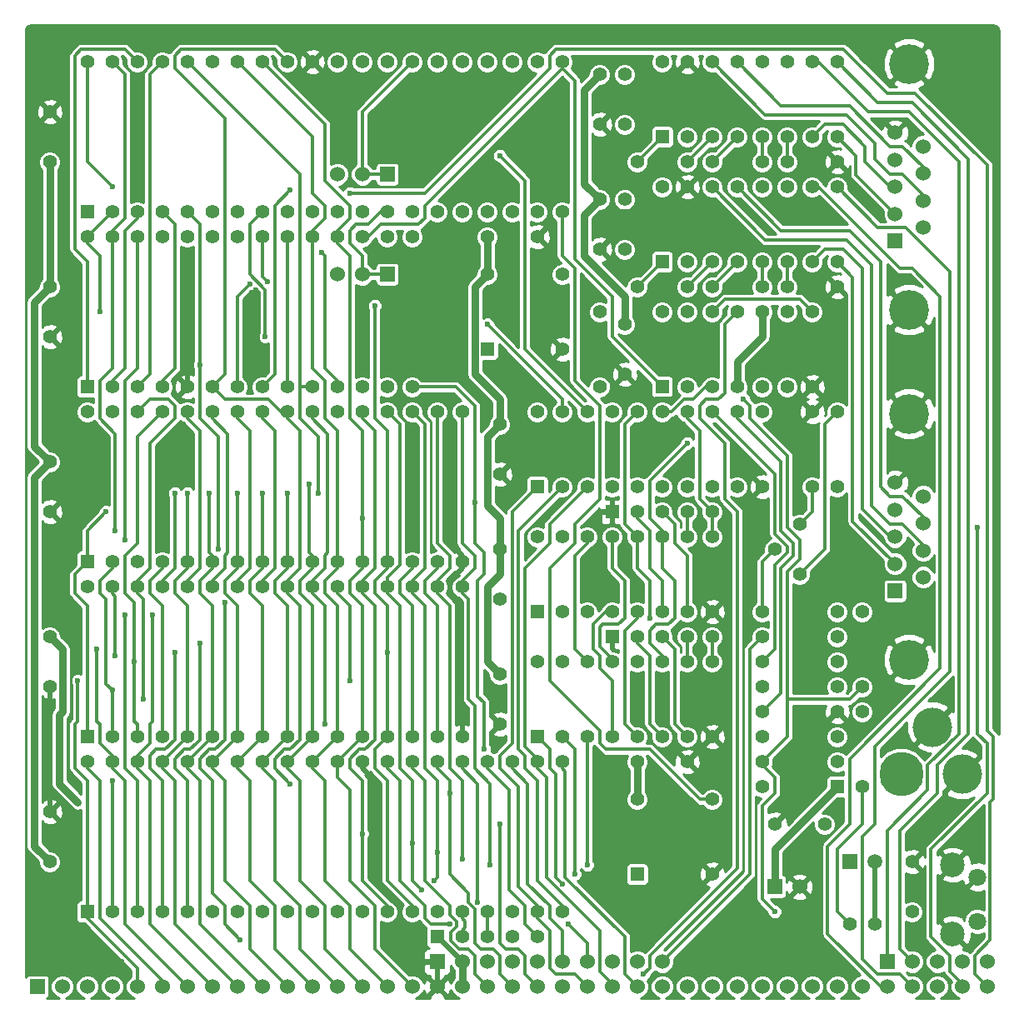
<source format=gbr>
G04 #@! TF.FileFunction,Copper,L2,Bot,Signal*
%FSLAX46Y46*%
G04 Gerber Fmt 4.6, Leading zero omitted, Abs format (unit mm)*
G04 Created by KiCad (PCBNEW 4.0.7) date 02/07/19 14:19:16*
%MOMM*%
%LPD*%
G01*
G04 APERTURE LIST*
%ADD10C,0.100000*%
%ADD11R,1.524000X1.524000*%
%ADD12C,1.524000*%
%ADD13R,1.397000X1.397000*%
%ADD14C,1.397000*%
%ADD15R,1.490980X1.490980*%
%ADD16C,1.490980*%
%ADD17C,4.048760*%
%ADD18C,4.000000*%
%ADD19C,4.500000*%
%ADD20C,2.499360*%
%ADD21C,1.800860*%
%ADD22C,0.600000*%
%ADD23C,0.500000*%
%ADD24C,0.740000*%
%ADD25C,0.330000*%
%ADD26C,0.254000*%
G04 APERTURE END LIST*
D10*
D11*
X165100000Y-172720000D03*
D12*
X167640000Y-172720000D03*
X170180000Y-172720000D03*
X172720000Y-172720000D03*
X175260000Y-172720000D03*
D13*
X83820000Y-96520000D03*
D14*
X86360000Y-96520000D03*
X88900000Y-96520000D03*
X91440000Y-96520000D03*
X93980000Y-96520000D03*
X96520000Y-96520000D03*
X99060000Y-96520000D03*
X101600000Y-96520000D03*
X104140000Y-96520000D03*
X106680000Y-96520000D03*
X109220000Y-96520000D03*
X111760000Y-96520000D03*
X114300000Y-96520000D03*
X116840000Y-96520000D03*
X119380000Y-96520000D03*
X121920000Y-96520000D03*
X124460000Y-96520000D03*
X127000000Y-96520000D03*
X129540000Y-96520000D03*
X132080000Y-96520000D03*
X132080000Y-81280000D03*
X129540000Y-81280000D03*
X127000000Y-81280000D03*
X124460000Y-81280000D03*
X121920000Y-81280000D03*
X119380000Y-81280000D03*
X116840000Y-81280000D03*
X114300000Y-81280000D03*
X111760000Y-81280000D03*
X109220000Y-81280000D03*
X106680000Y-81280000D03*
X104140000Y-81280000D03*
X101600000Y-81280000D03*
X99060000Y-81280000D03*
X96520000Y-81280000D03*
X93980000Y-81280000D03*
X91440000Y-81280000D03*
X88900000Y-81280000D03*
X86360000Y-81280000D03*
X83820000Y-81280000D03*
D13*
X83820000Y-167640000D03*
D14*
X86360000Y-167640000D03*
X88900000Y-167640000D03*
X91440000Y-167640000D03*
X93980000Y-167640000D03*
X96520000Y-167640000D03*
X99060000Y-167640000D03*
X101600000Y-167640000D03*
X104140000Y-167640000D03*
X106680000Y-167640000D03*
X109220000Y-167640000D03*
X111760000Y-167640000D03*
X114300000Y-167640000D03*
X116840000Y-167640000D03*
X119380000Y-167640000D03*
X121920000Y-167640000D03*
X124460000Y-167640000D03*
X127000000Y-167640000D03*
X129540000Y-167640000D03*
X132080000Y-167640000D03*
X132080000Y-152400000D03*
X129540000Y-152400000D03*
X127000000Y-152400000D03*
X124460000Y-152400000D03*
X121920000Y-152400000D03*
X119380000Y-152400000D03*
X116840000Y-152400000D03*
X114300000Y-152400000D03*
X111760000Y-152400000D03*
X109220000Y-152400000D03*
X106680000Y-152400000D03*
X104140000Y-152400000D03*
X101600000Y-152400000D03*
X99060000Y-152400000D03*
X96520000Y-152400000D03*
X93980000Y-152400000D03*
X91440000Y-152400000D03*
X88900000Y-152400000D03*
X86360000Y-152400000D03*
X83820000Y-152400000D03*
X80010000Y-162560000D03*
X80010000Y-157480000D03*
X80010000Y-104140000D03*
X80010000Y-109220000D03*
X80010000Y-91440000D03*
X80010000Y-86360000D03*
X80010000Y-139700000D03*
X80010000Y-144780000D03*
X80010000Y-121920000D03*
X80010000Y-127000000D03*
X158750000Y-158750000D03*
X153670000Y-158750000D03*
X135890000Y-95250000D03*
X135890000Y-100330000D03*
X135890000Y-82550000D03*
X135890000Y-87630000D03*
X125730000Y-118110000D03*
X125730000Y-123190000D03*
X125730000Y-143510000D03*
X125730000Y-148590000D03*
X125730000Y-130810000D03*
X125730000Y-135890000D03*
X138430000Y-107950000D03*
X138430000Y-113030000D03*
X139700000Y-152400000D03*
X144780000Y-152400000D03*
X124460000Y-99060000D03*
X129540000Y-99060000D03*
X167640000Y-167640000D03*
X167640000Y-162560000D03*
X144780000Y-104140000D03*
X139700000Y-104140000D03*
X138430000Y-100330000D03*
X138430000Y-95250000D03*
X152400000Y-104140000D03*
X147320000Y-104140000D03*
X154940000Y-104140000D03*
X160020000Y-104140000D03*
X144780000Y-91440000D03*
X139700000Y-91440000D03*
X138430000Y-87630000D03*
X138430000Y-82550000D03*
X152400000Y-91440000D03*
X147320000Y-91440000D03*
X154940000Y-91440000D03*
X160020000Y-91440000D03*
D15*
X161310000Y-162560000D03*
D16*
X163810000Y-162560000D03*
D11*
X119380000Y-172720000D03*
D12*
X121920000Y-172720000D03*
X124460000Y-172720000D03*
X127000000Y-172720000D03*
X129540000Y-172720000D03*
X132080000Y-172720000D03*
X134620000Y-172720000D03*
X137160000Y-172720000D03*
X139700000Y-172720000D03*
X142240000Y-172720000D03*
D17*
X167322500Y-142034260D03*
X167322500Y-117045740D03*
D11*
X165900100Y-135026400D03*
D12*
X165900100Y-132283200D03*
X165900100Y-129540000D03*
X165900100Y-126796800D03*
X165900100Y-124053600D03*
X168744900Y-125425200D03*
X168744900Y-128168400D03*
X168744900Y-130937000D03*
X168744900Y-133654800D03*
D17*
X167322500Y-106474260D03*
X167322500Y-81485740D03*
D11*
X165900100Y-99466400D03*
D12*
X165900100Y-96723200D03*
X165900100Y-93980000D03*
X165900100Y-91236800D03*
X165900100Y-88493600D03*
X168744900Y-89865200D03*
X168744900Y-92608400D03*
X168744900Y-95377000D03*
X168744900Y-98094800D03*
D18*
X172720000Y-153670000D03*
D19*
X166519860Y-153670000D03*
D18*
X169720260Y-148869400D03*
D13*
X139700000Y-163830000D03*
D14*
X147320000Y-163830000D03*
X147320000Y-156210000D03*
X139700000Y-156210000D03*
D13*
X124460000Y-110490000D03*
D14*
X132080000Y-110490000D03*
X132080000Y-102870000D03*
X124460000Y-102870000D03*
X156210000Y-133350000D03*
X153670000Y-130810000D03*
X156210000Y-128270000D03*
D20*
X171767500Y-169872660D03*
X171767500Y-162872420D03*
D21*
X174266860Y-168622980D03*
X174266860Y-164122100D03*
D13*
X83820000Y-114300000D03*
D14*
X86360000Y-114300000D03*
X88900000Y-114300000D03*
X91440000Y-114300000D03*
X93980000Y-114300000D03*
X96520000Y-114300000D03*
X99060000Y-114300000D03*
X101600000Y-114300000D03*
X104140000Y-114300000D03*
X106680000Y-114300000D03*
X109220000Y-114300000D03*
X111760000Y-114300000D03*
X114300000Y-114300000D03*
X116840000Y-114300000D03*
X116840000Y-99060000D03*
X114300000Y-99060000D03*
X111760000Y-99060000D03*
X109220000Y-99060000D03*
X106680000Y-99060000D03*
X104140000Y-99060000D03*
X101600000Y-99060000D03*
X99060000Y-99060000D03*
X96520000Y-99060000D03*
X93980000Y-99060000D03*
X91440000Y-99060000D03*
X88900000Y-99060000D03*
X86360000Y-99060000D03*
X83820000Y-99060000D03*
D13*
X83820000Y-149860000D03*
D14*
X86360000Y-149860000D03*
X88900000Y-149860000D03*
X91440000Y-149860000D03*
X93980000Y-149860000D03*
X96520000Y-149860000D03*
X99060000Y-149860000D03*
X101600000Y-149860000D03*
X104140000Y-149860000D03*
X106680000Y-149860000D03*
X109220000Y-149860000D03*
X111760000Y-149860000D03*
X114300000Y-149860000D03*
X116840000Y-149860000D03*
X119380000Y-149860000D03*
X121920000Y-149860000D03*
X121920000Y-134620000D03*
X119380000Y-134620000D03*
X116840000Y-134620000D03*
X114300000Y-134620000D03*
X111760000Y-134620000D03*
X109220000Y-134620000D03*
X106680000Y-134620000D03*
X104140000Y-134620000D03*
X101600000Y-134620000D03*
X99060000Y-134620000D03*
X96520000Y-134620000D03*
X93980000Y-134620000D03*
X91440000Y-134620000D03*
X88900000Y-134620000D03*
X86360000Y-134620000D03*
X83820000Y-134620000D03*
D13*
X83820000Y-132080000D03*
D14*
X86360000Y-132080000D03*
X88900000Y-132080000D03*
X91440000Y-132080000D03*
X93980000Y-132080000D03*
X96520000Y-132080000D03*
X99060000Y-132080000D03*
X101600000Y-132080000D03*
X104140000Y-132080000D03*
X106680000Y-132080000D03*
X109220000Y-132080000D03*
X111760000Y-132080000D03*
X114300000Y-132080000D03*
X116840000Y-132080000D03*
X119380000Y-132080000D03*
X121920000Y-132080000D03*
X121920000Y-116840000D03*
X119380000Y-116840000D03*
X116840000Y-116840000D03*
X114300000Y-116840000D03*
X111760000Y-116840000D03*
X109220000Y-116840000D03*
X106680000Y-116840000D03*
X104140000Y-116840000D03*
X101600000Y-116840000D03*
X99060000Y-116840000D03*
X96520000Y-116840000D03*
X93980000Y-116840000D03*
X91440000Y-116840000D03*
X88900000Y-116840000D03*
X86360000Y-116840000D03*
X83820000Y-116840000D03*
D13*
X160020000Y-154940000D03*
D14*
X160020000Y-152400000D03*
X160020000Y-149860000D03*
X160020000Y-147320000D03*
X160020000Y-144780000D03*
X160020000Y-142240000D03*
X160020000Y-139700000D03*
X160020000Y-137160000D03*
X152400000Y-137160000D03*
X152400000Y-139700000D03*
X152400000Y-142240000D03*
X152400000Y-144780000D03*
X152400000Y-147320000D03*
X152400000Y-149860000D03*
X152400000Y-152400000D03*
X152400000Y-154940000D03*
D13*
X142240000Y-101600000D03*
D14*
X144780000Y-101600000D03*
X147320000Y-101600000D03*
X149860000Y-101600000D03*
X152400000Y-101600000D03*
X154940000Y-101600000D03*
X157480000Y-101600000D03*
X160020000Y-101600000D03*
X160020000Y-93980000D03*
X157480000Y-93980000D03*
X154940000Y-93980000D03*
X152400000Y-93980000D03*
X149860000Y-93980000D03*
X147320000Y-93980000D03*
X144780000Y-93980000D03*
X142240000Y-93980000D03*
D13*
X142240000Y-88900000D03*
D14*
X144780000Y-88900000D03*
X147320000Y-88900000D03*
X149860000Y-88900000D03*
X152400000Y-88900000D03*
X154940000Y-88900000D03*
X157480000Y-88900000D03*
X160020000Y-88900000D03*
X160020000Y-81280000D03*
X157480000Y-81280000D03*
X154940000Y-81280000D03*
X152400000Y-81280000D03*
X149860000Y-81280000D03*
X147320000Y-81280000D03*
X144780000Y-81280000D03*
X142240000Y-81280000D03*
D13*
X129540000Y-124460000D03*
D14*
X132080000Y-124460000D03*
X134620000Y-124460000D03*
X137160000Y-124460000D03*
X139700000Y-124460000D03*
X142240000Y-124460000D03*
X144780000Y-124460000D03*
X147320000Y-124460000D03*
X149860000Y-124460000D03*
X152400000Y-124460000D03*
X152400000Y-116840000D03*
X149860000Y-116840000D03*
X147320000Y-116840000D03*
X144780000Y-116840000D03*
X142240000Y-116840000D03*
X139700000Y-116840000D03*
X137160000Y-116840000D03*
X134620000Y-116840000D03*
X132080000Y-116840000D03*
X129540000Y-116840000D03*
D13*
X129540000Y-149860000D03*
D14*
X132080000Y-149860000D03*
X134620000Y-149860000D03*
X137160000Y-149860000D03*
X139700000Y-149860000D03*
X142240000Y-149860000D03*
X144780000Y-149860000D03*
X147320000Y-149860000D03*
X147320000Y-142240000D03*
X144780000Y-142240000D03*
X142240000Y-142240000D03*
X139700000Y-142240000D03*
X137160000Y-142240000D03*
X134620000Y-142240000D03*
X132080000Y-142240000D03*
X129540000Y-142240000D03*
D13*
X129540000Y-137160000D03*
D14*
X132080000Y-137160000D03*
X134620000Y-137160000D03*
X137160000Y-137160000D03*
X139700000Y-137160000D03*
X142240000Y-137160000D03*
X144780000Y-137160000D03*
X147320000Y-137160000D03*
X147320000Y-129540000D03*
X144780000Y-129540000D03*
X142240000Y-129540000D03*
X139700000Y-129540000D03*
X137160000Y-129540000D03*
X134620000Y-129540000D03*
X132080000Y-129540000D03*
X129540000Y-129540000D03*
D13*
X142240000Y-114300000D03*
D14*
X144780000Y-114300000D03*
X147320000Y-114300000D03*
X149860000Y-114300000D03*
X152400000Y-114300000D03*
X154940000Y-114300000D03*
X157480000Y-114300000D03*
X157480000Y-106680000D03*
X154940000Y-106680000D03*
X152400000Y-106680000D03*
X149860000Y-106680000D03*
X147320000Y-106680000D03*
X144780000Y-106680000D03*
X142240000Y-106680000D03*
D11*
X153670000Y-165100000D03*
D12*
X156210000Y-165100000D03*
D14*
X157480000Y-124460000D03*
X157480000Y-116840000D03*
X160020000Y-124460000D03*
X160020000Y-116840000D03*
D11*
X78740000Y-175260000D03*
D12*
X81280000Y-175260000D03*
X83820000Y-175260000D03*
X86360000Y-175260000D03*
X88900000Y-175260000D03*
X91440000Y-175260000D03*
X93980000Y-175260000D03*
X96520000Y-175260000D03*
X99060000Y-175260000D03*
X101600000Y-175260000D03*
X104140000Y-175260000D03*
X106680000Y-175260000D03*
X109220000Y-175260000D03*
X111760000Y-175260000D03*
X114300000Y-175260000D03*
X116840000Y-175260000D03*
X119380000Y-175260000D03*
X121920000Y-175260000D03*
X124460000Y-175260000D03*
X127000000Y-175260000D03*
X129540000Y-175260000D03*
X132080000Y-175260000D03*
X134620000Y-175260000D03*
X137160000Y-175260000D03*
X139700000Y-175260000D03*
X142240000Y-175260000D03*
X144780000Y-175260000D03*
X147320000Y-175260000D03*
X149860000Y-175260000D03*
X152400000Y-175260000D03*
X154940000Y-175260000D03*
X157480000Y-175260000D03*
X160020000Y-175260000D03*
X162560000Y-175260000D03*
X165100000Y-175260000D03*
X167640000Y-175260000D03*
X170180000Y-175260000D03*
X172720000Y-175260000D03*
X175260000Y-175260000D03*
D13*
X137160000Y-139700000D03*
D14*
X139700000Y-139700000D03*
X142240000Y-139700000D03*
X144780000Y-139700000D03*
X147320000Y-139700000D03*
D13*
X137160000Y-127000000D03*
D14*
X139700000Y-127000000D03*
X142240000Y-127000000D03*
X144780000Y-127000000D03*
X147320000Y-127000000D03*
D11*
X114300000Y-102870000D03*
D12*
X111760000Y-102870000D03*
X109220000Y-102870000D03*
D11*
X114300000Y-92710000D03*
D12*
X111760000Y-92710000D03*
X109220000Y-92710000D03*
D14*
X161290000Y-168910000D03*
X163830000Y-168910000D03*
X162560000Y-147320000D03*
X162560000Y-154940000D03*
D13*
X119380000Y-170180000D03*
D14*
X121920000Y-170180000D03*
X124460000Y-170180000D03*
X127000000Y-170180000D03*
X129540000Y-170180000D03*
X162560000Y-144780000D03*
X162560000Y-137160000D03*
X135890000Y-114300000D03*
X135890000Y-106680000D03*
D22*
X143510000Y-111760000D03*
X139700000Y-122555000D03*
X100965000Y-104457500D03*
X100012500Y-105727500D03*
X124460000Y-91122500D03*
X143510000Y-99060000D03*
X91440000Y-127952500D03*
X92710000Y-122555000D03*
X116840000Y-107950000D03*
X130810000Y-91757500D03*
X93980000Y-104140000D03*
X137160000Y-152400000D03*
X121920000Y-147002500D03*
X121602500Y-136842500D03*
X135890000Y-134620000D03*
X127000000Y-111760000D03*
X130810000Y-88900000D03*
X87312500Y-173990000D03*
X87312500Y-172720000D03*
X120650000Y-123190000D03*
X150495000Y-115570000D03*
X153670000Y-167640000D03*
X120650000Y-155575000D03*
X95250000Y-140335000D03*
X92710000Y-141287500D03*
X87630000Y-137477500D03*
X86360000Y-154305000D03*
X82867500Y-144145000D03*
X107950000Y-148590000D03*
X84772500Y-140970000D03*
X90487500Y-137477500D03*
X93980000Y-125095000D03*
X96202500Y-125095000D03*
X99060000Y-125095000D03*
X101600000Y-125095000D03*
X104140000Y-125095000D03*
X106362500Y-124142500D03*
X111760000Y-127635000D03*
X101917500Y-109220000D03*
X124142500Y-151130000D03*
X123190000Y-126047500D03*
X125730000Y-158750000D03*
X92710000Y-125095000D03*
X104457500Y-154622500D03*
X107315000Y-125095000D03*
X114300000Y-141287500D03*
X113030000Y-106045000D03*
X86360000Y-93980000D03*
X132080000Y-164782500D03*
X87630000Y-129857500D03*
X133350000Y-163830000D03*
X86677500Y-128905000D03*
X85090000Y-106680000D03*
X124777500Y-162877500D03*
X134620000Y-162877500D03*
X121920000Y-162242500D03*
X119380000Y-161607500D03*
X119062500Y-164465000D03*
X116840000Y-160655000D03*
X117792500Y-165417500D03*
X111760000Y-159702500D03*
X120650000Y-168910000D03*
X132715000Y-168910000D03*
X123507500Y-166687500D03*
X99377500Y-170497500D03*
X97155000Y-130810000D03*
X97790000Y-136207500D03*
X95250000Y-112077500D03*
X88582500Y-142240000D03*
X86677500Y-141605000D03*
X86360000Y-145097500D03*
X89535000Y-146050000D03*
X85725000Y-127000000D03*
X107632500Y-100647500D03*
X124460000Y-107950000D03*
X102171500Y-103632000D03*
X125730000Y-90805000D03*
X110490000Y-144145000D03*
X82867500Y-156527500D03*
X140970000Y-137795000D03*
X144780000Y-120015000D03*
X104457500Y-94297500D03*
X140335000Y-173990000D03*
X100330000Y-103822500D03*
X174307500Y-128587500D03*
X110490000Y-94615000D03*
D23*
X143510000Y-111760000D02*
X143510000Y-115252500D01*
X143510000Y-111760000D02*
X143510000Y-99060000D01*
X139700000Y-120967500D02*
X140970000Y-119697500D01*
X140970000Y-119697500D02*
X140970000Y-116205000D01*
X140970000Y-116205000D02*
X141605000Y-115570000D01*
X141605000Y-115570000D02*
X143192500Y-115570000D01*
X143192500Y-115570000D02*
X143510000Y-115252500D01*
X139700000Y-120967500D02*
X139700000Y-122555000D01*
X100012500Y-105727500D02*
X100965000Y-104775000D01*
X100965000Y-104775000D02*
X100965000Y-104457500D01*
X120650000Y-94932500D02*
X124460000Y-91122500D01*
X163830000Y-168910000D02*
X163830000Y-162580000D01*
X163830000Y-162580000D02*
X163810000Y-162560000D01*
X91440000Y-123825000D02*
X92710000Y-122555000D01*
X91440000Y-123825000D02*
X91440000Y-127952500D01*
X120650000Y-104140000D02*
X120650000Y-94932500D01*
X120650000Y-104140000D02*
X116840000Y-107950000D01*
X93980000Y-114300000D02*
X93980000Y-104140000D01*
X137160000Y-155575000D02*
X137160000Y-152400000D01*
X147320000Y-163830000D02*
X146050000Y-162560000D01*
X144145000Y-162560000D02*
X146050000Y-162560000D01*
X144145000Y-162560000D02*
X137160000Y-155575000D01*
X113030000Y-154305000D02*
X113030000Y-164465000D01*
X113030000Y-164465000D02*
X115570000Y-167005000D01*
X121920000Y-147002500D02*
X121602500Y-146685000D01*
X121602500Y-146685000D02*
X121602500Y-136842500D01*
X121920000Y-149860000D02*
X121920000Y-147002500D01*
X80010000Y-144780000D02*
X80010000Y-157480000D01*
X135890000Y-134620000D02*
X135890000Y-127000000D01*
X135890000Y-127000000D02*
X137160000Y-127000000D01*
X125730000Y-123190000D02*
X127000000Y-121920000D01*
X127000000Y-121920000D02*
X127000000Y-111760000D01*
X129540000Y-99060000D02*
X130810000Y-97790000D01*
X130810000Y-97790000D02*
X130810000Y-91757500D01*
X130810000Y-91757500D02*
X130810000Y-88900000D01*
X129540000Y-99060000D02*
X130810000Y-100330000D01*
X130810000Y-100330000D02*
X130810000Y-109220000D01*
X130810000Y-109220000D02*
X130810000Y-108902500D01*
X130810000Y-108902500D02*
X130810000Y-109220000D01*
X81915000Y-168910000D02*
X81915000Y-159385000D01*
X81915000Y-159385000D02*
X80010000Y-157480000D01*
X85725000Y-172720000D02*
X81915000Y-168910000D01*
X87312500Y-172720000D02*
X85725000Y-172720000D01*
X113030000Y-154305000D02*
X111760000Y-153035000D01*
X111760000Y-153035000D02*
X111760000Y-152400000D01*
X115570000Y-170497500D02*
X115570000Y-167005000D01*
X117792500Y-172720000D02*
X115570000Y-170497500D01*
X119380000Y-172720000D02*
X117792500Y-172720000D01*
X111760000Y-152400000D02*
X111760000Y-153035000D01*
X121602500Y-136207500D02*
X121602500Y-136842500D01*
X120650000Y-133985000D02*
X120650000Y-135255000D01*
X121920000Y-132715000D02*
X120650000Y-133985000D01*
X121602500Y-136207500D02*
X120650000Y-135255000D01*
X130810000Y-109220000D02*
X132080000Y-110490000D01*
X147320000Y-149860000D02*
X148590000Y-151130000D01*
X148590000Y-162560000D02*
X147320000Y-163830000D01*
X148590000Y-151130000D02*
X148590000Y-162560000D01*
X147320000Y-149860000D02*
X144780000Y-152400000D01*
X120650000Y-130175000D02*
X121920000Y-131445000D01*
X120650000Y-123190000D02*
X120650000Y-130175000D01*
X121920000Y-131445000D02*
X121920000Y-132080000D01*
X153670000Y-158750000D02*
X156210000Y-156210000D01*
X156210000Y-151130000D02*
X160020000Y-147320000D01*
X156210000Y-156210000D02*
X156210000Y-151130000D01*
X137160000Y-96520000D02*
X142240000Y-96520000D01*
X137160000Y-99060000D02*
X137160000Y-96520000D01*
X137160000Y-96520000D02*
X137160000Y-88900000D01*
X137160000Y-88900000D02*
X135890000Y-87630000D01*
X119380000Y-175260000D02*
X119380000Y-172720000D01*
X147320000Y-149860000D02*
X148590000Y-148590000D01*
X148590000Y-138430000D02*
X147320000Y-137160000D01*
X148590000Y-148590000D02*
X148590000Y-138430000D01*
X121920000Y-132080000D02*
X121920000Y-132715000D01*
X135890000Y-87630000D02*
X138430000Y-85090000D01*
X138430000Y-85090000D02*
X140970000Y-85090000D01*
X140970000Y-85090000D02*
X144780000Y-81280000D01*
X135890000Y-100330000D02*
X137160000Y-99060000D01*
X142240000Y-96520000D02*
X144780000Y-93980000D01*
D24*
X138430000Y-107950000D02*
X138430000Y-105092500D01*
X134302500Y-100965000D02*
X134302500Y-96837500D01*
X134302500Y-96837500D02*
X135890000Y-95250000D01*
X138430000Y-105092500D02*
X134302500Y-100965000D01*
X135890000Y-95250000D02*
X134302500Y-93662500D01*
X134302500Y-93662500D02*
X134302500Y-84137500D01*
X134302500Y-84137500D02*
X135890000Y-82550000D01*
X124460000Y-99060000D02*
X124460000Y-102870000D01*
X139700000Y-152400000D02*
X139700000Y-156210000D01*
X78422500Y-160972500D02*
X78422500Y-123507500D01*
X80010000Y-162560000D02*
X78422500Y-160972500D01*
X78422500Y-123507500D02*
X80010000Y-121920000D01*
X78422500Y-120332500D02*
X78422500Y-105727500D01*
X80010000Y-121920000D02*
X78422500Y-120332500D01*
X78422500Y-105727500D02*
X80010000Y-104140000D01*
X80010000Y-91440000D02*
X80010000Y-104140000D01*
X80010000Y-104140000D02*
X80010000Y-103822500D01*
X121920000Y-172720000D02*
X121920000Y-175260000D01*
D23*
X121920000Y-172720000D02*
X119380000Y-170180000D01*
D24*
X125730000Y-130810000D02*
X125730000Y-133350000D01*
X125730000Y-133350000D02*
X124460000Y-134620000D01*
X125730000Y-130810000D02*
X125730000Y-127635000D01*
X124460000Y-126365000D02*
X124460000Y-119380000D01*
X124460000Y-119380000D02*
X125730000Y-118110000D01*
X125730000Y-127635000D02*
X124460000Y-126365000D01*
X125730000Y-118110000D02*
X125730000Y-115570000D01*
X124460000Y-102870000D02*
X123190000Y-104140000D01*
X125730000Y-143510000D02*
X124460000Y-142240000D01*
X124460000Y-142240000D02*
X124460000Y-134620000D01*
X149860000Y-114300000D02*
X149860000Y-111760000D01*
X149860000Y-111760000D02*
X152400000Y-109220000D01*
X152400000Y-109220000D02*
X152400000Y-106680000D01*
X125730000Y-115570000D02*
X123190000Y-113030000D01*
X123190000Y-104140000D02*
X123190000Y-113030000D01*
D25*
X150495000Y-115570000D02*
X151130000Y-116205000D01*
X151130000Y-116205000D02*
X151130000Y-117475000D01*
X137160000Y-109220000D02*
X137160000Y-105092500D01*
X137160000Y-105092500D02*
X133350000Y-101282500D01*
X133350000Y-83185000D02*
X132080000Y-81915000D01*
X132080000Y-81915000D02*
X132080000Y-81280000D01*
X118110000Y-95885000D02*
X132080000Y-81915000D01*
X117475000Y-97790000D02*
X118110000Y-97155000D01*
X113665000Y-97790000D02*
X117475000Y-97790000D01*
X118110000Y-95885000D02*
X118110000Y-97155000D01*
X112395000Y-99060000D02*
X113665000Y-97790000D01*
X132080000Y-81915000D02*
X132080000Y-81280000D01*
X151130000Y-117475000D02*
X154940000Y-121285000D01*
X154940000Y-121285000D02*
X154940000Y-128587500D01*
X154940000Y-133032500D02*
X156210000Y-131762500D01*
X156210000Y-131762500D02*
X156210000Y-129857500D01*
X156210000Y-129857500D02*
X154940000Y-128587500D01*
X154940000Y-133032500D02*
X154940000Y-146050000D01*
X142240000Y-114300000D02*
X137160000Y-109220000D01*
X152400000Y-166370000D02*
X153670000Y-167640000D01*
X152400000Y-152400000D02*
X152400000Y-152717500D01*
X152400000Y-152717500D02*
X153670000Y-153987500D01*
X153670000Y-153987500D02*
X153670000Y-155575000D01*
X153670000Y-155575000D02*
X152400000Y-156845000D01*
X152400000Y-156845000D02*
X152400000Y-166370000D01*
X154940000Y-146050000D02*
X161290000Y-146050000D01*
X161290000Y-146050000D02*
X162560000Y-144780000D01*
X154940000Y-149860000D02*
X154940000Y-146050000D01*
X152400000Y-152400000D02*
X154940000Y-149860000D01*
X123190000Y-167322500D02*
X123190000Y-170815000D01*
X122555000Y-165735000D02*
X120650000Y-163830000D01*
X120650000Y-155575000D02*
X120650000Y-163830000D01*
X122555000Y-166687500D02*
X123190000Y-167322500D01*
X122555000Y-165735000D02*
X122555000Y-166687500D01*
X125095000Y-171450000D02*
X123825000Y-171450000D01*
X123825000Y-171450000D02*
X123190000Y-170815000D01*
X125730000Y-173990000D02*
X127000000Y-175260000D01*
X125730000Y-172085000D02*
X125730000Y-173990000D01*
X125730000Y-172085000D02*
X125095000Y-171450000D01*
X111760000Y-99060000D02*
X112395000Y-99060000D01*
X120650000Y-154305000D02*
X119380000Y-153035000D01*
X119380000Y-153035000D02*
X119380000Y-152400000D01*
X119380000Y-153035000D02*
X119380000Y-152400000D01*
X119380000Y-153035000D02*
X119380000Y-152400000D01*
X133350000Y-101282500D02*
X133350000Y-83185000D01*
X134302500Y-102235000D02*
X133350000Y-101282500D01*
X120650000Y-155575000D02*
X120650000Y-154305000D01*
X144780000Y-104140000D02*
X147320000Y-101600000D01*
X139700000Y-104140000D02*
X142240000Y-101600000D01*
X152400000Y-104140000D02*
X152400000Y-101600000D01*
X147320000Y-104140000D02*
X149860000Y-101600000D01*
X154940000Y-104140000D02*
X154940000Y-101600000D01*
X144780000Y-91440000D02*
X147320000Y-88900000D01*
X139700000Y-91440000D02*
X142240000Y-88900000D01*
X152400000Y-91440000D02*
X152400000Y-88900000D01*
X147320000Y-91440000D02*
X149860000Y-88900000D01*
X154940000Y-91440000D02*
X154940000Y-88900000D01*
X135890000Y-142875000D02*
X135890000Y-141605000D01*
X135255000Y-138430000D02*
X136525000Y-137160000D01*
X135255000Y-140970000D02*
X135255000Y-138430000D01*
X135890000Y-141605000D02*
X135255000Y-140970000D01*
X136525000Y-137160000D02*
X137160000Y-137160000D01*
X95250000Y-150177500D02*
X95250000Y-142875000D01*
X93662500Y-151130000D02*
X94297500Y-151130000D01*
X92710000Y-153035000D02*
X92710000Y-152082500D01*
X92710000Y-152082500D02*
X93662500Y-151130000D01*
X94932500Y-150495000D02*
X95250000Y-150177500D01*
X94297500Y-151130000D02*
X94932500Y-150495000D01*
X95250000Y-142875000D02*
X95250000Y-140335000D01*
X93980000Y-154305000D02*
X92710000Y-153035000D01*
X93980000Y-154305000D02*
X93980000Y-167640000D01*
X137160000Y-144145000D02*
X135890000Y-142875000D01*
X137160000Y-144145000D02*
X137160000Y-149860000D01*
X138430000Y-139065000D02*
X138430000Y-148590000D01*
X138430000Y-148590000D02*
X139700000Y-149860000D01*
X91440000Y-167640000D02*
X91440000Y-154305000D01*
X91440000Y-154305000D02*
X90170000Y-153035000D01*
X92710000Y-150177500D02*
X92710000Y-141287500D01*
X90170000Y-153035000D02*
X90170000Y-151765000D01*
X90805000Y-151130000D02*
X91757500Y-151130000D01*
X90170000Y-151765000D02*
X90805000Y-151130000D01*
X91757500Y-151130000D02*
X92710000Y-150177500D01*
X139700000Y-137160000D02*
X139700000Y-137795000D01*
X139700000Y-137795000D02*
X138430000Y-139065000D01*
X88900000Y-167640000D02*
X88900000Y-154305000D01*
X88900000Y-154305000D02*
X87630000Y-153035000D01*
X87630000Y-137477500D02*
X87630000Y-153035000D01*
X95250000Y-132715000D02*
X95250000Y-118745000D01*
X95250000Y-118745000D02*
X93980000Y-117475000D01*
X93980000Y-117475000D02*
X93980000Y-116840000D01*
X93980000Y-133985000D02*
X95250000Y-132715000D01*
X93980000Y-117475000D02*
X93980000Y-116840000D01*
X93980000Y-134620000D02*
X93980000Y-133985000D01*
X86360000Y-167640000D02*
X86360000Y-154305000D01*
X91440000Y-149860000D02*
X91440000Y-136525000D01*
X91440000Y-136525000D02*
X90170000Y-135255000D01*
X90170000Y-135255000D02*
X90170000Y-133985000D01*
X90170000Y-133985000D02*
X91440000Y-132715000D01*
X91440000Y-132715000D02*
X91440000Y-132080000D01*
X88900000Y-175260000D02*
X88900000Y-173355000D01*
X88900000Y-173355000D02*
X83820000Y-168275000D01*
X83820000Y-168275000D02*
X83820000Y-167640000D01*
X102870000Y-132715000D02*
X102870000Y-118745000D01*
X102870000Y-118745000D02*
X101600000Y-117475000D01*
X101600000Y-117475000D02*
X101600000Y-116840000D01*
X101600000Y-116840000D02*
X101600000Y-117475000D01*
X82867500Y-144145000D02*
X82867500Y-148272500D01*
X82550000Y-148590000D02*
X82867500Y-148272500D01*
X82550000Y-148590000D02*
X82550000Y-153035000D01*
X83820000Y-154305000D02*
X83820000Y-167640000D01*
X83820000Y-154305000D02*
X82550000Y-153035000D01*
X101600000Y-133985000D02*
X102870000Y-132715000D01*
X101600000Y-134620000D02*
X101600000Y-133985000D01*
X91440000Y-175260000D02*
X91440000Y-174625000D01*
X91440000Y-174625000D02*
X85090000Y-168275000D01*
X108267500Y-131127500D02*
X108267500Y-119062500D01*
X108267500Y-119062500D02*
X106680000Y-117475000D01*
X106680000Y-117475000D02*
X106680000Y-116840000D01*
X108267500Y-131127500D02*
X107950000Y-131445000D01*
X85090000Y-168275000D02*
X85090000Y-154305000D01*
X85090000Y-154305000D02*
X83820000Y-153035000D01*
X83820000Y-153035000D02*
X83820000Y-152400000D01*
X107950000Y-148590000D02*
X107950000Y-136525000D01*
X107950000Y-136525000D02*
X106680000Y-135255000D01*
X106680000Y-135255000D02*
X106680000Y-134620000D01*
X107950000Y-132715000D02*
X107950000Y-131445000D01*
X106680000Y-133985000D02*
X107950000Y-132715000D01*
X106680000Y-134620000D02*
X106680000Y-133985000D01*
X84772500Y-148272500D02*
X84772500Y-140970000D01*
X85090000Y-150495000D02*
X85090000Y-148590000D01*
X86360000Y-151765000D02*
X85090000Y-150495000D01*
X85090000Y-148590000D02*
X84772500Y-148272500D01*
X99060000Y-116840000D02*
X99060000Y-117475000D01*
X99060000Y-117475000D02*
X100330000Y-118745000D01*
X100330000Y-118745000D02*
X100330000Y-132715000D01*
X86360000Y-152400000D02*
X86360000Y-151765000D01*
X87630000Y-168910000D02*
X87630000Y-154305000D01*
X87630000Y-154305000D02*
X86360000Y-153035000D01*
X86360000Y-153035000D02*
X86360000Y-152400000D01*
X99060000Y-134620000D02*
X99060000Y-133985000D01*
X99060000Y-133985000D02*
X100330000Y-132715000D01*
X93980000Y-175260000D02*
X87630000Y-168910000D01*
X98107500Y-131127500D02*
X98107500Y-119062500D01*
X98107500Y-119062500D02*
X96520000Y-117475000D01*
X96520000Y-117475000D02*
X96520000Y-116840000D01*
X96520000Y-117475000D02*
X96520000Y-116840000D01*
X97790000Y-131445000D02*
X98107500Y-131127500D01*
X97790000Y-132715000D02*
X97790000Y-131445000D01*
X90487500Y-137477500D02*
X90487500Y-148272500D01*
X90170000Y-150495000D02*
X90170000Y-148590000D01*
X90170000Y-148590000D02*
X90487500Y-148272500D01*
X88900000Y-151765000D02*
X90170000Y-150495000D01*
X90170000Y-168592500D02*
X90170000Y-154305000D01*
X90170000Y-154305000D02*
X88900000Y-153035000D01*
X88900000Y-153035000D02*
X88900000Y-152400000D01*
X88900000Y-152400000D02*
X88900000Y-151765000D01*
X96520000Y-134620000D02*
X96520000Y-133985000D01*
X96520000Y-133985000D02*
X97790000Y-132715000D01*
X96520000Y-175260000D02*
X90170000Y-168910000D01*
X90170000Y-168910000D02*
X90170000Y-168592500D01*
X92710000Y-168910000D02*
X92710000Y-154305000D01*
X92710000Y-154305000D02*
X91440000Y-153035000D01*
X91440000Y-153035000D02*
X91440000Y-152400000D01*
X93980000Y-149860000D02*
X93980000Y-137160000D01*
X93980000Y-136525000D02*
X92710000Y-135255000D01*
X93980000Y-137160000D02*
X93980000Y-136525000D01*
X93980000Y-125095000D02*
X93980000Y-132080000D01*
X91440000Y-152400000D02*
X93980000Y-149860000D01*
X93980000Y-132080000D02*
X93980000Y-132715000D01*
X93980000Y-132715000D02*
X92710000Y-133985000D01*
X92710000Y-135255000D02*
X92710000Y-133985000D01*
X99060000Y-175260000D02*
X92710000Y-168910000D01*
X96520000Y-132080000D02*
X96520000Y-131445000D01*
X96520000Y-131445000D02*
X96202500Y-131127500D01*
X96202500Y-131127500D02*
X96202500Y-125095000D01*
X95250000Y-168910000D02*
X95250000Y-154305000D01*
X95250000Y-154305000D02*
X93980000Y-153035000D01*
X93980000Y-153035000D02*
X93980000Y-152400000D01*
X96520000Y-149860000D02*
X96520000Y-136525000D01*
X96520000Y-136525000D02*
X95250000Y-135255000D01*
X93980000Y-152400000D02*
X96520000Y-149860000D01*
X95250000Y-135255000D02*
X95250000Y-133985000D01*
X95250000Y-133985000D02*
X96520000Y-132715000D01*
X96520000Y-132715000D02*
X96520000Y-132080000D01*
X101600000Y-175260000D02*
X95250000Y-168910000D01*
X100330000Y-171450000D02*
X100330000Y-167005000D01*
X100330000Y-167005000D02*
X97790000Y-164465000D01*
X97790000Y-164465000D02*
X97790000Y-154305000D01*
X97790000Y-154305000D02*
X96520000Y-153035000D01*
X96520000Y-153035000D02*
X96520000Y-152400000D01*
X99060000Y-149860000D02*
X99060000Y-136525000D01*
X99060000Y-136525000D02*
X97790000Y-135255000D01*
X99060000Y-125095000D02*
X99060000Y-132080000D01*
X97790000Y-133985000D02*
X99060000Y-132715000D01*
X97790000Y-135255000D02*
X97790000Y-133985000D01*
X99060000Y-132715000D02*
X99060000Y-132080000D01*
X104140000Y-175260000D02*
X100330000Y-171450000D01*
X96520000Y-152400000D02*
X99060000Y-149860000D01*
X102870000Y-171450000D02*
X102870000Y-167005000D01*
X102870000Y-167005000D02*
X100330000Y-164465000D01*
X100330000Y-164465000D02*
X100330000Y-154305000D01*
X100330000Y-154305000D02*
X99060000Y-153035000D01*
X99060000Y-153035000D02*
X99060000Y-152400000D01*
X101600000Y-149860000D02*
X101600000Y-136525000D01*
X101600000Y-136525000D02*
X100330000Y-135255000D01*
X101600000Y-125095000D02*
X101600000Y-132080000D01*
X100330000Y-133985000D02*
X101600000Y-132715000D01*
X100330000Y-135255000D02*
X100330000Y-133985000D01*
X101600000Y-132715000D02*
X101600000Y-132080000D01*
X99060000Y-152400000D02*
X101600000Y-149860000D01*
X106680000Y-175260000D02*
X102870000Y-171450000D01*
X105410000Y-171450000D02*
X105410000Y-167005000D01*
X105410000Y-167005000D02*
X102870000Y-164465000D01*
X104140000Y-132080000D02*
X104140000Y-125095000D01*
X102870000Y-164465000D02*
X102870000Y-154305000D01*
X102870000Y-154305000D02*
X101600000Y-153035000D01*
X101600000Y-153035000D02*
X101600000Y-152400000D01*
X104140000Y-132080000D02*
X104140000Y-131445000D01*
X104140000Y-149860000D02*
X104140000Y-136525000D01*
X104140000Y-136525000D02*
X102870000Y-135255000D01*
X102870000Y-133985000D02*
X104140000Y-132715000D01*
X102870000Y-135255000D02*
X102870000Y-133985000D01*
X104140000Y-132715000D02*
X104140000Y-132080000D01*
X101600000Y-152400000D02*
X104140000Y-149860000D01*
X109220000Y-175260000D02*
X105410000Y-171450000D01*
X107950000Y-171450000D02*
X107950000Y-167005000D01*
X107950000Y-167005000D02*
X105410000Y-164465000D01*
X106362500Y-131127500D02*
X106680000Y-131445000D01*
X106362500Y-124142500D02*
X106362500Y-131127500D01*
X106680000Y-132080000D02*
X106680000Y-131445000D01*
X105410000Y-164465000D02*
X105410000Y-154305000D01*
X105410000Y-154305000D02*
X104140000Y-153035000D01*
X104140000Y-153035000D02*
X104140000Y-152400000D01*
X106680000Y-149860000D02*
X106680000Y-136525000D01*
X106680000Y-136525000D02*
X105410000Y-135255000D01*
X106680000Y-132080000D02*
X106680000Y-132715000D01*
X106680000Y-132715000D02*
X105410000Y-133985000D01*
X105410000Y-135255000D02*
X105410000Y-133985000D01*
X104140000Y-152400000D02*
X106680000Y-149860000D01*
X111760000Y-175260000D02*
X107950000Y-171450000D01*
X106680000Y-99060000D02*
X106680000Y-98425000D01*
X106680000Y-98425000D02*
X107950000Y-97155000D01*
X106680000Y-94615000D02*
X106680000Y-88900000D01*
X106680000Y-88900000D02*
X99060000Y-81280000D01*
X107950000Y-95885000D02*
X106680000Y-94615000D01*
X107950000Y-97155000D02*
X107950000Y-95885000D01*
X110490000Y-171450000D02*
X110490000Y-167005000D01*
X110490000Y-167005000D02*
X107950000Y-164465000D01*
X107950000Y-113665000D02*
X106680000Y-112395000D01*
X106680000Y-112395000D02*
X106680000Y-99060000D01*
X137160000Y-142240000D02*
X137160000Y-141922500D01*
X137160000Y-141922500D02*
X135890000Y-140652500D01*
X137160000Y-132715000D02*
X138430000Y-133985000D01*
X136207500Y-138430000D02*
X135890000Y-138747500D01*
X137795000Y-138430000D02*
X136207500Y-138430000D01*
X138430000Y-137795000D02*
X137795000Y-138430000D01*
X138430000Y-133985000D02*
X138430000Y-137795000D01*
X109220000Y-132080000D02*
X109220000Y-118745000D01*
X109220000Y-118745000D02*
X107950000Y-117475000D01*
X107950000Y-117475000D02*
X107950000Y-113665000D01*
X106680000Y-99695000D02*
X106680000Y-99060000D01*
X107950000Y-164465000D02*
X107950000Y-154305000D01*
X107950000Y-154305000D02*
X106680000Y-153035000D01*
X106680000Y-153035000D02*
X106680000Y-152400000D01*
X109220000Y-149860000D02*
X109220000Y-136525000D01*
X109220000Y-136525000D02*
X107950000Y-135255000D01*
X137160000Y-129540000D02*
X137160000Y-132715000D01*
X135890000Y-138747500D02*
X135890000Y-140652500D01*
X107950000Y-133985000D02*
X107950000Y-135255000D01*
X107950000Y-133985000D02*
X109220000Y-132715000D01*
X109220000Y-132080000D02*
X109220000Y-132715000D01*
X106680000Y-152400000D02*
X109220000Y-149860000D01*
X114300000Y-175260000D02*
X110490000Y-171450000D01*
X109220000Y-99060000D02*
X109220000Y-98425000D01*
X109220000Y-98425000D02*
X110490000Y-97155000D01*
X109220000Y-99060000D02*
X109220000Y-99695000D01*
X109220000Y-99695000D02*
X110490000Y-100965000D01*
X110490000Y-100965000D02*
X110490000Y-117475000D01*
X107950000Y-93345000D02*
X107950000Y-87630000D01*
X107950000Y-87630000D02*
X101600000Y-81280000D01*
X110490000Y-95885000D02*
X107950000Y-93345000D01*
X110490000Y-97155000D02*
X110490000Y-95885000D01*
X113030000Y-171450000D02*
X113030000Y-167005000D01*
X113030000Y-167005000D02*
X110490000Y-164465000D01*
X133350000Y-140970000D02*
X133350000Y-131445000D01*
X133350000Y-131445000D02*
X134620000Y-130175000D01*
X134620000Y-130175000D02*
X134620000Y-129540000D01*
X110490000Y-164465000D02*
X110490000Y-155257500D01*
X110490000Y-155257500D02*
X109220000Y-153987500D01*
X111760000Y-127635000D02*
X111760000Y-118745000D01*
X111760000Y-118745000D02*
X110490000Y-117475000D01*
X134620000Y-142240000D02*
X133350000Y-140970000D01*
X111760000Y-149860000D02*
X111760000Y-136525000D01*
X111760000Y-136525000D02*
X110490000Y-135255000D01*
X111760000Y-132080000D02*
X111760000Y-127635000D01*
X109220000Y-152400000D02*
X109220000Y-153987500D01*
X111760000Y-132715000D02*
X110490000Y-133985000D01*
X110490000Y-135255000D02*
X110490000Y-133985000D01*
X111760000Y-132715000D02*
X111760000Y-132080000D01*
X109220000Y-152400000D02*
X111760000Y-149860000D01*
X111760000Y-132715000D02*
X111760000Y-132080000D01*
X111760000Y-132715000D02*
X111760000Y-132080000D01*
X116840000Y-175260000D02*
X113030000Y-171450000D01*
X100330000Y-97790000D02*
X100330000Y-102870000D01*
X100330000Y-102870000D02*
X101917500Y-104457500D01*
X101917500Y-104457500D02*
X101917500Y-109220000D01*
X100330000Y-97790000D02*
X101600000Y-96520000D01*
X120745250Y-170592750D02*
X120745250Y-169767250D01*
X120745250Y-169767250D02*
X121348500Y-169164000D01*
X121348500Y-169164000D02*
X121348500Y-168656000D01*
X121348500Y-168656000D02*
X121348500Y-168719500D01*
X121348500Y-168719500D02*
X121348500Y-168656000D01*
X121348500Y-168656000D02*
X120650000Y-167957500D01*
X123507500Y-145732500D02*
X123507500Y-133985000D01*
X123190000Y-130175000D02*
X123190000Y-126047500D01*
X124142500Y-133350000D02*
X124142500Y-131127500D01*
X124142500Y-131127500D02*
X123190000Y-130175000D01*
X123507500Y-133985000D02*
X124142500Y-133350000D01*
X124142500Y-146367500D02*
X123507500Y-145732500D01*
X124142500Y-151130000D02*
X124142500Y-146367500D01*
X118110000Y-164465000D02*
X118110000Y-154305000D01*
X118110000Y-154305000D02*
X116840000Y-153035000D01*
X116840000Y-153035000D02*
X116840000Y-152400000D01*
X118110000Y-164465000D02*
X120650000Y-167005000D01*
X123190000Y-126047500D02*
X123190000Y-116205000D01*
X121285000Y-114300000D02*
X123190000Y-116205000D01*
X121285000Y-114300000D02*
X116840000Y-114300000D01*
X120745250Y-170592750D02*
X121602500Y-171450000D01*
X121602500Y-171450000D02*
X122555000Y-171450000D01*
X123190000Y-173990000D02*
X124460000Y-175260000D01*
X123190000Y-172085000D02*
X122555000Y-171450000D01*
X123190000Y-173990000D02*
X123190000Y-172085000D01*
X120650000Y-167957500D02*
X120650000Y-167005000D01*
X125730000Y-158750000D02*
X125730000Y-170815000D01*
X127635000Y-171450000D02*
X128270000Y-172085000D01*
X126365000Y-171450000D02*
X127635000Y-171450000D01*
X125730000Y-170815000D02*
X126365000Y-171450000D01*
X128270000Y-173990000D02*
X128270000Y-172085000D01*
X129540000Y-175260000D02*
X128270000Y-173990000D01*
X130810000Y-144145000D02*
X130810000Y-132715000D01*
X130810000Y-132715000D02*
X133350000Y-130175000D01*
X133350000Y-130175000D02*
X133350000Y-128270000D01*
X132080000Y-96520000D02*
X132080000Y-100965000D01*
X132080000Y-100965000D02*
X133350000Y-102235000D01*
X146050000Y-156210000D02*
X147320000Y-156210000D01*
X146050000Y-156210000D02*
X140970000Y-151130000D01*
X135890000Y-149225000D02*
X135890000Y-150495000D01*
X130810000Y-144145000D02*
X135890000Y-149225000D01*
X136525000Y-151130000D02*
X140970000Y-151130000D01*
X135890000Y-150495000D02*
X136525000Y-151130000D01*
X133350000Y-128270000D02*
X135890000Y-125730000D01*
X135890000Y-125730000D02*
X135890000Y-116205000D01*
X133350000Y-113665000D02*
X135890000Y-116205000D01*
X133350000Y-102235000D02*
X133350000Y-113665000D01*
X125730000Y-153035000D02*
X127635000Y-154940000D01*
X127635000Y-154940000D02*
X127635000Y-165100000D01*
X130810000Y-169545000D02*
X130810000Y-173355000D01*
X134620000Y-175260000D02*
X133350000Y-173990000D01*
X130810000Y-169545000D02*
X129540000Y-168275000D01*
X131445000Y-173990000D02*
X133350000Y-173990000D01*
X130810000Y-173355000D02*
X131445000Y-173990000D01*
X127000000Y-150495000D02*
X127000000Y-127000000D01*
X127000000Y-127000000D02*
X129540000Y-124460000D01*
X129540000Y-167640000D02*
X129540000Y-167005000D01*
X129540000Y-167005000D02*
X127635000Y-165100000D01*
X125730000Y-151765000D02*
X127000000Y-150495000D01*
X125730000Y-153035000D02*
X125730000Y-151765000D01*
X129540000Y-167640000D02*
X129540000Y-168275000D01*
X130810000Y-130175000D02*
X128270000Y-132715000D01*
X128270000Y-132715000D02*
X128270000Y-150812500D01*
X130492500Y-164147500D02*
X130492500Y-153987500D01*
X130492500Y-153987500D02*
X129540000Y-153035000D01*
X129540000Y-153035000D02*
X129540000Y-152400000D01*
X130492500Y-164147500D02*
X135890000Y-169545000D01*
X135890000Y-173672500D02*
X135890000Y-169545000D01*
X137160000Y-174942500D02*
X135890000Y-173672500D01*
X129540000Y-152400000D02*
X129540000Y-152082500D01*
X129540000Y-152082500D02*
X128270000Y-150812500D01*
X130810000Y-128270000D02*
X134620000Y-124460000D01*
X130810000Y-130175000D02*
X130810000Y-128270000D01*
X92710000Y-132715000D02*
X92710000Y-125095000D01*
X92710000Y-132715000D02*
X91440000Y-133985000D01*
X137160000Y-175260000D02*
X137160000Y-174942500D01*
X91440000Y-134620000D02*
X91440000Y-133985000D01*
X96520000Y-114300000D02*
X97790000Y-115570000D01*
X102235000Y-115570000D02*
X103505000Y-116840000D01*
X97790000Y-115570000D02*
X102235000Y-115570000D01*
X103505000Y-116840000D02*
X104140000Y-116840000D01*
X97790000Y-113030000D02*
X97790000Y-86995000D01*
X97790000Y-86995000D02*
X92710000Y-81915000D01*
X132397500Y-164147500D02*
X132397500Y-153352500D01*
X138430000Y-173990000D02*
X139700000Y-175260000D01*
X138430000Y-170180000D02*
X138430000Y-173990000D01*
X132397500Y-164147500D02*
X138430000Y-170180000D01*
X132397500Y-153352500D02*
X132080000Y-153035000D01*
X105410000Y-150177500D02*
X104457500Y-151130000D01*
X104457500Y-151130000D02*
X103822500Y-151130000D01*
X103822500Y-151130000D02*
X102870000Y-152082500D01*
X104140000Y-135255000D02*
X105410000Y-136525000D01*
X105410000Y-150177500D02*
X105410000Y-136525000D01*
X102870000Y-152082500D02*
X102870000Y-153035000D01*
X102870000Y-153035000D02*
X104457500Y-154622500D01*
X97790000Y-113030000D02*
X96520000Y-114300000D01*
X105410000Y-132715000D02*
X105410000Y-118745000D01*
X105410000Y-118745000D02*
X104140000Y-117475000D01*
X104140000Y-117475000D02*
X104140000Y-116840000D01*
X104140000Y-117475000D02*
X104140000Y-116840000D01*
X102870000Y-80010000D02*
X93345000Y-80010000D01*
X92710000Y-81915000D02*
X92710000Y-80645000D01*
X93345000Y-80010000D02*
X92710000Y-80645000D01*
X104140000Y-81280000D02*
X102870000Y-80010000D01*
X104140000Y-135255000D02*
X104140000Y-134620000D01*
X104140000Y-133985000D02*
X105410000Y-132715000D01*
X104140000Y-134620000D02*
X104140000Y-133985000D01*
X105410000Y-114300000D02*
X105410000Y-92710000D01*
X105410000Y-92710000D02*
X93980000Y-81280000D01*
X105410000Y-114300000D02*
X105410000Y-117475000D01*
X107315000Y-119380000D02*
X105410000Y-117475000D01*
X107315000Y-125095000D02*
X107315000Y-119380000D01*
X106680000Y-114300000D02*
X105410000Y-114300000D01*
X129540000Y-164465000D02*
X129540000Y-154305000D01*
X129540000Y-154305000D02*
X128270000Y-153035000D01*
X127635000Y-151130000D02*
X127635000Y-128905000D01*
X128270000Y-151765000D02*
X127635000Y-151130000D01*
X128270000Y-153035000D02*
X128270000Y-151765000D01*
X132080000Y-167005000D02*
X129540000Y-164465000D01*
X127635000Y-128905000D02*
X132080000Y-124460000D01*
X132080000Y-167640000D02*
X132080000Y-167005000D01*
X114300000Y-154305000D02*
X114300000Y-164465000D01*
X114300000Y-164465000D02*
X116840000Y-167005000D01*
X116840000Y-167005000D02*
X116840000Y-167640000D01*
X114300000Y-154305000D02*
X113030000Y-153035000D01*
X116840000Y-167640000D02*
X116840000Y-167005000D01*
X113030000Y-151130000D02*
X113030000Y-153035000D01*
X114300000Y-149860000D02*
X113030000Y-151130000D01*
X116840000Y-167640000D02*
X116840000Y-167005000D01*
X114300000Y-149860000D02*
X114300000Y-150177500D01*
X114300000Y-132080000D02*
X114300000Y-118745000D01*
X114300000Y-118745000D02*
X113030000Y-117475000D01*
X114300000Y-141287500D02*
X114300000Y-136525000D01*
X113030000Y-133985000D02*
X113030000Y-135255000D01*
X113030000Y-133985000D02*
X114300000Y-132715000D01*
X114300000Y-136525000D02*
X113030000Y-135255000D01*
X113030000Y-106045000D02*
X113030000Y-117475000D01*
X114300000Y-149860000D02*
X114300000Y-141287500D01*
X86360000Y-93980000D02*
X83820000Y-91440000D01*
X83820000Y-91440000D02*
X83820000Y-81280000D01*
X114300000Y-132080000D02*
X114300000Y-132715000D01*
X131445000Y-164147500D02*
X131445000Y-153670000D01*
X129540000Y-149860000D02*
X130810000Y-151130000D01*
X130810000Y-151130000D02*
X130810000Y-153035000D01*
X131445000Y-164147500D02*
X132080000Y-164782500D01*
X131445000Y-153670000D02*
X130810000Y-153035000D01*
X87630000Y-113665000D02*
X87630000Y-129857500D01*
X88900000Y-112395000D02*
X87630000Y-113665000D01*
X88900000Y-99060000D02*
X88900000Y-112395000D01*
X116840000Y-149860000D02*
X116840000Y-136525000D01*
X116840000Y-136525000D02*
X115570000Y-135255000D01*
X115570000Y-133985000D02*
X116840000Y-132715000D01*
X115570000Y-135255000D02*
X115570000Y-133985000D01*
X116840000Y-132715000D02*
X116840000Y-132080000D01*
X87630000Y-97155000D02*
X87630000Y-82550000D01*
X87630000Y-82550000D02*
X86360000Y-81280000D01*
X132080000Y-149860000D02*
X133350000Y-151130000D01*
X133350000Y-151130000D02*
X133350000Y-163830000D01*
X85090000Y-117475000D02*
X86677500Y-119062500D01*
X85090000Y-113665000D02*
X85090000Y-117475000D01*
X86360000Y-112395000D02*
X85090000Y-113665000D01*
X86360000Y-99060000D02*
X86360000Y-112395000D01*
X86677500Y-119062500D02*
X86677500Y-128905000D01*
X119380000Y-149860000D02*
X119380000Y-136525000D01*
X119380000Y-136525000D02*
X118110000Y-135255000D01*
X119380000Y-132715000D02*
X118110000Y-133985000D01*
X118110000Y-133985000D02*
X118110000Y-135255000D01*
X86360000Y-99060000D02*
X86360000Y-98425000D01*
X86360000Y-98425000D02*
X87630000Y-97155000D01*
X119380000Y-132080000D02*
X119380000Y-132715000D01*
X85090000Y-106680000D02*
X85090000Y-100965000D01*
X123190000Y-153035000D02*
X123190000Y-146685000D01*
X122555000Y-146050000D02*
X123190000Y-146685000D01*
X122555000Y-135890000D02*
X122555000Y-146050000D01*
X121920000Y-135255000D02*
X122555000Y-135890000D01*
X124777500Y-154622500D02*
X124777500Y-162877500D01*
X123190000Y-153035000D02*
X124777500Y-154622500D01*
X134620000Y-149860000D02*
X134620000Y-162877500D01*
X134620000Y-149860000D02*
X134620000Y-150495000D01*
X83820000Y-99060000D02*
X86360000Y-96520000D01*
X85090000Y-100965000D02*
X83820000Y-99695000D01*
X121920000Y-134620000D02*
X121920000Y-135255000D01*
X121920000Y-116840000D02*
X121920000Y-130175000D01*
X123190000Y-131445000D02*
X121920000Y-130175000D01*
X123190000Y-131445000D02*
X123190000Y-132715000D01*
X123190000Y-132715000D02*
X121920000Y-133985000D01*
X121920000Y-117475000D02*
X121920000Y-116840000D01*
X83820000Y-99060000D02*
X83820000Y-99695000D01*
X121920000Y-133985000D02*
X121920000Y-134620000D01*
X121920000Y-134620000D02*
X121920000Y-133985000D01*
X120650000Y-153035000D02*
X121920000Y-154305000D01*
X121920000Y-154305000D02*
X121920000Y-162242500D01*
X119380000Y-135255000D02*
X120650000Y-136525000D01*
X120650000Y-153035000D02*
X120650000Y-136525000D01*
X119380000Y-116840000D02*
X119380000Y-130175000D01*
X119380000Y-130175000D02*
X120650000Y-131445000D01*
X82550000Y-100330000D02*
X82550000Y-80645000D01*
X83820000Y-114300000D02*
X83820000Y-101600000D01*
X83820000Y-101600000D02*
X82550000Y-100330000D01*
X119380000Y-135255000D02*
X119380000Y-134620000D01*
X82550000Y-80645000D02*
X83185000Y-80010000D01*
X83185000Y-80010000D02*
X87630000Y-80010000D01*
X87630000Y-80010000D02*
X88900000Y-81280000D01*
X119380000Y-134620000D02*
X119380000Y-133985000D01*
X119380000Y-133985000D02*
X120650000Y-132715000D01*
X120650000Y-132715000D02*
X120650000Y-131445000D01*
X119062500Y-164465000D02*
X119380000Y-164147500D01*
X119380000Y-154305000D02*
X118110000Y-153035000D01*
X119380000Y-164147500D02*
X119380000Y-161607500D01*
X119380000Y-161607500D02*
X119380000Y-154305000D01*
X118110000Y-153035000D02*
X118110000Y-136525000D01*
X118110000Y-136525000D02*
X116840000Y-135255000D01*
X118110000Y-132715000D02*
X118110000Y-118110000D01*
X118110000Y-118110000D02*
X116840000Y-116840000D01*
X87630000Y-98425000D02*
X87630000Y-112395000D01*
X87630000Y-112395000D02*
X86360000Y-113665000D01*
X86360000Y-113665000D02*
X86360000Y-114300000D01*
X116840000Y-135255000D02*
X116840000Y-134620000D01*
X88900000Y-96520000D02*
X88900000Y-97155000D01*
X88900000Y-97155000D02*
X87630000Y-98425000D01*
X116840000Y-134620000D02*
X116840000Y-133985000D01*
X116840000Y-133985000D02*
X118110000Y-132715000D01*
X117792500Y-165417500D02*
X116840000Y-164465000D01*
X116840000Y-164465000D02*
X116840000Y-160655000D01*
X116840000Y-160655000D02*
X116840000Y-154305000D01*
X115570000Y-153035000D02*
X115570000Y-136525000D01*
X116840000Y-154305000D02*
X115570000Y-153035000D01*
X114300000Y-135255000D02*
X115570000Y-136525000D01*
X91440000Y-81280000D02*
X90170000Y-82550000D01*
X90170000Y-82550000D02*
X90170000Y-113030000D01*
X90170000Y-113030000D02*
X88900000Y-114300000D01*
X115570000Y-132397500D02*
X115570000Y-118110000D01*
X115570000Y-118110000D02*
X114300000Y-116840000D01*
X114300000Y-135255000D02*
X114300000Y-134620000D01*
X114300000Y-133667500D02*
X115570000Y-132397500D01*
X114300000Y-134620000D02*
X114300000Y-133667500D01*
X114300000Y-134620000D02*
X114300000Y-133985000D01*
X114300000Y-167640000D02*
X114300000Y-167005000D01*
X114300000Y-167005000D02*
X111760000Y-164465000D01*
X111760000Y-164465000D02*
X111760000Y-159702500D01*
X111760000Y-159702500D02*
X111760000Y-154305000D01*
X111760000Y-154305000D02*
X110490000Y-153035000D01*
X113030000Y-150177500D02*
X112077500Y-151130000D01*
X112077500Y-151130000D02*
X111442500Y-151130000D01*
X111442500Y-151130000D02*
X110490000Y-152082500D01*
X113030000Y-150177500D02*
X113030000Y-136525000D01*
X113030000Y-136525000D02*
X111760000Y-135255000D01*
X110490000Y-153035000D02*
X110490000Y-152082500D01*
X113030000Y-132715000D02*
X113030000Y-118745000D01*
X113030000Y-118745000D02*
X111760000Y-117475000D01*
X111760000Y-117475000D02*
X111760000Y-116840000D01*
X92710000Y-97790000D02*
X92710000Y-112395000D01*
X91440000Y-96520000D02*
X92710000Y-97790000D01*
X91440000Y-113665000D02*
X91440000Y-114300000D01*
X92710000Y-112395000D02*
X91440000Y-113665000D01*
X111760000Y-135255000D02*
X111760000Y-134620000D01*
X111760000Y-134620000D02*
X111760000Y-133985000D01*
X111760000Y-133985000D02*
X113030000Y-132715000D01*
X118110000Y-167005000D02*
X115570000Y-164465000D01*
X115570000Y-164465000D02*
X115570000Y-154305000D01*
X118745000Y-168910000D02*
X118110000Y-168275000D01*
X120650000Y-168910000D02*
X118745000Y-168910000D01*
X114300000Y-152400000D02*
X114300000Y-153035000D01*
X114300000Y-153035000D02*
X115570000Y-154305000D01*
X118110000Y-167005000D02*
X118110000Y-168275000D01*
X132080000Y-172720000D02*
X132080000Y-169545000D01*
X130810000Y-168275000D02*
X130810000Y-167005000D01*
X128587500Y-164782500D02*
X130810000Y-167005000D01*
X128587500Y-154622500D02*
X127000000Y-153035000D01*
X128587500Y-164782500D02*
X128587500Y-154622500D01*
X132080000Y-169545000D02*
X130810000Y-168275000D01*
X127000000Y-153035000D02*
X127000000Y-152400000D01*
X134620000Y-172720000D02*
X134620000Y-170815000D01*
X134620000Y-170815000D02*
X132715000Y-168910000D01*
X121920000Y-153035000D02*
X123507500Y-154622500D01*
X123507500Y-166687500D02*
X123507500Y-154622500D01*
X121920000Y-153035000D02*
X121920000Y-152400000D01*
X129540000Y-170180000D02*
X128270000Y-168910000D01*
X128270000Y-168910000D02*
X128270000Y-167005000D01*
X128270000Y-167005000D02*
X126682500Y-165417500D01*
X126682500Y-155257500D02*
X124460000Y-153035000D01*
X126682500Y-165417500D02*
X126682500Y-155257500D01*
X124460000Y-153035000D02*
X124460000Y-152400000D01*
X142240000Y-172720000D02*
X151130000Y-163830000D01*
X151130000Y-140970000D02*
X152400000Y-139700000D01*
X151130000Y-163830000D02*
X151130000Y-140970000D01*
X124460000Y-167640000D02*
X124460000Y-170180000D01*
X165900100Y-132283200D02*
X165900100Y-132245100D01*
X165900100Y-132245100D02*
X161607500Y-127952500D01*
X161607500Y-127952500D02*
X161607500Y-103187500D01*
X160020000Y-101600000D02*
X161607500Y-103187500D01*
X165900100Y-129540000D02*
X165417500Y-129540000D01*
X165417500Y-129540000D02*
X162560000Y-126682500D01*
X162560000Y-126682500D02*
X162560000Y-102235000D01*
X165900100Y-129540000D02*
X165735000Y-129540000D01*
X158750000Y-100330000D02*
X160655000Y-100330000D01*
X160655000Y-100330000D02*
X162560000Y-102235000D01*
X158750000Y-100330000D02*
X157480000Y-101600000D01*
X161290000Y-98425000D02*
X164465000Y-101600000D01*
X164465000Y-124460000D02*
X164465000Y-101600000D01*
X166687500Y-125412500D02*
X168744900Y-127469900D01*
X165417500Y-125412500D02*
X164465000Y-124460000D01*
X166687500Y-125412500D02*
X165417500Y-125412500D01*
X161290000Y-98425000D02*
X154305000Y-98425000D01*
X149860000Y-93980000D02*
X154305000Y-98425000D01*
X168744900Y-127469900D02*
X168744900Y-128168400D01*
X160972500Y-99377500D02*
X163512500Y-101917500D01*
X152717500Y-99377500D02*
X160972500Y-99377500D01*
X163512500Y-126365000D02*
X165417500Y-128270000D01*
X163512500Y-101917500D02*
X163512500Y-126365000D01*
X166687500Y-128270000D02*
X165417500Y-128270000D01*
X166687500Y-128270000D02*
X168744900Y-130327400D01*
X147320000Y-93980000D02*
X152717500Y-99377500D01*
X168744900Y-130327400D02*
X168744900Y-130937000D01*
X165900100Y-96723200D02*
X161925000Y-92748100D01*
X161925000Y-92748100D02*
X161925000Y-90805000D01*
X165900100Y-96723200D02*
X165620700Y-96723200D01*
X160020000Y-88900000D02*
X161925000Y-90805000D01*
X165900100Y-93980000D02*
X165417500Y-93980000D01*
X165417500Y-93980000D02*
X162877500Y-91440000D01*
X162877500Y-91440000D02*
X162877500Y-89852500D01*
X165900100Y-93980000D02*
X165735000Y-93980000D01*
X160655000Y-87630000D02*
X162877500Y-89852500D01*
X158750000Y-87630000D02*
X160655000Y-87630000D01*
X158750000Y-87630000D02*
X157480000Y-88900000D01*
X161290000Y-85725000D02*
X154305000Y-85725000D01*
X154305000Y-85725000D02*
X149860000Y-81280000D01*
X165417500Y-89852500D02*
X161290000Y-85725000D01*
X165417500Y-89852500D02*
X166687500Y-89852500D01*
X166687500Y-89852500D02*
X168744900Y-91909900D01*
X168744900Y-91909900D02*
X168744900Y-92608400D01*
X165417500Y-92710000D02*
X163830000Y-91122500D01*
X163830000Y-91122500D02*
X163830000Y-89535000D01*
X160972500Y-86677500D02*
X152717500Y-86677500D01*
X152717500Y-86677500D02*
X147320000Y-81280000D01*
X163830000Y-89535000D02*
X160972500Y-86677500D01*
X166687500Y-92710000D02*
X165417500Y-92710000D01*
X166687500Y-92710000D02*
X168744900Y-94767400D01*
X168744900Y-94767400D02*
X168744900Y-95377000D01*
X122237500Y-169227500D02*
X121920000Y-169545000D01*
X121920000Y-169545000D02*
X121920000Y-170180000D01*
X96520000Y-165735000D02*
X97790000Y-167005000D01*
X97790000Y-167005000D02*
X97790000Y-168910000D01*
X97790000Y-168910000D02*
X99377500Y-170497500D01*
X96520000Y-165735000D02*
X96520000Y-154305000D01*
X95250000Y-152082500D02*
X95250000Y-153035000D01*
X96202500Y-151130000D02*
X95250000Y-152082500D01*
X95250000Y-153035000D02*
X96520000Y-154305000D01*
X121920000Y-167640000D02*
X121920000Y-168275000D01*
X121920000Y-168275000D02*
X122237500Y-168592500D01*
X122237500Y-168592500D02*
X122237500Y-168910000D01*
X122237500Y-168910000D02*
X122237500Y-169227500D01*
X97155000Y-119380000D02*
X97155000Y-130810000D01*
X95250000Y-117475000D02*
X97155000Y-119380000D01*
X97790000Y-136207500D02*
X97790000Y-150177500D01*
X97790000Y-150177500D02*
X96837500Y-151130000D01*
X96837500Y-151130000D02*
X96202500Y-151130000D01*
X95250000Y-112077500D02*
X95250000Y-117475000D01*
X95250000Y-112077500D02*
X95250000Y-97790000D01*
X95250000Y-97790000D02*
X93980000Y-96520000D01*
X91440000Y-116840000D02*
X88900000Y-119380000D01*
X88900000Y-119380000D02*
X88900000Y-130175000D01*
X88900000Y-130175000D02*
X87630000Y-131445000D01*
X87630000Y-135255000D02*
X87630000Y-131445000D01*
X88582500Y-136207500D02*
X87630000Y-135255000D01*
X88582500Y-142240000D02*
X88582500Y-136207500D01*
X88582500Y-142240000D02*
X88582500Y-148272500D01*
X88900000Y-148590000D02*
X88582500Y-148272500D01*
X88900000Y-148590000D02*
X88900000Y-149860000D01*
X144780000Y-142240000D02*
X144780000Y-139700000D01*
X86677500Y-141605000D02*
X86677500Y-135572500D01*
X86677500Y-135572500D02*
X86360000Y-135255000D01*
X86360000Y-135255000D02*
X86360000Y-134620000D01*
X147320000Y-142240000D02*
X147320000Y-139700000D01*
X143510000Y-140970000D02*
X143510000Y-148590000D01*
X143510000Y-148590000D02*
X144780000Y-149860000D01*
X86360000Y-145097500D02*
X86360000Y-149860000D01*
X85725000Y-144462500D02*
X85725000Y-135890000D01*
X86360000Y-145097500D02*
X85725000Y-144462500D01*
X85725000Y-135890000D02*
X85090000Y-135255000D01*
X85090000Y-133985000D02*
X85090000Y-135255000D01*
X85090000Y-133985000D02*
X86360000Y-132715000D01*
X143510000Y-140970000D02*
X142240000Y-139700000D01*
X86360000Y-132080000D02*
X86360000Y-132715000D01*
X139700000Y-139700000D02*
X139700000Y-140335000D01*
X139700000Y-140335000D02*
X140970000Y-141605000D01*
X140970000Y-141605000D02*
X140970000Y-148590000D01*
X140970000Y-148590000D02*
X142240000Y-149860000D01*
X89535000Y-146050000D02*
X89535000Y-135890000D01*
X90170000Y-115570000D02*
X88900000Y-116840000D01*
X92075000Y-115570000D02*
X90170000Y-115570000D01*
X92710000Y-116205000D02*
X92075000Y-115570000D01*
X92710000Y-117475000D02*
X92710000Y-116205000D01*
X89535000Y-135890000D02*
X88900000Y-135255000D01*
X88900000Y-135255000D02*
X88900000Y-134620000D01*
X90170000Y-132715000D02*
X90170000Y-120015000D01*
X88900000Y-133985000D02*
X90170000Y-132715000D01*
X90170000Y-120015000D02*
X92710000Y-117475000D01*
X88900000Y-134620000D02*
X88900000Y-133985000D01*
X83820000Y-132080000D02*
X83820000Y-128905000D01*
X85725000Y-127000000D02*
X83820000Y-128905000D01*
X83820000Y-149860000D02*
X83820000Y-136525000D01*
X83820000Y-136525000D02*
X82550000Y-135255000D01*
X144780000Y-129540000D02*
X144780000Y-127000000D01*
X82550000Y-133350000D02*
X83820000Y-132080000D01*
X82550000Y-135255000D02*
X82550000Y-133350000D01*
X144780000Y-116840000D02*
X144780000Y-117475000D01*
X144780000Y-117475000D02*
X146050000Y-118745000D01*
X147320000Y-127000000D02*
X146050000Y-125730000D01*
X146050000Y-125730000D02*
X146050000Y-118745000D01*
X147320000Y-129540000D02*
X147320000Y-127000000D01*
X144780000Y-137160000D02*
X144780000Y-131445000D01*
X144780000Y-131445000D02*
X143510000Y-130175000D01*
X143510000Y-128270000D02*
X142240000Y-127000000D01*
X143510000Y-130175000D02*
X143510000Y-128270000D01*
X139700000Y-127000000D02*
X139700000Y-127635000D01*
X139700000Y-127635000D02*
X140970000Y-128905000D01*
X140970000Y-128905000D02*
X140970000Y-132715000D01*
X140970000Y-132715000D02*
X142240000Y-133985000D01*
X142240000Y-133985000D02*
X142240000Y-137160000D01*
X152400000Y-137160000D02*
X152400000Y-132080000D01*
X152400000Y-132080000D02*
X153670000Y-130810000D01*
X107950000Y-112395000D02*
X107950000Y-100965000D01*
X109220000Y-113665000D02*
X107950000Y-112395000D01*
X107950000Y-100965000D02*
X107632500Y-100647500D01*
X109220000Y-113665000D02*
X109220000Y-114300000D01*
X132080000Y-116840000D02*
X132080000Y-115570000D01*
X132080000Y-115570000D02*
X124460000Y-107950000D01*
X101600000Y-103060500D02*
X101600000Y-99060000D01*
X102171500Y-103632000D02*
X101600000Y-103060500D01*
X163830000Y-150812500D02*
X171450000Y-143192500D01*
X171450000Y-102552500D02*
X167005000Y-98107500D01*
X171450000Y-143192500D02*
X171450000Y-102552500D01*
X166370000Y-173990000D02*
X164147500Y-173990000D01*
X163830000Y-158750000D02*
X163830000Y-150812500D01*
X162560000Y-160020000D02*
X163830000Y-158750000D01*
X162560000Y-172402500D02*
X162560000Y-160020000D01*
X164147500Y-173990000D02*
X162560000Y-172402500D01*
X164147500Y-98107500D02*
X167005000Y-98107500D01*
X160020000Y-93980000D02*
X164147500Y-98107500D01*
X166370000Y-173990000D02*
X167640000Y-175260000D01*
X166370000Y-102235000D02*
X167640000Y-102235000D01*
X170497500Y-142875000D02*
X161290000Y-152082500D01*
X170497500Y-105092500D02*
X170497500Y-142875000D01*
X167640000Y-102235000D02*
X170497500Y-105092500D01*
X165100000Y-175260000D02*
X164465000Y-175260000D01*
X164465000Y-175260000D02*
X159067500Y-169862500D01*
X159067500Y-169862500D02*
X159067500Y-160972500D01*
X158115000Y-93980000D02*
X166370000Y-102235000D01*
X161290000Y-158750000D02*
X159067500Y-160972500D01*
X161290000Y-152082500D02*
X161290000Y-158750000D01*
X157480000Y-93980000D02*
X158115000Y-93980000D01*
X167322500Y-86360000D02*
X163195000Y-86360000D01*
X163195000Y-86360000D02*
X158115000Y-81280000D01*
X158115000Y-81280000D02*
X157480000Y-81280000D01*
X158115000Y-81280000D02*
X157480000Y-81280000D01*
X165100000Y-172720000D02*
X165100000Y-159385000D01*
X172402500Y-91440000D02*
X167322500Y-86360000D01*
X172402500Y-149542500D02*
X172402500Y-91440000D01*
X169227500Y-152717500D02*
X172402500Y-149542500D01*
X169227500Y-155257500D02*
X169227500Y-152717500D01*
X165100000Y-159385000D02*
X169227500Y-155257500D01*
X167640000Y-85407500D02*
X164147500Y-85407500D01*
X164147500Y-85407500D02*
X160020000Y-81280000D01*
X167640000Y-172720000D02*
X166370000Y-171450000D01*
X173355000Y-91122500D02*
X167640000Y-85407500D01*
X173355000Y-149542500D02*
X173355000Y-91122500D01*
X170180000Y-152717500D02*
X173355000Y-149542500D01*
X170180000Y-155575000D02*
X170180000Y-152717500D01*
X166370000Y-159385000D02*
X170180000Y-155575000D01*
X166370000Y-171450000D02*
X166370000Y-159385000D01*
X125730000Y-90805000D02*
X128270000Y-93345000D01*
X128270000Y-93345000D02*
X128270000Y-110490000D01*
X134620000Y-116840000D02*
X128270000Y-110490000D01*
X110490000Y-144145000D02*
X110490000Y-136525000D01*
X110490000Y-136525000D02*
X109220000Y-135255000D01*
X109220000Y-135255000D02*
X109220000Y-134620000D01*
D24*
X82867500Y-156527500D02*
X80962500Y-154622500D01*
X81280000Y-140970000D02*
X80010000Y-139700000D01*
X81280000Y-147320000D02*
X81280000Y-140970000D01*
X80962500Y-154622500D02*
X80962500Y-147637500D01*
X80962500Y-147637500D02*
X81280000Y-147320000D01*
D25*
X153670000Y-129222500D02*
X153670000Y-123190000D01*
X153670000Y-123190000D02*
X147320000Y-116840000D01*
X154940000Y-130492500D02*
X153670000Y-129222500D01*
X153670000Y-140970000D02*
X152400000Y-142240000D01*
X154940000Y-131127500D02*
X154940000Y-130492500D01*
X153670000Y-132397500D02*
X154940000Y-131127500D01*
X153670000Y-140970000D02*
X153670000Y-132397500D01*
X149860000Y-116840000D02*
X149860000Y-117475000D01*
X149860000Y-117475000D02*
X154305000Y-121920000D01*
X154305000Y-128905000D02*
X154305000Y-121920000D01*
X154305000Y-145415000D02*
X154305000Y-132715000D01*
X155575000Y-130175000D02*
X154305000Y-128905000D01*
X155575000Y-131445000D02*
X155575000Y-130175000D01*
X154305000Y-132715000D02*
X155575000Y-131445000D01*
X152400000Y-147320000D02*
X154305000Y-145415000D01*
X147320000Y-114300000D02*
X146685000Y-114300000D01*
X146685000Y-114300000D02*
X145415000Y-115570000D01*
X142240000Y-116840000D02*
X143192500Y-116840000D01*
X144462500Y-115570000D02*
X145415000Y-115570000D01*
X143192500Y-116840000D02*
X144462500Y-115570000D01*
X140970000Y-136525000D02*
X140970000Y-137795000D01*
X138430000Y-128270000D02*
X138430000Y-118110000D01*
X139700000Y-129540000D02*
X138430000Y-128270000D01*
X138430000Y-118110000D02*
X139700000Y-116840000D01*
X139700000Y-132715000D02*
X140970000Y-133985000D01*
X140970000Y-133985000D02*
X140970000Y-136525000D01*
X139700000Y-132715000D02*
X139700000Y-129540000D01*
X140970000Y-123825000D02*
X140970000Y-127635000D01*
X142240000Y-128905000D02*
X140970000Y-127635000D01*
X140970000Y-123825000D02*
X144780000Y-120015000D01*
X142240000Y-142240000D02*
X142240000Y-141605000D01*
X142240000Y-141605000D02*
X140970000Y-140335000D01*
X140970000Y-140335000D02*
X140970000Y-139065000D01*
X140970000Y-139065000D02*
X141605000Y-138430000D01*
X141605000Y-138430000D02*
X142875000Y-138430000D01*
X142875000Y-138430000D02*
X143510000Y-137795000D01*
X142240000Y-129540000D02*
X142240000Y-132715000D01*
X143510000Y-137795000D02*
X143510000Y-133985000D01*
X143510000Y-133985000D02*
X142240000Y-132715000D01*
X142240000Y-129540000D02*
X142240000Y-128905000D01*
X157480000Y-106680000D02*
X156210000Y-105410000D01*
X148590000Y-105410000D02*
X147320000Y-106680000D01*
X156210000Y-105410000D02*
X148590000Y-105410000D01*
D24*
X160020000Y-154940000D02*
X153670000Y-161290000D01*
X153670000Y-161290000D02*
X153670000Y-165100000D01*
D25*
X102870000Y-95885000D02*
X104457500Y-94297500D01*
X101600000Y-114300000D02*
X102870000Y-113030000D01*
X102870000Y-113030000D02*
X102870000Y-95885000D01*
X146050000Y-117475000D02*
X146050000Y-116205000D01*
X140970000Y-172085000D02*
X149860000Y-163195000D01*
X148590000Y-125730000D02*
X148590000Y-120015000D01*
X149860000Y-127000000D02*
X148590000Y-125730000D01*
X149860000Y-163195000D02*
X149860000Y-127000000D01*
X140970000Y-173355000D02*
X140970000Y-172085000D01*
X140335000Y-173990000D02*
X140970000Y-173355000D01*
X148590000Y-120015000D02*
X146050000Y-117475000D01*
X147955000Y-115570000D02*
X148590000Y-114935000D01*
X146685000Y-115570000D02*
X147955000Y-115570000D01*
X146050000Y-116205000D02*
X146685000Y-115570000D01*
X148590000Y-107950000D02*
X149860000Y-106680000D01*
X148590000Y-114935000D02*
X148590000Y-107950000D01*
X114300000Y-92710000D02*
X111760000Y-92710000D01*
X111760000Y-92710000D02*
X111760000Y-86360000D01*
X111760000Y-86360000D02*
X116840000Y-81280000D01*
X111125000Y-97790000D02*
X112395000Y-97790000D01*
X111760000Y-100965000D02*
X110490000Y-99695000D01*
X110490000Y-99695000D02*
X110490000Y-98425000D01*
X110490000Y-98425000D02*
X111125000Y-97790000D01*
X111760000Y-102870000D02*
X111760000Y-100965000D01*
X112395000Y-97790000D02*
X113665000Y-96520000D01*
X113665000Y-96520000D02*
X114300000Y-96520000D01*
X111760000Y-102870000D02*
X114300000Y-102870000D01*
X99060000Y-105092500D02*
X100330000Y-103822500D01*
X99060000Y-114300000D02*
X99060000Y-105092500D01*
X104140000Y-114300000D02*
X104140000Y-99060000D01*
X162560000Y-158750000D02*
X160020000Y-161290000D01*
X161290000Y-168910000D02*
X160020000Y-167640000D01*
X160020000Y-167640000D02*
X160020000Y-161290000D01*
X162560000Y-158750000D02*
X162560000Y-154940000D01*
X171450000Y-172085000D02*
X169545000Y-170180000D01*
X174307500Y-149542500D02*
X174307500Y-128587500D01*
X175260000Y-150495000D02*
X174307500Y-149542500D01*
X175260000Y-155575000D02*
X175260000Y-150495000D01*
X171450000Y-173672500D02*
X171450000Y-172085000D01*
X172720000Y-174942500D02*
X171450000Y-173672500D01*
X169545000Y-170180000D02*
X169545000Y-161290000D01*
X169545000Y-161290000D02*
X175260000Y-155575000D01*
X172720000Y-175260000D02*
X172720000Y-174942500D01*
X130810000Y-80645000D02*
X130810000Y-81915000D01*
X165100000Y-84455000D02*
X160655000Y-80010000D01*
X160655000Y-80010000D02*
X131445000Y-80010000D01*
X131445000Y-80010000D02*
X130810000Y-80645000D01*
X175260000Y-175260000D02*
X173990000Y-173990000D01*
X175260000Y-91757500D02*
X167957500Y-84455000D01*
X175260000Y-149225000D02*
X175260000Y-91757500D01*
X175895000Y-149860000D02*
X175260000Y-149225000D01*
X175895000Y-156210000D02*
X175895000Y-149860000D01*
X175577500Y-156527500D02*
X175895000Y-156210000D01*
X175577500Y-170497500D02*
X175577500Y-156527500D01*
X173990000Y-172085000D02*
X175577500Y-170497500D01*
X173990000Y-173990000D02*
X173990000Y-172085000D01*
X167957500Y-84455000D02*
X165100000Y-84455000D01*
X118110000Y-94615000D02*
X110490000Y-94615000D01*
X130810000Y-81915000D02*
X118110000Y-94615000D01*
X157480000Y-127000000D02*
X157480000Y-124460000D01*
X156210000Y-128270000D02*
X157480000Y-127000000D01*
X160020000Y-116840000D02*
X158750000Y-118110000D01*
X158750000Y-118110000D02*
X158750000Y-130810000D01*
X158750000Y-130810000D02*
X156210000Y-133350000D01*
D26*
G36*
X173867680Y-149982320D02*
X174638000Y-150752641D01*
X174638000Y-152000178D01*
X174595022Y-151974584D01*
X172899605Y-153670000D01*
X172913748Y-153684142D01*
X172734142Y-153863748D01*
X172720000Y-153849605D01*
X171024584Y-155545022D01*
X171245353Y-155915743D01*
X172217012Y-156309119D01*
X173265247Y-156300713D01*
X173929993Y-156025366D01*
X169105180Y-160850180D01*
X168970347Y-161051971D01*
X168923000Y-161290000D01*
X168923000Y-162140360D01*
X168809800Y-161867071D01*
X168574188Y-161805417D01*
X167819605Y-162560000D01*
X168574188Y-163314583D01*
X168809800Y-163252929D01*
X168923000Y-162931307D01*
X168923000Y-170180000D01*
X168947331Y-170302320D01*
X168970347Y-170418029D01*
X169105180Y-170619820D01*
X169986189Y-171500830D01*
X169938590Y-171500788D01*
X169490394Y-171685979D01*
X169147184Y-172028590D01*
X168961212Y-172476462D01*
X168960788Y-172961410D01*
X169145979Y-173409606D01*
X169488590Y-173752816D01*
X169936462Y-173938788D01*
X170421410Y-173939212D01*
X170846144Y-173763715D01*
X170875347Y-173910529D01*
X171010180Y-174112320D01*
X171622420Y-174724560D01*
X171501212Y-175016462D01*
X171500788Y-175501410D01*
X171685979Y-175949606D01*
X172028590Y-176292816D01*
X172389070Y-176442500D01*
X170510260Y-176442500D01*
X170869606Y-176294021D01*
X171212816Y-175951410D01*
X171398788Y-175503538D01*
X171399212Y-175018590D01*
X171214021Y-174570394D01*
X170871410Y-174227184D01*
X170423538Y-174041212D01*
X169938590Y-174040788D01*
X169490394Y-174225979D01*
X169147184Y-174568590D01*
X168961212Y-175016462D01*
X168960788Y-175501410D01*
X169145979Y-175949606D01*
X169488590Y-176292816D01*
X169849070Y-176442500D01*
X167970260Y-176442500D01*
X168329606Y-176294021D01*
X168672816Y-175951410D01*
X168858788Y-175503538D01*
X168859212Y-175018590D01*
X168674021Y-174570394D01*
X168331410Y-174227184D01*
X167883538Y-174041212D01*
X167398590Y-174040788D01*
X167329129Y-174069489D01*
X167057807Y-173798167D01*
X167396462Y-173938788D01*
X167881410Y-173939212D01*
X168329606Y-173754021D01*
X168672816Y-173411410D01*
X168858788Y-172963538D01*
X168859212Y-172478590D01*
X168674021Y-172030394D01*
X168331410Y-171687184D01*
X167883538Y-171501212D01*
X167398590Y-171500788D01*
X167329129Y-171529489D01*
X166992000Y-171192360D01*
X166992000Y-168622084D01*
X167409148Y-168795299D01*
X167868835Y-168795701D01*
X168293683Y-168620157D01*
X168619014Y-168295393D01*
X168795299Y-167870852D01*
X168795701Y-167411165D01*
X168620157Y-166986317D01*
X168295393Y-166660986D01*
X167870852Y-166484701D01*
X167411165Y-166484299D01*
X166992000Y-166657495D01*
X166992000Y-163745613D01*
X167447480Y-163905927D01*
X167977199Y-163877148D01*
X168332929Y-163729800D01*
X168394583Y-163494188D01*
X167640000Y-162739605D01*
X167625858Y-162753748D01*
X167446253Y-162574143D01*
X167460395Y-162560000D01*
X167446253Y-162545858D01*
X167625858Y-162366253D01*
X167640000Y-162380395D01*
X168394583Y-161625812D01*
X168332929Y-161390200D01*
X167832520Y-161214073D01*
X167302801Y-161242852D01*
X166992000Y-161371590D01*
X166992000Y-159642640D01*
X170619821Y-156014820D01*
X170754653Y-155813029D01*
X170802000Y-155575000D01*
X170802000Y-155339822D01*
X170844978Y-155365416D01*
X172540395Y-153670000D01*
X172526252Y-153655858D01*
X172705858Y-153476252D01*
X172720000Y-153490395D01*
X174415416Y-151794978D01*
X174194647Y-151424257D01*
X173222988Y-151030881D01*
X172742405Y-151034735D01*
X173794820Y-149982320D01*
X173831250Y-149927799D01*
X173867680Y-149982320D01*
X173867680Y-149982320D01*
G37*
X173867680Y-149982320D02*
X174638000Y-150752641D01*
X174638000Y-152000178D01*
X174595022Y-151974584D01*
X172899605Y-153670000D01*
X172913748Y-153684142D01*
X172734142Y-153863748D01*
X172720000Y-153849605D01*
X171024584Y-155545022D01*
X171245353Y-155915743D01*
X172217012Y-156309119D01*
X173265247Y-156300713D01*
X173929993Y-156025366D01*
X169105180Y-160850180D01*
X168970347Y-161051971D01*
X168923000Y-161290000D01*
X168923000Y-162140360D01*
X168809800Y-161867071D01*
X168574188Y-161805417D01*
X167819605Y-162560000D01*
X168574188Y-163314583D01*
X168809800Y-163252929D01*
X168923000Y-162931307D01*
X168923000Y-170180000D01*
X168947331Y-170302320D01*
X168970347Y-170418029D01*
X169105180Y-170619820D01*
X169986189Y-171500830D01*
X169938590Y-171500788D01*
X169490394Y-171685979D01*
X169147184Y-172028590D01*
X168961212Y-172476462D01*
X168960788Y-172961410D01*
X169145979Y-173409606D01*
X169488590Y-173752816D01*
X169936462Y-173938788D01*
X170421410Y-173939212D01*
X170846144Y-173763715D01*
X170875347Y-173910529D01*
X171010180Y-174112320D01*
X171622420Y-174724560D01*
X171501212Y-175016462D01*
X171500788Y-175501410D01*
X171685979Y-175949606D01*
X172028590Y-176292816D01*
X172389070Y-176442500D01*
X170510260Y-176442500D01*
X170869606Y-176294021D01*
X171212816Y-175951410D01*
X171398788Y-175503538D01*
X171399212Y-175018590D01*
X171214021Y-174570394D01*
X170871410Y-174227184D01*
X170423538Y-174041212D01*
X169938590Y-174040788D01*
X169490394Y-174225979D01*
X169147184Y-174568590D01*
X168961212Y-175016462D01*
X168960788Y-175501410D01*
X169145979Y-175949606D01*
X169488590Y-176292816D01*
X169849070Y-176442500D01*
X167970260Y-176442500D01*
X168329606Y-176294021D01*
X168672816Y-175951410D01*
X168858788Y-175503538D01*
X168859212Y-175018590D01*
X168674021Y-174570394D01*
X168331410Y-174227184D01*
X167883538Y-174041212D01*
X167398590Y-174040788D01*
X167329129Y-174069489D01*
X167057807Y-173798167D01*
X167396462Y-173938788D01*
X167881410Y-173939212D01*
X168329606Y-173754021D01*
X168672816Y-173411410D01*
X168858788Y-172963538D01*
X168859212Y-172478590D01*
X168674021Y-172030394D01*
X168331410Y-171687184D01*
X167883538Y-171501212D01*
X167398590Y-171500788D01*
X167329129Y-171529489D01*
X166992000Y-171192360D01*
X166992000Y-168622084D01*
X167409148Y-168795299D01*
X167868835Y-168795701D01*
X168293683Y-168620157D01*
X168619014Y-168295393D01*
X168795299Y-167870852D01*
X168795701Y-167411165D01*
X168620157Y-166986317D01*
X168295393Y-166660986D01*
X167870852Y-166484701D01*
X167411165Y-166484299D01*
X166992000Y-166657495D01*
X166992000Y-163745613D01*
X167447480Y-163905927D01*
X167977199Y-163877148D01*
X168332929Y-163729800D01*
X168394583Y-163494188D01*
X167640000Y-162739605D01*
X167625858Y-162753748D01*
X167446253Y-162574143D01*
X167460395Y-162560000D01*
X167446253Y-162545858D01*
X167625858Y-162366253D01*
X167640000Y-162380395D01*
X168394583Y-161625812D01*
X168332929Y-161390200D01*
X167832520Y-161214073D01*
X167302801Y-161242852D01*
X166992000Y-161371590D01*
X166992000Y-159642640D01*
X170619821Y-156014820D01*
X170754653Y-155813029D01*
X170802000Y-155575000D01*
X170802000Y-155339822D01*
X170844978Y-155365416D01*
X172540395Y-153670000D01*
X172526252Y-153655858D01*
X172705858Y-153476252D01*
X172720000Y-153490395D01*
X174415416Y-151794978D01*
X174194647Y-151424257D01*
X173222988Y-151030881D01*
X172742405Y-151034735D01*
X173794820Y-149982320D01*
X173831250Y-149927799D01*
X173867680Y-149982320D01*
G36*
X112590180Y-153474820D02*
X113678000Y-154562641D01*
X113678000Y-164465000D01*
X113724318Y-164697854D01*
X113725347Y-164703029D01*
X113860180Y-164904820D01*
X115900511Y-166945151D01*
X115860986Y-166984607D01*
X115684701Y-167409148D01*
X115684299Y-167868835D01*
X115859843Y-168293683D01*
X116184607Y-168619014D01*
X116609148Y-168795299D01*
X117068835Y-168795701D01*
X117493683Y-168620157D01*
X117561616Y-168552343D01*
X117670180Y-168714820D01*
X118253605Y-169298246D01*
X118252258Y-169300218D01*
X118215547Y-169481500D01*
X118215547Y-170878500D01*
X118247413Y-171047854D01*
X118347501Y-171203395D01*
X118500218Y-171307742D01*
X118575563Y-171323000D01*
X118491691Y-171323000D01*
X118258302Y-171419673D01*
X118079673Y-171598301D01*
X117983000Y-171831690D01*
X117983000Y-172434250D01*
X118141750Y-172593000D01*
X119253000Y-172593000D01*
X119253000Y-172573000D01*
X119507000Y-172573000D01*
X119507000Y-172593000D01*
X119527000Y-172593000D01*
X119527000Y-172847000D01*
X119507000Y-172847000D01*
X119507000Y-172867000D01*
X119253000Y-172867000D01*
X119253000Y-172847000D01*
X118141750Y-172847000D01*
X117983000Y-173005750D01*
X117983000Y-173608310D01*
X118079673Y-173841699D01*
X118258302Y-174020327D01*
X118491691Y-174117000D01*
X118626084Y-174117000D01*
X118579392Y-174279787D01*
X119380000Y-175080395D01*
X120180608Y-174279787D01*
X120133916Y-174117000D01*
X120268309Y-174117000D01*
X120501698Y-174020327D01*
X120680327Y-173841699D01*
X120777000Y-173608310D01*
X120777000Y-173145857D01*
X120885979Y-173409606D01*
X121093000Y-173616989D01*
X121093000Y-174363133D01*
X120887184Y-174568590D01*
X120752854Y-174892093D01*
X120602397Y-174528857D01*
X120360213Y-174459392D01*
X119559605Y-175260000D01*
X120360213Y-176060608D01*
X120602397Y-175991143D01*
X120741749Y-175600544D01*
X120885979Y-175949606D01*
X121228590Y-176292816D01*
X121589070Y-176442500D01*
X120122587Y-176442500D01*
X120180608Y-176240213D01*
X119380000Y-175439605D01*
X118579392Y-176240213D01*
X118637413Y-176442500D01*
X117170260Y-176442500D01*
X117529606Y-176294021D01*
X117872816Y-175951410D01*
X118007146Y-175627907D01*
X118157603Y-175991143D01*
X118399787Y-176060608D01*
X119200395Y-175260000D01*
X118399787Y-174459392D01*
X118157603Y-174528857D01*
X118018251Y-174919456D01*
X117874021Y-174570394D01*
X117531410Y-174227184D01*
X117083538Y-174041212D01*
X116598590Y-174040788D01*
X116529129Y-174069489D01*
X113652000Y-171192360D01*
X113652000Y-168622084D01*
X114069148Y-168795299D01*
X114528835Y-168795701D01*
X114953683Y-168620157D01*
X115279014Y-168295393D01*
X115455299Y-167870852D01*
X115455701Y-167411165D01*
X115280157Y-166986317D01*
X114955393Y-166660986D01*
X114745640Y-166573889D01*
X114739820Y-166565179D01*
X112382000Y-164207360D01*
X112382000Y-160151212D01*
X112401380Y-160131866D01*
X112516869Y-159853737D01*
X112517132Y-159552584D01*
X112402128Y-159274254D01*
X112382000Y-159254091D01*
X112382000Y-154305000D01*
X112334653Y-154066971D01*
X112315110Y-154037723D01*
X112199820Y-153865179D01*
X112054129Y-153719488D01*
X112097199Y-153717148D01*
X112452929Y-153569800D01*
X112509413Y-153353944D01*
X112590180Y-153474820D01*
X112590180Y-153474820D01*
G37*
X112590180Y-153474820D02*
X113678000Y-154562641D01*
X113678000Y-164465000D01*
X113724318Y-164697854D01*
X113725347Y-164703029D01*
X113860180Y-164904820D01*
X115900511Y-166945151D01*
X115860986Y-166984607D01*
X115684701Y-167409148D01*
X115684299Y-167868835D01*
X115859843Y-168293683D01*
X116184607Y-168619014D01*
X116609148Y-168795299D01*
X117068835Y-168795701D01*
X117493683Y-168620157D01*
X117561616Y-168552343D01*
X117670180Y-168714820D01*
X118253605Y-169298246D01*
X118252258Y-169300218D01*
X118215547Y-169481500D01*
X118215547Y-170878500D01*
X118247413Y-171047854D01*
X118347501Y-171203395D01*
X118500218Y-171307742D01*
X118575563Y-171323000D01*
X118491691Y-171323000D01*
X118258302Y-171419673D01*
X118079673Y-171598301D01*
X117983000Y-171831690D01*
X117983000Y-172434250D01*
X118141750Y-172593000D01*
X119253000Y-172593000D01*
X119253000Y-172573000D01*
X119507000Y-172573000D01*
X119507000Y-172593000D01*
X119527000Y-172593000D01*
X119527000Y-172847000D01*
X119507000Y-172847000D01*
X119507000Y-172867000D01*
X119253000Y-172867000D01*
X119253000Y-172847000D01*
X118141750Y-172847000D01*
X117983000Y-173005750D01*
X117983000Y-173608310D01*
X118079673Y-173841699D01*
X118258302Y-174020327D01*
X118491691Y-174117000D01*
X118626084Y-174117000D01*
X118579392Y-174279787D01*
X119380000Y-175080395D01*
X120180608Y-174279787D01*
X120133916Y-174117000D01*
X120268309Y-174117000D01*
X120501698Y-174020327D01*
X120680327Y-173841699D01*
X120777000Y-173608310D01*
X120777000Y-173145857D01*
X120885979Y-173409606D01*
X121093000Y-173616989D01*
X121093000Y-174363133D01*
X120887184Y-174568590D01*
X120752854Y-174892093D01*
X120602397Y-174528857D01*
X120360213Y-174459392D01*
X119559605Y-175260000D01*
X120360213Y-176060608D01*
X120602397Y-175991143D01*
X120741749Y-175600544D01*
X120885979Y-175949606D01*
X121228590Y-176292816D01*
X121589070Y-176442500D01*
X120122587Y-176442500D01*
X120180608Y-176240213D01*
X119380000Y-175439605D01*
X118579392Y-176240213D01*
X118637413Y-176442500D01*
X117170260Y-176442500D01*
X117529606Y-176294021D01*
X117872816Y-175951410D01*
X118007146Y-175627907D01*
X118157603Y-175991143D01*
X118399787Y-176060608D01*
X119200395Y-175260000D01*
X118399787Y-174459392D01*
X118157603Y-174528857D01*
X118018251Y-174919456D01*
X117874021Y-174570394D01*
X117531410Y-174227184D01*
X117083538Y-174041212D01*
X116598590Y-174040788D01*
X116529129Y-174069489D01*
X113652000Y-171192360D01*
X113652000Y-168622084D01*
X114069148Y-168795299D01*
X114528835Y-168795701D01*
X114953683Y-168620157D01*
X115279014Y-168295393D01*
X115455299Y-167870852D01*
X115455701Y-167411165D01*
X115280157Y-166986317D01*
X114955393Y-166660986D01*
X114745640Y-166573889D01*
X114739820Y-166565179D01*
X112382000Y-164207360D01*
X112382000Y-160151212D01*
X112401380Y-160131866D01*
X112516869Y-159853737D01*
X112517132Y-159552584D01*
X112402128Y-159274254D01*
X112382000Y-159254091D01*
X112382000Y-154305000D01*
X112334653Y-154066971D01*
X112315110Y-154037723D01*
X112199820Y-153865179D01*
X112054129Y-153719488D01*
X112097199Y-153717148D01*
X112452929Y-153569800D01*
X112509413Y-153353944D01*
X112590180Y-153474820D01*
G36*
X176139731Y-77603972D02*
X176293370Y-77706630D01*
X176396028Y-77860269D01*
X176442500Y-78093898D01*
X176442500Y-149581334D01*
X176425239Y-149555501D01*
X176334821Y-149420180D01*
X175882000Y-148967360D01*
X175882000Y-91757500D01*
X175834653Y-91519471D01*
X175747884Y-91389612D01*
X175699821Y-91317680D01*
X168397320Y-84015180D01*
X168312423Y-83958453D01*
X168811774Y-83751615D01*
X169035515Y-83378360D01*
X167322500Y-81665345D01*
X165609485Y-83378360D01*
X165833226Y-83751615D01*
X166034001Y-83833000D01*
X165357641Y-83833000D01*
X162501584Y-80976943D01*
X164659184Y-80976943D01*
X164667209Y-82034881D01*
X165056625Y-82975014D01*
X165429880Y-83198755D01*
X167142895Y-81485740D01*
X167502105Y-81485740D01*
X169215120Y-83198755D01*
X169588375Y-82975014D01*
X169985816Y-81994537D01*
X169977791Y-80936599D01*
X169588375Y-79996466D01*
X169215120Y-79772725D01*
X167502105Y-81485740D01*
X167142895Y-81485740D01*
X165429880Y-79772725D01*
X165056625Y-79996466D01*
X164659184Y-80976943D01*
X162501584Y-80976943D01*
X161117761Y-79593120D01*
X165609485Y-79593120D01*
X167322500Y-81306135D01*
X169035515Y-79593120D01*
X168811774Y-79219865D01*
X167831297Y-78822424D01*
X166773359Y-78830449D01*
X165833226Y-79219865D01*
X165609485Y-79593120D01*
X161117761Y-79593120D01*
X161094820Y-79570180D01*
X160893029Y-79435347D01*
X160655000Y-79388000D01*
X131445000Y-79388000D01*
X131206971Y-79435347D01*
X131005180Y-79570179D01*
X130370180Y-80205180D01*
X130261749Y-80367458D01*
X130195393Y-80300986D01*
X129770852Y-80124701D01*
X129311165Y-80124299D01*
X128886317Y-80299843D01*
X128560986Y-80624607D01*
X128384701Y-81049148D01*
X128384299Y-81508835D01*
X128559843Y-81933683D01*
X128884607Y-82259014D01*
X129309148Y-82435299D01*
X129409972Y-82435387D01*
X117852360Y-93993000D01*
X110938712Y-93993000D01*
X110919366Y-93973620D01*
X110641237Y-93858131D01*
X110340084Y-93857868D01*
X110061754Y-93972872D01*
X109848620Y-94185634D01*
X109796293Y-94311652D01*
X109413811Y-93929170D01*
X109461410Y-93929212D01*
X109909606Y-93744021D01*
X110252816Y-93401410D01*
X110438788Y-92953538D01*
X110438789Y-92951410D01*
X110540788Y-92951410D01*
X110725979Y-93399606D01*
X111068590Y-93742816D01*
X111516462Y-93928788D01*
X112001410Y-93929212D01*
X112449606Y-93744021D01*
X112792816Y-93401410D01*
X112821637Y-93332000D01*
X113072047Y-93332000D01*
X113072047Y-93472000D01*
X113103913Y-93641354D01*
X113204001Y-93796895D01*
X113356718Y-93901242D01*
X113538000Y-93937953D01*
X115062000Y-93937953D01*
X115231354Y-93906087D01*
X115386895Y-93805999D01*
X115491242Y-93653282D01*
X115527953Y-93472000D01*
X115527953Y-91948000D01*
X115496087Y-91778646D01*
X115395999Y-91623105D01*
X115243282Y-91518758D01*
X115062000Y-91482047D01*
X113538000Y-91482047D01*
X113368646Y-91513913D01*
X113213105Y-91614001D01*
X113108758Y-91766718D01*
X113072047Y-91948000D01*
X113072047Y-92088000D01*
X112821955Y-92088000D01*
X112794021Y-92020394D01*
X112451410Y-91677184D01*
X112382000Y-91648363D01*
X112382000Y-86617640D01*
X116577488Y-82422152D01*
X116609148Y-82435299D01*
X117068835Y-82435701D01*
X117493683Y-82260157D01*
X117819014Y-81935393D01*
X117995299Y-81510852D01*
X117995300Y-81508835D01*
X118224299Y-81508835D01*
X118399843Y-81933683D01*
X118724607Y-82259014D01*
X119149148Y-82435299D01*
X119608835Y-82435701D01*
X120033683Y-82260157D01*
X120359014Y-81935393D01*
X120535299Y-81510852D01*
X120535300Y-81508835D01*
X120764299Y-81508835D01*
X120939843Y-81933683D01*
X121264607Y-82259014D01*
X121689148Y-82435299D01*
X122148835Y-82435701D01*
X122573683Y-82260157D01*
X122899014Y-81935393D01*
X123075299Y-81510852D01*
X123075300Y-81508835D01*
X123304299Y-81508835D01*
X123479843Y-81933683D01*
X123804607Y-82259014D01*
X124229148Y-82435299D01*
X124688835Y-82435701D01*
X125113683Y-82260157D01*
X125439014Y-81935393D01*
X125615299Y-81510852D01*
X125615300Y-81508835D01*
X125844299Y-81508835D01*
X126019843Y-81933683D01*
X126344607Y-82259014D01*
X126769148Y-82435299D01*
X127228835Y-82435701D01*
X127653683Y-82260157D01*
X127979014Y-81935393D01*
X128155299Y-81510852D01*
X128155701Y-81051165D01*
X127980157Y-80626317D01*
X127655393Y-80300986D01*
X127230852Y-80124701D01*
X126771165Y-80124299D01*
X126346317Y-80299843D01*
X126020986Y-80624607D01*
X125844701Y-81049148D01*
X125844299Y-81508835D01*
X125615300Y-81508835D01*
X125615701Y-81051165D01*
X125440157Y-80626317D01*
X125115393Y-80300986D01*
X124690852Y-80124701D01*
X124231165Y-80124299D01*
X123806317Y-80299843D01*
X123480986Y-80624607D01*
X123304701Y-81049148D01*
X123304299Y-81508835D01*
X123075300Y-81508835D01*
X123075701Y-81051165D01*
X122900157Y-80626317D01*
X122575393Y-80300986D01*
X122150852Y-80124701D01*
X121691165Y-80124299D01*
X121266317Y-80299843D01*
X120940986Y-80624607D01*
X120764701Y-81049148D01*
X120764299Y-81508835D01*
X120535300Y-81508835D01*
X120535701Y-81051165D01*
X120360157Y-80626317D01*
X120035393Y-80300986D01*
X119610852Y-80124701D01*
X119151165Y-80124299D01*
X118726317Y-80299843D01*
X118400986Y-80624607D01*
X118224701Y-81049148D01*
X118224299Y-81508835D01*
X117995300Y-81508835D01*
X117995701Y-81051165D01*
X117820157Y-80626317D01*
X117495393Y-80300986D01*
X117070852Y-80124701D01*
X116611165Y-80124299D01*
X116186317Y-80299843D01*
X115860986Y-80624607D01*
X115684701Y-81049148D01*
X115684299Y-81508835D01*
X115698107Y-81542253D01*
X111320180Y-85920180D01*
X111185347Y-86121971D01*
X111138000Y-86360000D01*
X111138000Y-91648045D01*
X111070394Y-91675979D01*
X110727184Y-92018590D01*
X110541212Y-92466462D01*
X110540788Y-92951410D01*
X110438789Y-92951410D01*
X110439212Y-92468590D01*
X110254021Y-92020394D01*
X109911410Y-91677184D01*
X109463538Y-91491212D01*
X108978590Y-91490788D01*
X108572000Y-91658788D01*
X108572000Y-87630000D01*
X108524653Y-87391971D01*
X108462866Y-87299500D01*
X108389820Y-87190179D01*
X102742152Y-81542512D01*
X102755299Y-81510852D01*
X102755701Y-81051165D01*
X102582505Y-80632000D01*
X102612360Y-80632000D01*
X102997847Y-81017488D01*
X102984701Y-81049148D01*
X102984299Y-81508835D01*
X103159843Y-81933683D01*
X103484607Y-82259014D01*
X103909148Y-82435299D01*
X104368835Y-82435701D01*
X104793683Y-82260157D01*
X104839732Y-82214188D01*
X105925417Y-82214188D01*
X105987071Y-82449800D01*
X106487480Y-82625927D01*
X107017199Y-82597148D01*
X107372929Y-82449800D01*
X107434583Y-82214188D01*
X106680000Y-81459605D01*
X105925417Y-82214188D01*
X104839732Y-82214188D01*
X105119014Y-81935393D01*
X105295299Y-81510852D01*
X105295669Y-81087480D01*
X105334073Y-81087480D01*
X105362852Y-81617199D01*
X105510200Y-81972929D01*
X105745812Y-82034583D01*
X106500395Y-81280000D01*
X106859605Y-81280000D01*
X107614188Y-82034583D01*
X107849800Y-81972929D01*
X108013145Y-81508835D01*
X108064299Y-81508835D01*
X108239843Y-81933683D01*
X108564607Y-82259014D01*
X108989148Y-82435299D01*
X109448835Y-82435701D01*
X109873683Y-82260157D01*
X110199014Y-81935393D01*
X110375299Y-81510852D01*
X110375300Y-81508835D01*
X110604299Y-81508835D01*
X110779843Y-81933683D01*
X111104607Y-82259014D01*
X111529148Y-82435299D01*
X111988835Y-82435701D01*
X112413683Y-82260157D01*
X112739014Y-81935393D01*
X112915299Y-81510852D01*
X112915300Y-81508835D01*
X113144299Y-81508835D01*
X113319843Y-81933683D01*
X113644607Y-82259014D01*
X114069148Y-82435299D01*
X114528835Y-82435701D01*
X114953683Y-82260157D01*
X115279014Y-81935393D01*
X115455299Y-81510852D01*
X115455701Y-81051165D01*
X115280157Y-80626317D01*
X114955393Y-80300986D01*
X114530852Y-80124701D01*
X114071165Y-80124299D01*
X113646317Y-80299843D01*
X113320986Y-80624607D01*
X113144701Y-81049148D01*
X113144299Y-81508835D01*
X112915300Y-81508835D01*
X112915701Y-81051165D01*
X112740157Y-80626317D01*
X112415393Y-80300986D01*
X111990852Y-80124701D01*
X111531165Y-80124299D01*
X111106317Y-80299843D01*
X110780986Y-80624607D01*
X110604701Y-81049148D01*
X110604299Y-81508835D01*
X110375300Y-81508835D01*
X110375701Y-81051165D01*
X110200157Y-80626317D01*
X109875393Y-80300986D01*
X109450852Y-80124701D01*
X108991165Y-80124299D01*
X108566317Y-80299843D01*
X108240986Y-80624607D01*
X108064701Y-81049148D01*
X108064299Y-81508835D01*
X108013145Y-81508835D01*
X108025927Y-81472520D01*
X107997148Y-80942801D01*
X107849800Y-80587071D01*
X107614188Y-80525417D01*
X106859605Y-81280000D01*
X106500395Y-81280000D01*
X105745812Y-80525417D01*
X105510200Y-80587071D01*
X105334073Y-81087480D01*
X105295669Y-81087480D01*
X105295701Y-81051165D01*
X105120157Y-80626317D01*
X104840141Y-80345812D01*
X105925417Y-80345812D01*
X106680000Y-81100395D01*
X107434583Y-80345812D01*
X107372929Y-80110200D01*
X106872520Y-79934073D01*
X106342801Y-79962852D01*
X105987071Y-80110200D01*
X105925417Y-80345812D01*
X104840141Y-80345812D01*
X104795393Y-80300986D01*
X104370852Y-80124701D01*
X103911165Y-80124299D01*
X103877747Y-80138107D01*
X103309820Y-79570180D01*
X103108029Y-79435347D01*
X102870000Y-79388000D01*
X93345000Y-79388000D01*
X93106971Y-79435347D01*
X92905180Y-79570179D01*
X92270180Y-80205180D01*
X92161749Y-80367458D01*
X92095393Y-80300986D01*
X91670852Y-80124701D01*
X91211165Y-80124299D01*
X90786317Y-80299843D01*
X90460986Y-80624607D01*
X90284701Y-81049148D01*
X90284299Y-81508835D01*
X90298107Y-81542253D01*
X89730180Y-82110180D01*
X89595347Y-82311971D01*
X89548000Y-82550000D01*
X89548000Y-95537916D01*
X89130852Y-95364701D01*
X88671165Y-95364299D01*
X88252000Y-95537495D01*
X88252000Y-82550000D01*
X88204653Y-82311971D01*
X88152234Y-82233521D01*
X88069820Y-82110179D01*
X87502153Y-81542512D01*
X87515299Y-81510852D01*
X87515701Y-81051165D01*
X87342505Y-80632000D01*
X87372360Y-80632000D01*
X87757847Y-81017488D01*
X87744701Y-81049148D01*
X87744299Y-81508835D01*
X87919843Y-81933683D01*
X88244607Y-82259014D01*
X88669148Y-82435299D01*
X89128835Y-82435701D01*
X89553683Y-82260157D01*
X89879014Y-81935393D01*
X90055299Y-81510852D01*
X90055701Y-81051165D01*
X89880157Y-80626317D01*
X89555393Y-80300986D01*
X89130852Y-80124701D01*
X88671165Y-80124299D01*
X88637747Y-80138107D01*
X88069820Y-79570180D01*
X87868029Y-79435347D01*
X87630000Y-79388000D01*
X83185000Y-79388000D01*
X82946971Y-79435347D01*
X82745180Y-79570179D01*
X82110180Y-80205180D01*
X81975347Y-80406971D01*
X81928000Y-80645000D01*
X81928000Y-100330000D01*
X81956297Y-100472258D01*
X81975347Y-100568029D01*
X82110180Y-100769820D01*
X83198000Y-101857641D01*
X83198000Y-113135547D01*
X83121500Y-113135547D01*
X82952146Y-113167413D01*
X82796605Y-113267501D01*
X82692258Y-113420218D01*
X82655547Y-113601500D01*
X82655547Y-114998500D01*
X82687413Y-115167854D01*
X82787501Y-115323395D01*
X82940218Y-115427742D01*
X83121500Y-115464453D01*
X84468000Y-115464453D01*
X84468000Y-115857916D01*
X84050852Y-115684701D01*
X83591165Y-115684299D01*
X83166317Y-115859843D01*
X82840986Y-116184607D01*
X82664701Y-116609148D01*
X82664299Y-117068835D01*
X82839843Y-117493683D01*
X83164607Y-117819014D01*
X83589148Y-117995299D01*
X84048835Y-117995701D01*
X84473683Y-117820157D01*
X84541616Y-117752343D01*
X84650180Y-117914820D01*
X86055500Y-119320140D01*
X86055500Y-126317567D01*
X85876237Y-126243131D01*
X85575084Y-126242868D01*
X85296754Y-126357872D01*
X85083620Y-126570634D01*
X84968131Y-126848763D01*
X84968106Y-126877253D01*
X83380181Y-128465179D01*
X83380180Y-128465180D01*
X83245347Y-128666971D01*
X83198000Y-128905000D01*
X83198000Y-130915547D01*
X83121500Y-130915547D01*
X82952146Y-130947413D01*
X82796605Y-131047501D01*
X82692258Y-131200218D01*
X82655547Y-131381500D01*
X82655547Y-132364813D01*
X82110180Y-132910180D01*
X81975347Y-133111971D01*
X81928000Y-133350000D01*
X81928000Y-135255000D01*
X81975347Y-135493029D01*
X82110180Y-135694820D01*
X83198000Y-136782641D01*
X83198000Y-143462567D01*
X83018737Y-143388131D01*
X82717584Y-143387868D01*
X82439254Y-143502872D01*
X82226120Y-143715634D01*
X82110631Y-143993763D01*
X82110368Y-144294916D01*
X82225372Y-144573246D01*
X82245500Y-144593409D01*
X82245500Y-148014860D01*
X82110180Y-148150180D01*
X81975347Y-148351971D01*
X81928000Y-148590000D01*
X81928000Y-153035000D01*
X81947674Y-153133907D01*
X81975347Y-153273029D01*
X82110180Y-153474820D01*
X83198000Y-154562641D01*
X83198000Y-155688446D01*
X81789500Y-154279946D01*
X81789500Y-147980054D01*
X81864777Y-147904777D01*
X82044048Y-147636479D01*
X82107000Y-147320000D01*
X82107000Y-140970000D01*
X82044048Y-140653521D01*
X81864777Y-140385223D01*
X81165513Y-139685959D01*
X81165701Y-139471165D01*
X80990157Y-139046317D01*
X80665393Y-138720986D01*
X80240852Y-138544701D01*
X79781165Y-138544299D01*
X79356317Y-138719843D01*
X79249500Y-138826474D01*
X79249500Y-127940108D01*
X79255418Y-127934190D01*
X79317071Y-128169800D01*
X79817480Y-128345927D01*
X80347199Y-128317148D01*
X80702929Y-128169800D01*
X80764583Y-127934188D01*
X80010000Y-127179605D01*
X79995858Y-127193748D01*
X79816253Y-127014143D01*
X79830395Y-127000000D01*
X80189605Y-127000000D01*
X80944188Y-127754583D01*
X81179800Y-127692929D01*
X81355927Y-127192520D01*
X81327148Y-126662801D01*
X81179800Y-126307071D01*
X80944188Y-126245417D01*
X80189605Y-127000000D01*
X79830395Y-127000000D01*
X79816253Y-126985858D01*
X79995858Y-126806253D01*
X80010000Y-126820395D01*
X80764583Y-126065812D01*
X80702929Y-125830200D01*
X80202520Y-125654073D01*
X79672801Y-125682852D01*
X79317071Y-125830200D01*
X79255418Y-126065810D01*
X79249500Y-126059892D01*
X79249500Y-123850054D01*
X80024041Y-123075513D01*
X80238835Y-123075701D01*
X80663683Y-122900157D01*
X80989014Y-122575393D01*
X81165299Y-122150852D01*
X81165701Y-121691165D01*
X80990157Y-121266317D01*
X80665393Y-120940986D01*
X80240852Y-120764701D01*
X80024065Y-120764511D01*
X79249500Y-119989946D01*
X79249500Y-110160108D01*
X79255418Y-110154190D01*
X79317071Y-110389800D01*
X79817480Y-110565927D01*
X80347199Y-110537148D01*
X80702929Y-110389800D01*
X80764583Y-110154188D01*
X80010000Y-109399605D01*
X79995858Y-109413748D01*
X79816253Y-109234143D01*
X79830395Y-109220000D01*
X80189605Y-109220000D01*
X80944188Y-109974583D01*
X81179800Y-109912929D01*
X81355927Y-109412520D01*
X81327148Y-108882801D01*
X81179800Y-108527071D01*
X80944188Y-108465417D01*
X80189605Y-109220000D01*
X79830395Y-109220000D01*
X79816253Y-109205858D01*
X79995858Y-109026253D01*
X80010000Y-109040395D01*
X80764583Y-108285812D01*
X80702929Y-108050200D01*
X80202520Y-107874073D01*
X79672801Y-107902852D01*
X79317071Y-108050200D01*
X79255418Y-108285810D01*
X79249500Y-108279892D01*
X79249500Y-106070054D01*
X80024041Y-105295513D01*
X80238835Y-105295701D01*
X80663683Y-105120157D01*
X80989014Y-104795393D01*
X81165299Y-104370852D01*
X81165701Y-103911165D01*
X80990157Y-103486317D01*
X80837000Y-103332893D01*
X80837000Y-92247142D01*
X80989014Y-92095393D01*
X81165299Y-91670852D01*
X81165701Y-91211165D01*
X80990157Y-90786317D01*
X80665393Y-90460986D01*
X80240852Y-90284701D01*
X79781165Y-90284299D01*
X79356317Y-90459843D01*
X79030986Y-90784607D01*
X78854701Y-91209148D01*
X78854299Y-91668835D01*
X79029843Y-92093683D01*
X79183000Y-92247107D01*
X79183000Y-103332858D01*
X79030986Y-103484607D01*
X78854701Y-103909148D01*
X78854511Y-104125935D01*
X77837723Y-105142723D01*
X77658452Y-105411021D01*
X77595500Y-105727500D01*
X77595500Y-120332500D01*
X77658452Y-120648979D01*
X77837723Y-120917277D01*
X78840446Y-121920000D01*
X77837723Y-122922723D01*
X77658452Y-123191021D01*
X77595500Y-123507500D01*
X77595500Y-160972500D01*
X77658452Y-161288979D01*
X77837723Y-161557277D01*
X78854487Y-162574041D01*
X78854299Y-162788835D01*
X79029843Y-163213683D01*
X79354607Y-163539014D01*
X79779148Y-163715299D01*
X80238835Y-163715701D01*
X80663683Y-163540157D01*
X80989014Y-163215393D01*
X81165299Y-162790852D01*
X81165701Y-162331165D01*
X80990157Y-161906317D01*
X80665393Y-161580986D01*
X80240852Y-161404701D01*
X80024065Y-161404511D01*
X79249500Y-160629946D01*
X79249500Y-158420108D01*
X79255418Y-158414190D01*
X79317071Y-158649800D01*
X79817480Y-158825927D01*
X80347199Y-158797148D01*
X80702929Y-158649800D01*
X80764583Y-158414188D01*
X80010000Y-157659605D01*
X79995858Y-157673748D01*
X79816253Y-157494143D01*
X79830395Y-157480000D01*
X80189605Y-157480000D01*
X80944188Y-158234583D01*
X81179800Y-158172929D01*
X81355927Y-157672520D01*
X81327148Y-157142801D01*
X81179800Y-156787071D01*
X80944188Y-156725417D01*
X80189605Y-157480000D01*
X79830395Y-157480000D01*
X79816253Y-157465858D01*
X79995858Y-157286253D01*
X80010000Y-157300395D01*
X80764583Y-156545812D01*
X80702929Y-156310200D01*
X80202520Y-156134073D01*
X79672801Y-156162852D01*
X79317071Y-156310200D01*
X79255418Y-156545810D01*
X79249500Y-156539892D01*
X79249500Y-145720108D01*
X79255418Y-145714190D01*
X79317071Y-145949800D01*
X79817480Y-146125927D01*
X80347199Y-146097148D01*
X80453000Y-146053324D01*
X80453000Y-146977446D01*
X80377723Y-147052723D01*
X80198452Y-147321021D01*
X80135500Y-147637500D01*
X80135500Y-154622500D01*
X80198452Y-154938979D01*
X80377723Y-155207277D01*
X82282723Y-157112277D01*
X82551021Y-157291548D01*
X82867500Y-157354500D01*
X83183979Y-157291548D01*
X83198000Y-157282179D01*
X83198000Y-166475547D01*
X83121500Y-166475547D01*
X82952146Y-166507413D01*
X82796605Y-166607501D01*
X82692258Y-166760218D01*
X82655547Y-166941500D01*
X82655547Y-168338500D01*
X82687413Y-168507854D01*
X82787501Y-168663395D01*
X82940218Y-168767742D01*
X83121500Y-168804453D01*
X83469813Y-168804453D01*
X88278000Y-173612640D01*
X88278000Y-174198045D01*
X88210394Y-174225979D01*
X87867184Y-174568590D01*
X87681212Y-175016462D01*
X87680788Y-175501410D01*
X87865979Y-175949606D01*
X88208590Y-176292816D01*
X88569070Y-176442500D01*
X86690260Y-176442500D01*
X87049606Y-176294021D01*
X87392816Y-175951410D01*
X87578788Y-175503538D01*
X87579212Y-175018590D01*
X87394021Y-174570394D01*
X87051410Y-174227184D01*
X86603538Y-174041212D01*
X86118590Y-174040788D01*
X85670394Y-174225979D01*
X85327184Y-174568590D01*
X85141212Y-175016462D01*
X85140788Y-175501410D01*
X85325979Y-175949606D01*
X85668590Y-176292816D01*
X86029070Y-176442500D01*
X84150260Y-176442500D01*
X84509606Y-176294021D01*
X84852816Y-175951410D01*
X85038788Y-175503538D01*
X85039212Y-175018590D01*
X84854021Y-174570394D01*
X84511410Y-174227184D01*
X84063538Y-174041212D01*
X83578590Y-174040788D01*
X83130394Y-174225979D01*
X82787184Y-174568590D01*
X82601212Y-175016462D01*
X82600788Y-175501410D01*
X82785979Y-175949606D01*
X83128590Y-176292816D01*
X83489070Y-176442500D01*
X81610260Y-176442500D01*
X81969606Y-176294021D01*
X82312816Y-175951410D01*
X82498788Y-175503538D01*
X82499212Y-175018590D01*
X82314021Y-174570394D01*
X81971410Y-174227184D01*
X81523538Y-174041212D01*
X81038590Y-174040788D01*
X80590394Y-174225979D01*
X80247184Y-174568590D01*
X80061212Y-175016462D01*
X80060788Y-175501410D01*
X80245979Y-175949606D01*
X80588590Y-176292816D01*
X80949070Y-176442500D01*
X79692469Y-176442500D01*
X79826895Y-176355999D01*
X79931242Y-176203282D01*
X79967953Y-176022000D01*
X79967953Y-174498000D01*
X79936087Y-174328646D01*
X79835999Y-174173105D01*
X79683282Y-174068758D01*
X79502000Y-174032047D01*
X77978000Y-174032047D01*
X77808646Y-174063913D01*
X77653105Y-174164001D01*
X77557500Y-174303924D01*
X77557500Y-87294188D01*
X79255417Y-87294188D01*
X79317071Y-87529800D01*
X79817480Y-87705927D01*
X80347199Y-87677148D01*
X80702929Y-87529800D01*
X80764583Y-87294188D01*
X80010000Y-86539605D01*
X79255417Y-87294188D01*
X77557500Y-87294188D01*
X77557500Y-86167480D01*
X78664073Y-86167480D01*
X78692852Y-86697199D01*
X78840200Y-87052929D01*
X79075812Y-87114583D01*
X79830395Y-86360000D01*
X80189605Y-86360000D01*
X80944188Y-87114583D01*
X81179800Y-87052929D01*
X81355927Y-86552520D01*
X81327148Y-86022801D01*
X81179800Y-85667071D01*
X80944188Y-85605417D01*
X80189605Y-86360000D01*
X79830395Y-86360000D01*
X79075812Y-85605417D01*
X78840200Y-85667071D01*
X78664073Y-86167480D01*
X77557500Y-86167480D01*
X77557500Y-85425812D01*
X79255417Y-85425812D01*
X80010000Y-86180395D01*
X80764583Y-85425812D01*
X80702929Y-85190200D01*
X80202520Y-85014073D01*
X79672801Y-85042852D01*
X79317071Y-85190200D01*
X79255417Y-85425812D01*
X77557500Y-85425812D01*
X77557500Y-78093898D01*
X77603972Y-77860269D01*
X77706630Y-77706630D01*
X77860269Y-77603972D01*
X78093898Y-77557500D01*
X175906102Y-77557500D01*
X176139731Y-77603972D01*
X176139731Y-77603972D01*
G37*
X176139731Y-77603972D02*
X176293370Y-77706630D01*
X176396028Y-77860269D01*
X176442500Y-78093898D01*
X176442500Y-149581334D01*
X176425239Y-149555501D01*
X176334821Y-149420180D01*
X175882000Y-148967360D01*
X175882000Y-91757500D01*
X175834653Y-91519471D01*
X175747884Y-91389612D01*
X175699821Y-91317680D01*
X168397320Y-84015180D01*
X168312423Y-83958453D01*
X168811774Y-83751615D01*
X169035515Y-83378360D01*
X167322500Y-81665345D01*
X165609485Y-83378360D01*
X165833226Y-83751615D01*
X166034001Y-83833000D01*
X165357641Y-83833000D01*
X162501584Y-80976943D01*
X164659184Y-80976943D01*
X164667209Y-82034881D01*
X165056625Y-82975014D01*
X165429880Y-83198755D01*
X167142895Y-81485740D01*
X167502105Y-81485740D01*
X169215120Y-83198755D01*
X169588375Y-82975014D01*
X169985816Y-81994537D01*
X169977791Y-80936599D01*
X169588375Y-79996466D01*
X169215120Y-79772725D01*
X167502105Y-81485740D01*
X167142895Y-81485740D01*
X165429880Y-79772725D01*
X165056625Y-79996466D01*
X164659184Y-80976943D01*
X162501584Y-80976943D01*
X161117761Y-79593120D01*
X165609485Y-79593120D01*
X167322500Y-81306135D01*
X169035515Y-79593120D01*
X168811774Y-79219865D01*
X167831297Y-78822424D01*
X166773359Y-78830449D01*
X165833226Y-79219865D01*
X165609485Y-79593120D01*
X161117761Y-79593120D01*
X161094820Y-79570180D01*
X160893029Y-79435347D01*
X160655000Y-79388000D01*
X131445000Y-79388000D01*
X131206971Y-79435347D01*
X131005180Y-79570179D01*
X130370180Y-80205180D01*
X130261749Y-80367458D01*
X130195393Y-80300986D01*
X129770852Y-80124701D01*
X129311165Y-80124299D01*
X128886317Y-80299843D01*
X128560986Y-80624607D01*
X128384701Y-81049148D01*
X128384299Y-81508835D01*
X128559843Y-81933683D01*
X128884607Y-82259014D01*
X129309148Y-82435299D01*
X129409972Y-82435387D01*
X117852360Y-93993000D01*
X110938712Y-93993000D01*
X110919366Y-93973620D01*
X110641237Y-93858131D01*
X110340084Y-93857868D01*
X110061754Y-93972872D01*
X109848620Y-94185634D01*
X109796293Y-94311652D01*
X109413811Y-93929170D01*
X109461410Y-93929212D01*
X109909606Y-93744021D01*
X110252816Y-93401410D01*
X110438788Y-92953538D01*
X110438789Y-92951410D01*
X110540788Y-92951410D01*
X110725979Y-93399606D01*
X111068590Y-93742816D01*
X111516462Y-93928788D01*
X112001410Y-93929212D01*
X112449606Y-93744021D01*
X112792816Y-93401410D01*
X112821637Y-93332000D01*
X113072047Y-93332000D01*
X113072047Y-93472000D01*
X113103913Y-93641354D01*
X113204001Y-93796895D01*
X113356718Y-93901242D01*
X113538000Y-93937953D01*
X115062000Y-93937953D01*
X115231354Y-93906087D01*
X115386895Y-93805999D01*
X115491242Y-93653282D01*
X115527953Y-93472000D01*
X115527953Y-91948000D01*
X115496087Y-91778646D01*
X115395999Y-91623105D01*
X115243282Y-91518758D01*
X115062000Y-91482047D01*
X113538000Y-91482047D01*
X113368646Y-91513913D01*
X113213105Y-91614001D01*
X113108758Y-91766718D01*
X113072047Y-91948000D01*
X113072047Y-92088000D01*
X112821955Y-92088000D01*
X112794021Y-92020394D01*
X112451410Y-91677184D01*
X112382000Y-91648363D01*
X112382000Y-86617640D01*
X116577488Y-82422152D01*
X116609148Y-82435299D01*
X117068835Y-82435701D01*
X117493683Y-82260157D01*
X117819014Y-81935393D01*
X117995299Y-81510852D01*
X117995300Y-81508835D01*
X118224299Y-81508835D01*
X118399843Y-81933683D01*
X118724607Y-82259014D01*
X119149148Y-82435299D01*
X119608835Y-82435701D01*
X120033683Y-82260157D01*
X120359014Y-81935393D01*
X120535299Y-81510852D01*
X120535300Y-81508835D01*
X120764299Y-81508835D01*
X120939843Y-81933683D01*
X121264607Y-82259014D01*
X121689148Y-82435299D01*
X122148835Y-82435701D01*
X122573683Y-82260157D01*
X122899014Y-81935393D01*
X123075299Y-81510852D01*
X123075300Y-81508835D01*
X123304299Y-81508835D01*
X123479843Y-81933683D01*
X123804607Y-82259014D01*
X124229148Y-82435299D01*
X124688835Y-82435701D01*
X125113683Y-82260157D01*
X125439014Y-81935393D01*
X125615299Y-81510852D01*
X125615300Y-81508835D01*
X125844299Y-81508835D01*
X126019843Y-81933683D01*
X126344607Y-82259014D01*
X126769148Y-82435299D01*
X127228835Y-82435701D01*
X127653683Y-82260157D01*
X127979014Y-81935393D01*
X128155299Y-81510852D01*
X128155701Y-81051165D01*
X127980157Y-80626317D01*
X127655393Y-80300986D01*
X127230852Y-80124701D01*
X126771165Y-80124299D01*
X126346317Y-80299843D01*
X126020986Y-80624607D01*
X125844701Y-81049148D01*
X125844299Y-81508835D01*
X125615300Y-81508835D01*
X125615701Y-81051165D01*
X125440157Y-80626317D01*
X125115393Y-80300986D01*
X124690852Y-80124701D01*
X124231165Y-80124299D01*
X123806317Y-80299843D01*
X123480986Y-80624607D01*
X123304701Y-81049148D01*
X123304299Y-81508835D01*
X123075300Y-81508835D01*
X123075701Y-81051165D01*
X122900157Y-80626317D01*
X122575393Y-80300986D01*
X122150852Y-80124701D01*
X121691165Y-80124299D01*
X121266317Y-80299843D01*
X120940986Y-80624607D01*
X120764701Y-81049148D01*
X120764299Y-81508835D01*
X120535300Y-81508835D01*
X120535701Y-81051165D01*
X120360157Y-80626317D01*
X120035393Y-80300986D01*
X119610852Y-80124701D01*
X119151165Y-80124299D01*
X118726317Y-80299843D01*
X118400986Y-80624607D01*
X118224701Y-81049148D01*
X118224299Y-81508835D01*
X117995300Y-81508835D01*
X117995701Y-81051165D01*
X117820157Y-80626317D01*
X117495393Y-80300986D01*
X117070852Y-80124701D01*
X116611165Y-80124299D01*
X116186317Y-80299843D01*
X115860986Y-80624607D01*
X115684701Y-81049148D01*
X115684299Y-81508835D01*
X115698107Y-81542253D01*
X111320180Y-85920180D01*
X111185347Y-86121971D01*
X111138000Y-86360000D01*
X111138000Y-91648045D01*
X111070394Y-91675979D01*
X110727184Y-92018590D01*
X110541212Y-92466462D01*
X110540788Y-92951410D01*
X110438789Y-92951410D01*
X110439212Y-92468590D01*
X110254021Y-92020394D01*
X109911410Y-91677184D01*
X109463538Y-91491212D01*
X108978590Y-91490788D01*
X108572000Y-91658788D01*
X108572000Y-87630000D01*
X108524653Y-87391971D01*
X108462866Y-87299500D01*
X108389820Y-87190179D01*
X102742152Y-81542512D01*
X102755299Y-81510852D01*
X102755701Y-81051165D01*
X102582505Y-80632000D01*
X102612360Y-80632000D01*
X102997847Y-81017488D01*
X102984701Y-81049148D01*
X102984299Y-81508835D01*
X103159843Y-81933683D01*
X103484607Y-82259014D01*
X103909148Y-82435299D01*
X104368835Y-82435701D01*
X104793683Y-82260157D01*
X104839732Y-82214188D01*
X105925417Y-82214188D01*
X105987071Y-82449800D01*
X106487480Y-82625927D01*
X107017199Y-82597148D01*
X107372929Y-82449800D01*
X107434583Y-82214188D01*
X106680000Y-81459605D01*
X105925417Y-82214188D01*
X104839732Y-82214188D01*
X105119014Y-81935393D01*
X105295299Y-81510852D01*
X105295669Y-81087480D01*
X105334073Y-81087480D01*
X105362852Y-81617199D01*
X105510200Y-81972929D01*
X105745812Y-82034583D01*
X106500395Y-81280000D01*
X106859605Y-81280000D01*
X107614188Y-82034583D01*
X107849800Y-81972929D01*
X108013145Y-81508835D01*
X108064299Y-81508835D01*
X108239843Y-81933683D01*
X108564607Y-82259014D01*
X108989148Y-82435299D01*
X109448835Y-82435701D01*
X109873683Y-82260157D01*
X110199014Y-81935393D01*
X110375299Y-81510852D01*
X110375300Y-81508835D01*
X110604299Y-81508835D01*
X110779843Y-81933683D01*
X111104607Y-82259014D01*
X111529148Y-82435299D01*
X111988835Y-82435701D01*
X112413683Y-82260157D01*
X112739014Y-81935393D01*
X112915299Y-81510852D01*
X112915300Y-81508835D01*
X113144299Y-81508835D01*
X113319843Y-81933683D01*
X113644607Y-82259014D01*
X114069148Y-82435299D01*
X114528835Y-82435701D01*
X114953683Y-82260157D01*
X115279014Y-81935393D01*
X115455299Y-81510852D01*
X115455701Y-81051165D01*
X115280157Y-80626317D01*
X114955393Y-80300986D01*
X114530852Y-80124701D01*
X114071165Y-80124299D01*
X113646317Y-80299843D01*
X113320986Y-80624607D01*
X113144701Y-81049148D01*
X113144299Y-81508835D01*
X112915300Y-81508835D01*
X112915701Y-81051165D01*
X112740157Y-80626317D01*
X112415393Y-80300986D01*
X111990852Y-80124701D01*
X111531165Y-80124299D01*
X111106317Y-80299843D01*
X110780986Y-80624607D01*
X110604701Y-81049148D01*
X110604299Y-81508835D01*
X110375300Y-81508835D01*
X110375701Y-81051165D01*
X110200157Y-80626317D01*
X109875393Y-80300986D01*
X109450852Y-80124701D01*
X108991165Y-80124299D01*
X108566317Y-80299843D01*
X108240986Y-80624607D01*
X108064701Y-81049148D01*
X108064299Y-81508835D01*
X108013145Y-81508835D01*
X108025927Y-81472520D01*
X107997148Y-80942801D01*
X107849800Y-80587071D01*
X107614188Y-80525417D01*
X106859605Y-81280000D01*
X106500395Y-81280000D01*
X105745812Y-80525417D01*
X105510200Y-80587071D01*
X105334073Y-81087480D01*
X105295669Y-81087480D01*
X105295701Y-81051165D01*
X105120157Y-80626317D01*
X104840141Y-80345812D01*
X105925417Y-80345812D01*
X106680000Y-81100395D01*
X107434583Y-80345812D01*
X107372929Y-80110200D01*
X106872520Y-79934073D01*
X106342801Y-79962852D01*
X105987071Y-80110200D01*
X105925417Y-80345812D01*
X104840141Y-80345812D01*
X104795393Y-80300986D01*
X104370852Y-80124701D01*
X103911165Y-80124299D01*
X103877747Y-80138107D01*
X103309820Y-79570180D01*
X103108029Y-79435347D01*
X102870000Y-79388000D01*
X93345000Y-79388000D01*
X93106971Y-79435347D01*
X92905180Y-79570179D01*
X92270180Y-80205180D01*
X92161749Y-80367458D01*
X92095393Y-80300986D01*
X91670852Y-80124701D01*
X91211165Y-80124299D01*
X90786317Y-80299843D01*
X90460986Y-80624607D01*
X90284701Y-81049148D01*
X90284299Y-81508835D01*
X90298107Y-81542253D01*
X89730180Y-82110180D01*
X89595347Y-82311971D01*
X89548000Y-82550000D01*
X89548000Y-95537916D01*
X89130852Y-95364701D01*
X88671165Y-95364299D01*
X88252000Y-95537495D01*
X88252000Y-82550000D01*
X88204653Y-82311971D01*
X88152234Y-82233521D01*
X88069820Y-82110179D01*
X87502153Y-81542512D01*
X87515299Y-81510852D01*
X87515701Y-81051165D01*
X87342505Y-80632000D01*
X87372360Y-80632000D01*
X87757847Y-81017488D01*
X87744701Y-81049148D01*
X87744299Y-81508835D01*
X87919843Y-81933683D01*
X88244607Y-82259014D01*
X88669148Y-82435299D01*
X89128835Y-82435701D01*
X89553683Y-82260157D01*
X89879014Y-81935393D01*
X90055299Y-81510852D01*
X90055701Y-81051165D01*
X89880157Y-80626317D01*
X89555393Y-80300986D01*
X89130852Y-80124701D01*
X88671165Y-80124299D01*
X88637747Y-80138107D01*
X88069820Y-79570180D01*
X87868029Y-79435347D01*
X87630000Y-79388000D01*
X83185000Y-79388000D01*
X82946971Y-79435347D01*
X82745180Y-79570179D01*
X82110180Y-80205180D01*
X81975347Y-80406971D01*
X81928000Y-80645000D01*
X81928000Y-100330000D01*
X81956297Y-100472258D01*
X81975347Y-100568029D01*
X82110180Y-100769820D01*
X83198000Y-101857641D01*
X83198000Y-113135547D01*
X83121500Y-113135547D01*
X82952146Y-113167413D01*
X82796605Y-113267501D01*
X82692258Y-113420218D01*
X82655547Y-113601500D01*
X82655547Y-114998500D01*
X82687413Y-115167854D01*
X82787501Y-115323395D01*
X82940218Y-115427742D01*
X83121500Y-115464453D01*
X84468000Y-115464453D01*
X84468000Y-115857916D01*
X84050852Y-115684701D01*
X83591165Y-115684299D01*
X83166317Y-115859843D01*
X82840986Y-116184607D01*
X82664701Y-116609148D01*
X82664299Y-117068835D01*
X82839843Y-117493683D01*
X83164607Y-117819014D01*
X83589148Y-117995299D01*
X84048835Y-117995701D01*
X84473683Y-117820157D01*
X84541616Y-117752343D01*
X84650180Y-117914820D01*
X86055500Y-119320140D01*
X86055500Y-126317567D01*
X85876237Y-126243131D01*
X85575084Y-126242868D01*
X85296754Y-126357872D01*
X85083620Y-126570634D01*
X84968131Y-126848763D01*
X84968106Y-126877253D01*
X83380181Y-128465179D01*
X83380180Y-128465180D01*
X83245347Y-128666971D01*
X83198000Y-128905000D01*
X83198000Y-130915547D01*
X83121500Y-130915547D01*
X82952146Y-130947413D01*
X82796605Y-131047501D01*
X82692258Y-131200218D01*
X82655547Y-131381500D01*
X82655547Y-132364813D01*
X82110180Y-132910180D01*
X81975347Y-133111971D01*
X81928000Y-133350000D01*
X81928000Y-135255000D01*
X81975347Y-135493029D01*
X82110180Y-135694820D01*
X83198000Y-136782641D01*
X83198000Y-143462567D01*
X83018737Y-143388131D01*
X82717584Y-143387868D01*
X82439254Y-143502872D01*
X82226120Y-143715634D01*
X82110631Y-143993763D01*
X82110368Y-144294916D01*
X82225372Y-144573246D01*
X82245500Y-144593409D01*
X82245500Y-148014860D01*
X82110180Y-148150180D01*
X81975347Y-148351971D01*
X81928000Y-148590000D01*
X81928000Y-153035000D01*
X81947674Y-153133907D01*
X81975347Y-153273029D01*
X82110180Y-153474820D01*
X83198000Y-154562641D01*
X83198000Y-155688446D01*
X81789500Y-154279946D01*
X81789500Y-147980054D01*
X81864777Y-147904777D01*
X82044048Y-147636479D01*
X82107000Y-147320000D01*
X82107000Y-140970000D01*
X82044048Y-140653521D01*
X81864777Y-140385223D01*
X81165513Y-139685959D01*
X81165701Y-139471165D01*
X80990157Y-139046317D01*
X80665393Y-138720986D01*
X80240852Y-138544701D01*
X79781165Y-138544299D01*
X79356317Y-138719843D01*
X79249500Y-138826474D01*
X79249500Y-127940108D01*
X79255418Y-127934190D01*
X79317071Y-128169800D01*
X79817480Y-128345927D01*
X80347199Y-128317148D01*
X80702929Y-128169800D01*
X80764583Y-127934188D01*
X80010000Y-127179605D01*
X79995858Y-127193748D01*
X79816253Y-127014143D01*
X79830395Y-127000000D01*
X80189605Y-127000000D01*
X80944188Y-127754583D01*
X81179800Y-127692929D01*
X81355927Y-127192520D01*
X81327148Y-126662801D01*
X81179800Y-126307071D01*
X80944188Y-126245417D01*
X80189605Y-127000000D01*
X79830395Y-127000000D01*
X79816253Y-126985858D01*
X79995858Y-126806253D01*
X80010000Y-126820395D01*
X80764583Y-126065812D01*
X80702929Y-125830200D01*
X80202520Y-125654073D01*
X79672801Y-125682852D01*
X79317071Y-125830200D01*
X79255418Y-126065810D01*
X79249500Y-126059892D01*
X79249500Y-123850054D01*
X80024041Y-123075513D01*
X80238835Y-123075701D01*
X80663683Y-122900157D01*
X80989014Y-122575393D01*
X81165299Y-122150852D01*
X81165701Y-121691165D01*
X80990157Y-121266317D01*
X80665393Y-120940986D01*
X80240852Y-120764701D01*
X80024065Y-120764511D01*
X79249500Y-119989946D01*
X79249500Y-110160108D01*
X79255418Y-110154190D01*
X79317071Y-110389800D01*
X79817480Y-110565927D01*
X80347199Y-110537148D01*
X80702929Y-110389800D01*
X80764583Y-110154188D01*
X80010000Y-109399605D01*
X79995858Y-109413748D01*
X79816253Y-109234143D01*
X79830395Y-109220000D01*
X80189605Y-109220000D01*
X80944188Y-109974583D01*
X81179800Y-109912929D01*
X81355927Y-109412520D01*
X81327148Y-108882801D01*
X81179800Y-108527071D01*
X80944188Y-108465417D01*
X80189605Y-109220000D01*
X79830395Y-109220000D01*
X79816253Y-109205858D01*
X79995858Y-109026253D01*
X80010000Y-109040395D01*
X80764583Y-108285812D01*
X80702929Y-108050200D01*
X80202520Y-107874073D01*
X79672801Y-107902852D01*
X79317071Y-108050200D01*
X79255418Y-108285810D01*
X79249500Y-108279892D01*
X79249500Y-106070054D01*
X80024041Y-105295513D01*
X80238835Y-105295701D01*
X80663683Y-105120157D01*
X80989014Y-104795393D01*
X81165299Y-104370852D01*
X81165701Y-103911165D01*
X80990157Y-103486317D01*
X80837000Y-103332893D01*
X80837000Y-92247142D01*
X80989014Y-92095393D01*
X81165299Y-91670852D01*
X81165701Y-91211165D01*
X80990157Y-90786317D01*
X80665393Y-90460986D01*
X80240852Y-90284701D01*
X79781165Y-90284299D01*
X79356317Y-90459843D01*
X79030986Y-90784607D01*
X78854701Y-91209148D01*
X78854299Y-91668835D01*
X79029843Y-92093683D01*
X79183000Y-92247107D01*
X79183000Y-103332858D01*
X79030986Y-103484607D01*
X78854701Y-103909148D01*
X78854511Y-104125935D01*
X77837723Y-105142723D01*
X77658452Y-105411021D01*
X77595500Y-105727500D01*
X77595500Y-120332500D01*
X77658452Y-120648979D01*
X77837723Y-120917277D01*
X78840446Y-121920000D01*
X77837723Y-122922723D01*
X77658452Y-123191021D01*
X77595500Y-123507500D01*
X77595500Y-160972500D01*
X77658452Y-161288979D01*
X77837723Y-161557277D01*
X78854487Y-162574041D01*
X78854299Y-162788835D01*
X79029843Y-163213683D01*
X79354607Y-163539014D01*
X79779148Y-163715299D01*
X80238835Y-163715701D01*
X80663683Y-163540157D01*
X80989014Y-163215393D01*
X81165299Y-162790852D01*
X81165701Y-162331165D01*
X80990157Y-161906317D01*
X80665393Y-161580986D01*
X80240852Y-161404701D01*
X80024065Y-161404511D01*
X79249500Y-160629946D01*
X79249500Y-158420108D01*
X79255418Y-158414190D01*
X79317071Y-158649800D01*
X79817480Y-158825927D01*
X80347199Y-158797148D01*
X80702929Y-158649800D01*
X80764583Y-158414188D01*
X80010000Y-157659605D01*
X79995858Y-157673748D01*
X79816253Y-157494143D01*
X79830395Y-157480000D01*
X80189605Y-157480000D01*
X80944188Y-158234583D01*
X81179800Y-158172929D01*
X81355927Y-157672520D01*
X81327148Y-157142801D01*
X81179800Y-156787071D01*
X80944188Y-156725417D01*
X80189605Y-157480000D01*
X79830395Y-157480000D01*
X79816253Y-157465858D01*
X79995858Y-157286253D01*
X80010000Y-157300395D01*
X80764583Y-156545812D01*
X80702929Y-156310200D01*
X80202520Y-156134073D01*
X79672801Y-156162852D01*
X79317071Y-156310200D01*
X79255418Y-156545810D01*
X79249500Y-156539892D01*
X79249500Y-145720108D01*
X79255418Y-145714190D01*
X79317071Y-145949800D01*
X79817480Y-146125927D01*
X80347199Y-146097148D01*
X80453000Y-146053324D01*
X80453000Y-146977446D01*
X80377723Y-147052723D01*
X80198452Y-147321021D01*
X80135500Y-147637500D01*
X80135500Y-154622500D01*
X80198452Y-154938979D01*
X80377723Y-155207277D01*
X82282723Y-157112277D01*
X82551021Y-157291548D01*
X82867500Y-157354500D01*
X83183979Y-157291548D01*
X83198000Y-157282179D01*
X83198000Y-166475547D01*
X83121500Y-166475547D01*
X82952146Y-166507413D01*
X82796605Y-166607501D01*
X82692258Y-166760218D01*
X82655547Y-166941500D01*
X82655547Y-168338500D01*
X82687413Y-168507854D01*
X82787501Y-168663395D01*
X82940218Y-168767742D01*
X83121500Y-168804453D01*
X83469813Y-168804453D01*
X88278000Y-173612640D01*
X88278000Y-174198045D01*
X88210394Y-174225979D01*
X87867184Y-174568590D01*
X87681212Y-175016462D01*
X87680788Y-175501410D01*
X87865979Y-175949606D01*
X88208590Y-176292816D01*
X88569070Y-176442500D01*
X86690260Y-176442500D01*
X87049606Y-176294021D01*
X87392816Y-175951410D01*
X87578788Y-175503538D01*
X87579212Y-175018590D01*
X87394021Y-174570394D01*
X87051410Y-174227184D01*
X86603538Y-174041212D01*
X86118590Y-174040788D01*
X85670394Y-174225979D01*
X85327184Y-174568590D01*
X85141212Y-175016462D01*
X85140788Y-175501410D01*
X85325979Y-175949606D01*
X85668590Y-176292816D01*
X86029070Y-176442500D01*
X84150260Y-176442500D01*
X84509606Y-176294021D01*
X84852816Y-175951410D01*
X85038788Y-175503538D01*
X85039212Y-175018590D01*
X84854021Y-174570394D01*
X84511410Y-174227184D01*
X84063538Y-174041212D01*
X83578590Y-174040788D01*
X83130394Y-174225979D01*
X82787184Y-174568590D01*
X82601212Y-175016462D01*
X82600788Y-175501410D01*
X82785979Y-175949606D01*
X83128590Y-176292816D01*
X83489070Y-176442500D01*
X81610260Y-176442500D01*
X81969606Y-176294021D01*
X82312816Y-175951410D01*
X82498788Y-175503538D01*
X82499212Y-175018590D01*
X82314021Y-174570394D01*
X81971410Y-174227184D01*
X81523538Y-174041212D01*
X81038590Y-174040788D01*
X80590394Y-174225979D01*
X80247184Y-174568590D01*
X80061212Y-175016462D01*
X80060788Y-175501410D01*
X80245979Y-175949606D01*
X80588590Y-176292816D01*
X80949070Y-176442500D01*
X79692469Y-176442500D01*
X79826895Y-176355999D01*
X79931242Y-176203282D01*
X79967953Y-176022000D01*
X79967953Y-174498000D01*
X79936087Y-174328646D01*
X79835999Y-174173105D01*
X79683282Y-174068758D01*
X79502000Y-174032047D01*
X77978000Y-174032047D01*
X77808646Y-174063913D01*
X77653105Y-174164001D01*
X77557500Y-174303924D01*
X77557500Y-87294188D01*
X79255417Y-87294188D01*
X79317071Y-87529800D01*
X79817480Y-87705927D01*
X80347199Y-87677148D01*
X80702929Y-87529800D01*
X80764583Y-87294188D01*
X80010000Y-86539605D01*
X79255417Y-87294188D01*
X77557500Y-87294188D01*
X77557500Y-86167480D01*
X78664073Y-86167480D01*
X78692852Y-86697199D01*
X78840200Y-87052929D01*
X79075812Y-87114583D01*
X79830395Y-86360000D01*
X80189605Y-86360000D01*
X80944188Y-87114583D01*
X81179800Y-87052929D01*
X81355927Y-86552520D01*
X81327148Y-86022801D01*
X81179800Y-85667071D01*
X80944188Y-85605417D01*
X80189605Y-86360000D01*
X79830395Y-86360000D01*
X79075812Y-85605417D01*
X78840200Y-85667071D01*
X78664073Y-86167480D01*
X77557500Y-86167480D01*
X77557500Y-85425812D01*
X79255417Y-85425812D01*
X80010000Y-86180395D01*
X80764583Y-85425812D01*
X80702929Y-85190200D01*
X80202520Y-85014073D01*
X79672801Y-85042852D01*
X79317071Y-85190200D01*
X79255417Y-85425812D01*
X77557500Y-85425812D01*
X77557500Y-78093898D01*
X77603972Y-77860269D01*
X77706630Y-77706630D01*
X77860269Y-77603972D01*
X78093898Y-77557500D01*
X175906102Y-77557500D01*
X176139731Y-77603972D01*
G36*
X152169148Y-156095299D02*
X152269973Y-156095387D01*
X151960180Y-156405180D01*
X151825347Y-156606971D01*
X151778000Y-156845000D01*
X151778000Y-166370000D01*
X151805678Y-166509144D01*
X151825347Y-166608029D01*
X151960180Y-166809820D01*
X152912892Y-167762533D01*
X152912868Y-167789916D01*
X153027872Y-168068246D01*
X153240634Y-168281380D01*
X153518763Y-168396869D01*
X153819916Y-168397132D01*
X154098246Y-168282128D01*
X154311380Y-168069366D01*
X154426869Y-167791237D01*
X154427132Y-167490084D01*
X154312128Y-167211754D01*
X154099366Y-166998620D01*
X153821237Y-166883131D01*
X153792747Y-166883106D01*
X153237593Y-166327953D01*
X154432000Y-166327953D01*
X154601354Y-166296087D01*
X154756895Y-166195999D01*
X154836008Y-166080213D01*
X155409392Y-166080213D01*
X155478857Y-166322397D01*
X156002302Y-166509144D01*
X156557368Y-166481362D01*
X156941143Y-166322397D01*
X157010608Y-166080213D01*
X156210000Y-165279605D01*
X155409392Y-166080213D01*
X154836008Y-166080213D01*
X154861242Y-166043282D01*
X154897953Y-165862000D01*
X154897953Y-165614709D01*
X154987603Y-165831143D01*
X155229787Y-165900608D01*
X156030395Y-165100000D01*
X156389605Y-165100000D01*
X157190213Y-165900608D01*
X157432397Y-165831143D01*
X157619144Y-165307698D01*
X157591362Y-164752632D01*
X157432397Y-164368857D01*
X157190213Y-164299392D01*
X156389605Y-165100000D01*
X156030395Y-165100000D01*
X155229787Y-164299392D01*
X154987603Y-164368857D01*
X154897953Y-164620143D01*
X154897953Y-164338000D01*
X154866087Y-164168646D01*
X154834648Y-164119787D01*
X155409392Y-164119787D01*
X156210000Y-164920395D01*
X157010608Y-164119787D01*
X156941143Y-163877603D01*
X156417698Y-163690856D01*
X155862632Y-163718638D01*
X155478857Y-163877603D01*
X155409392Y-164119787D01*
X154834648Y-164119787D01*
X154765999Y-164013105D01*
X154613282Y-163908758D01*
X154497000Y-163885210D01*
X154497000Y-161632554D01*
X157594687Y-158534867D01*
X157594299Y-158978835D01*
X157769843Y-159403683D01*
X158094607Y-159729014D01*
X158519148Y-159905299D01*
X158978835Y-159905701D01*
X159403683Y-159730157D01*
X159729014Y-159405393D01*
X159905299Y-158980852D01*
X159905701Y-158521165D01*
X159730157Y-158096317D01*
X159405393Y-157770986D01*
X158980852Y-157594701D01*
X158535243Y-157594311D01*
X160025101Y-156104453D01*
X160668000Y-156104453D01*
X160668000Y-158492359D01*
X158627680Y-160532680D01*
X158492847Y-160734471D01*
X158445500Y-160972500D01*
X158445500Y-169862500D01*
X158483247Y-170052265D01*
X158492847Y-170100529D01*
X158627680Y-170302320D01*
X162366189Y-174040830D01*
X162318590Y-174040788D01*
X161870394Y-174225979D01*
X161527184Y-174568590D01*
X161341212Y-175016462D01*
X161340788Y-175501410D01*
X161525979Y-175949606D01*
X161868590Y-176292816D01*
X162229070Y-176442500D01*
X160350260Y-176442500D01*
X160709606Y-176294021D01*
X161052816Y-175951410D01*
X161238788Y-175503538D01*
X161239212Y-175018590D01*
X161054021Y-174570394D01*
X160711410Y-174227184D01*
X160263538Y-174041212D01*
X159778590Y-174040788D01*
X159330394Y-174225979D01*
X158987184Y-174568590D01*
X158801212Y-175016462D01*
X158800788Y-175501410D01*
X158985979Y-175949606D01*
X159328590Y-176292816D01*
X159689070Y-176442500D01*
X157810260Y-176442500D01*
X158169606Y-176294021D01*
X158512816Y-175951410D01*
X158698788Y-175503538D01*
X158699212Y-175018590D01*
X158514021Y-174570394D01*
X158171410Y-174227184D01*
X157723538Y-174041212D01*
X157238590Y-174040788D01*
X156790394Y-174225979D01*
X156447184Y-174568590D01*
X156261212Y-175016462D01*
X156260788Y-175501410D01*
X156445979Y-175949606D01*
X156788590Y-176292816D01*
X157149070Y-176442500D01*
X155270260Y-176442500D01*
X155629606Y-176294021D01*
X155972816Y-175951410D01*
X156158788Y-175503538D01*
X156159212Y-175018590D01*
X155974021Y-174570394D01*
X155631410Y-174227184D01*
X155183538Y-174041212D01*
X154698590Y-174040788D01*
X154250394Y-174225979D01*
X153907184Y-174568590D01*
X153721212Y-175016462D01*
X153720788Y-175501410D01*
X153905979Y-175949606D01*
X154248590Y-176292816D01*
X154609070Y-176442500D01*
X152730260Y-176442500D01*
X153089606Y-176294021D01*
X153432816Y-175951410D01*
X153618788Y-175503538D01*
X153619212Y-175018590D01*
X153434021Y-174570394D01*
X153091410Y-174227184D01*
X152643538Y-174041212D01*
X152158590Y-174040788D01*
X151710394Y-174225979D01*
X151367184Y-174568590D01*
X151181212Y-175016462D01*
X151180788Y-175501410D01*
X151365979Y-175949606D01*
X151708590Y-176292816D01*
X152069070Y-176442500D01*
X150190260Y-176442500D01*
X150549606Y-176294021D01*
X150892816Y-175951410D01*
X151078788Y-175503538D01*
X151079212Y-175018590D01*
X150894021Y-174570394D01*
X150551410Y-174227184D01*
X150103538Y-174041212D01*
X149618590Y-174040788D01*
X149170394Y-174225979D01*
X148827184Y-174568590D01*
X148641212Y-175016462D01*
X148640788Y-175501410D01*
X148825979Y-175949606D01*
X149168590Y-176292816D01*
X149529070Y-176442500D01*
X147650260Y-176442500D01*
X148009606Y-176294021D01*
X148352816Y-175951410D01*
X148538788Y-175503538D01*
X148539212Y-175018590D01*
X148354021Y-174570394D01*
X148011410Y-174227184D01*
X147563538Y-174041212D01*
X147078590Y-174040788D01*
X146630394Y-174225979D01*
X146287184Y-174568590D01*
X146101212Y-175016462D01*
X146100788Y-175501410D01*
X146285979Y-175949606D01*
X146628590Y-176292816D01*
X146989070Y-176442500D01*
X145110260Y-176442500D01*
X145469606Y-176294021D01*
X145812816Y-175951410D01*
X145998788Y-175503538D01*
X145999212Y-175018590D01*
X145814021Y-174570394D01*
X145471410Y-174227184D01*
X145023538Y-174041212D01*
X144538590Y-174040788D01*
X144090394Y-174225979D01*
X143747184Y-174568590D01*
X143561212Y-175016462D01*
X143560788Y-175501410D01*
X143745979Y-175949606D01*
X144088590Y-176292816D01*
X144449070Y-176442500D01*
X142570260Y-176442500D01*
X142929606Y-176294021D01*
X143272816Y-175951410D01*
X143458788Y-175503538D01*
X143459212Y-175018590D01*
X143274021Y-174570394D01*
X142931410Y-174227184D01*
X142483538Y-174041212D01*
X141998590Y-174040788D01*
X141550394Y-174225979D01*
X141207184Y-174568590D01*
X141021212Y-175016462D01*
X141020788Y-175501410D01*
X141205979Y-175949606D01*
X141548590Y-176292816D01*
X141909070Y-176442500D01*
X140030260Y-176442500D01*
X140389606Y-176294021D01*
X140732816Y-175951410D01*
X140918788Y-175503538D01*
X140919212Y-175018590D01*
X140760071Y-174633440D01*
X140763246Y-174632128D01*
X140976380Y-174419366D01*
X141091869Y-174141237D01*
X141091894Y-174112747D01*
X141409821Y-173794820D01*
X141482275Y-173686385D01*
X141548590Y-173752816D01*
X141996462Y-173938788D01*
X142481410Y-173939212D01*
X142929606Y-173754021D01*
X143272816Y-173411410D01*
X143458788Y-172963538D01*
X143459212Y-172478590D01*
X143430511Y-172409129D01*
X151569821Y-164269820D01*
X151704653Y-164068029D01*
X151752000Y-163830000D01*
X151752000Y-155922084D01*
X152169148Y-156095299D01*
X152169148Y-156095299D01*
G37*
X152169148Y-156095299D02*
X152269973Y-156095387D01*
X151960180Y-156405180D01*
X151825347Y-156606971D01*
X151778000Y-156845000D01*
X151778000Y-166370000D01*
X151805678Y-166509144D01*
X151825347Y-166608029D01*
X151960180Y-166809820D01*
X152912892Y-167762533D01*
X152912868Y-167789916D01*
X153027872Y-168068246D01*
X153240634Y-168281380D01*
X153518763Y-168396869D01*
X153819916Y-168397132D01*
X154098246Y-168282128D01*
X154311380Y-168069366D01*
X154426869Y-167791237D01*
X154427132Y-167490084D01*
X154312128Y-167211754D01*
X154099366Y-166998620D01*
X153821237Y-166883131D01*
X153792747Y-166883106D01*
X153237593Y-166327953D01*
X154432000Y-166327953D01*
X154601354Y-166296087D01*
X154756895Y-166195999D01*
X154836008Y-166080213D01*
X155409392Y-166080213D01*
X155478857Y-166322397D01*
X156002302Y-166509144D01*
X156557368Y-166481362D01*
X156941143Y-166322397D01*
X157010608Y-166080213D01*
X156210000Y-165279605D01*
X155409392Y-166080213D01*
X154836008Y-166080213D01*
X154861242Y-166043282D01*
X154897953Y-165862000D01*
X154897953Y-165614709D01*
X154987603Y-165831143D01*
X155229787Y-165900608D01*
X156030395Y-165100000D01*
X156389605Y-165100000D01*
X157190213Y-165900608D01*
X157432397Y-165831143D01*
X157619144Y-165307698D01*
X157591362Y-164752632D01*
X157432397Y-164368857D01*
X157190213Y-164299392D01*
X156389605Y-165100000D01*
X156030395Y-165100000D01*
X155229787Y-164299392D01*
X154987603Y-164368857D01*
X154897953Y-164620143D01*
X154897953Y-164338000D01*
X154866087Y-164168646D01*
X154834648Y-164119787D01*
X155409392Y-164119787D01*
X156210000Y-164920395D01*
X157010608Y-164119787D01*
X156941143Y-163877603D01*
X156417698Y-163690856D01*
X155862632Y-163718638D01*
X155478857Y-163877603D01*
X155409392Y-164119787D01*
X154834648Y-164119787D01*
X154765999Y-164013105D01*
X154613282Y-163908758D01*
X154497000Y-163885210D01*
X154497000Y-161632554D01*
X157594687Y-158534867D01*
X157594299Y-158978835D01*
X157769843Y-159403683D01*
X158094607Y-159729014D01*
X158519148Y-159905299D01*
X158978835Y-159905701D01*
X159403683Y-159730157D01*
X159729014Y-159405393D01*
X159905299Y-158980852D01*
X159905701Y-158521165D01*
X159730157Y-158096317D01*
X159405393Y-157770986D01*
X158980852Y-157594701D01*
X158535243Y-157594311D01*
X160025101Y-156104453D01*
X160668000Y-156104453D01*
X160668000Y-158492359D01*
X158627680Y-160532680D01*
X158492847Y-160734471D01*
X158445500Y-160972500D01*
X158445500Y-169862500D01*
X158483247Y-170052265D01*
X158492847Y-170100529D01*
X158627680Y-170302320D01*
X162366189Y-174040830D01*
X162318590Y-174040788D01*
X161870394Y-174225979D01*
X161527184Y-174568590D01*
X161341212Y-175016462D01*
X161340788Y-175501410D01*
X161525979Y-175949606D01*
X161868590Y-176292816D01*
X162229070Y-176442500D01*
X160350260Y-176442500D01*
X160709606Y-176294021D01*
X161052816Y-175951410D01*
X161238788Y-175503538D01*
X161239212Y-175018590D01*
X161054021Y-174570394D01*
X160711410Y-174227184D01*
X160263538Y-174041212D01*
X159778590Y-174040788D01*
X159330394Y-174225979D01*
X158987184Y-174568590D01*
X158801212Y-175016462D01*
X158800788Y-175501410D01*
X158985979Y-175949606D01*
X159328590Y-176292816D01*
X159689070Y-176442500D01*
X157810260Y-176442500D01*
X158169606Y-176294021D01*
X158512816Y-175951410D01*
X158698788Y-175503538D01*
X158699212Y-175018590D01*
X158514021Y-174570394D01*
X158171410Y-174227184D01*
X157723538Y-174041212D01*
X157238590Y-174040788D01*
X156790394Y-174225979D01*
X156447184Y-174568590D01*
X156261212Y-175016462D01*
X156260788Y-175501410D01*
X156445979Y-175949606D01*
X156788590Y-176292816D01*
X157149070Y-176442500D01*
X155270260Y-176442500D01*
X155629606Y-176294021D01*
X155972816Y-175951410D01*
X156158788Y-175503538D01*
X156159212Y-175018590D01*
X155974021Y-174570394D01*
X155631410Y-174227184D01*
X155183538Y-174041212D01*
X154698590Y-174040788D01*
X154250394Y-174225979D01*
X153907184Y-174568590D01*
X153721212Y-175016462D01*
X153720788Y-175501410D01*
X153905979Y-175949606D01*
X154248590Y-176292816D01*
X154609070Y-176442500D01*
X152730260Y-176442500D01*
X153089606Y-176294021D01*
X153432816Y-175951410D01*
X153618788Y-175503538D01*
X153619212Y-175018590D01*
X153434021Y-174570394D01*
X153091410Y-174227184D01*
X152643538Y-174041212D01*
X152158590Y-174040788D01*
X151710394Y-174225979D01*
X151367184Y-174568590D01*
X151181212Y-175016462D01*
X151180788Y-175501410D01*
X151365979Y-175949606D01*
X151708590Y-176292816D01*
X152069070Y-176442500D01*
X150190260Y-176442500D01*
X150549606Y-176294021D01*
X150892816Y-175951410D01*
X151078788Y-175503538D01*
X151079212Y-175018590D01*
X150894021Y-174570394D01*
X150551410Y-174227184D01*
X150103538Y-174041212D01*
X149618590Y-174040788D01*
X149170394Y-174225979D01*
X148827184Y-174568590D01*
X148641212Y-175016462D01*
X148640788Y-175501410D01*
X148825979Y-175949606D01*
X149168590Y-176292816D01*
X149529070Y-176442500D01*
X147650260Y-176442500D01*
X148009606Y-176294021D01*
X148352816Y-175951410D01*
X148538788Y-175503538D01*
X148539212Y-175018590D01*
X148354021Y-174570394D01*
X148011410Y-174227184D01*
X147563538Y-174041212D01*
X147078590Y-174040788D01*
X146630394Y-174225979D01*
X146287184Y-174568590D01*
X146101212Y-175016462D01*
X146100788Y-175501410D01*
X146285979Y-175949606D01*
X146628590Y-176292816D01*
X146989070Y-176442500D01*
X145110260Y-176442500D01*
X145469606Y-176294021D01*
X145812816Y-175951410D01*
X145998788Y-175503538D01*
X145999212Y-175018590D01*
X145814021Y-174570394D01*
X145471410Y-174227184D01*
X145023538Y-174041212D01*
X144538590Y-174040788D01*
X144090394Y-174225979D01*
X143747184Y-174568590D01*
X143561212Y-175016462D01*
X143560788Y-175501410D01*
X143745979Y-175949606D01*
X144088590Y-176292816D01*
X144449070Y-176442500D01*
X142570260Y-176442500D01*
X142929606Y-176294021D01*
X143272816Y-175951410D01*
X143458788Y-175503538D01*
X143459212Y-175018590D01*
X143274021Y-174570394D01*
X142931410Y-174227184D01*
X142483538Y-174041212D01*
X141998590Y-174040788D01*
X141550394Y-174225979D01*
X141207184Y-174568590D01*
X141021212Y-175016462D01*
X141020788Y-175501410D01*
X141205979Y-175949606D01*
X141548590Y-176292816D01*
X141909070Y-176442500D01*
X140030260Y-176442500D01*
X140389606Y-176294021D01*
X140732816Y-175951410D01*
X140918788Y-175503538D01*
X140919212Y-175018590D01*
X140760071Y-174633440D01*
X140763246Y-174632128D01*
X140976380Y-174419366D01*
X141091869Y-174141237D01*
X141091894Y-174112747D01*
X141409821Y-173794820D01*
X141482275Y-173686385D01*
X141548590Y-173752816D01*
X141996462Y-173938788D01*
X142481410Y-173939212D01*
X142929606Y-173754021D01*
X143272816Y-173411410D01*
X143458788Y-172963538D01*
X143459212Y-172478590D01*
X143430511Y-172409129D01*
X151569821Y-164269820D01*
X151704653Y-164068029D01*
X151752000Y-163830000D01*
X151752000Y-155922084D01*
X152169148Y-156095299D01*
G36*
X145428000Y-123477916D02*
X145010852Y-123304701D01*
X144551165Y-123304299D01*
X144126317Y-123479843D01*
X143800986Y-123804607D01*
X143624701Y-124229148D01*
X143624299Y-124688835D01*
X143799843Y-125113683D01*
X144124607Y-125439014D01*
X144549148Y-125615299D01*
X145008835Y-125615701D01*
X145428000Y-125442505D01*
X145428000Y-125730000D01*
X145452294Y-125852132D01*
X145475347Y-125968029D01*
X145610180Y-126169820D01*
X146177847Y-126737488D01*
X146164701Y-126769148D01*
X146164299Y-127228835D01*
X146339843Y-127653683D01*
X146664607Y-127979014D01*
X146698000Y-127992880D01*
X146698000Y-128546752D01*
X146666317Y-128559843D01*
X146340986Y-128884607D01*
X146164701Y-129309148D01*
X146164299Y-129768835D01*
X146339843Y-130193683D01*
X146664607Y-130519014D01*
X147089148Y-130695299D01*
X147548835Y-130695701D01*
X147973683Y-130520157D01*
X148299014Y-130195393D01*
X148475299Y-129770852D01*
X148475701Y-129311165D01*
X148300157Y-128886317D01*
X147975393Y-128560986D01*
X147942000Y-128547120D01*
X147942000Y-127993248D01*
X147973683Y-127980157D01*
X148299014Y-127655393D01*
X148475299Y-127230852D01*
X148475701Y-126771165D01*
X148300157Y-126346317D01*
X147975393Y-126020986D01*
X147550852Y-125844701D01*
X147091165Y-125844299D01*
X147057747Y-125858107D01*
X146672000Y-125472360D01*
X146672000Y-125442084D01*
X147089148Y-125615299D01*
X147548835Y-125615701D01*
X147968000Y-125442505D01*
X147968000Y-125730000D01*
X147992294Y-125852132D01*
X148015347Y-125968029D01*
X148150180Y-126169820D01*
X149238000Y-127257641D01*
X149238000Y-162937359D01*
X148639488Y-163535871D01*
X148637148Y-163492801D01*
X148489800Y-163137071D01*
X148254188Y-163075417D01*
X147499605Y-163830000D01*
X147513748Y-163844143D01*
X147334143Y-164023748D01*
X147320000Y-164009605D01*
X146565417Y-164764188D01*
X146627071Y-164999800D01*
X147032768Y-165142592D01*
X140530180Y-171645180D01*
X140457725Y-171753615D01*
X140391410Y-171687184D01*
X139943538Y-171501212D01*
X139458590Y-171500788D01*
X139052000Y-171668788D01*
X139052000Y-170180000D01*
X139004653Y-169941971D01*
X138991875Y-169922847D01*
X138869820Y-169740179D01*
X133653367Y-164523727D01*
X133778246Y-164472128D01*
X133991380Y-164259366D01*
X134106869Y-163981237D01*
X134107132Y-163680084D01*
X133992128Y-163401754D01*
X133972000Y-163381591D01*
X133972000Y-163291535D01*
X133977872Y-163305746D01*
X134190634Y-163518880D01*
X134468763Y-163634369D01*
X134769916Y-163634632D01*
X135048246Y-163519628D01*
X135261380Y-163306866D01*
X135334198Y-163131500D01*
X138535547Y-163131500D01*
X138535547Y-164528500D01*
X138567413Y-164697854D01*
X138667501Y-164853395D01*
X138820218Y-164957742D01*
X139001500Y-164994453D01*
X140398500Y-164994453D01*
X140567854Y-164962587D01*
X140723395Y-164862499D01*
X140827742Y-164709782D01*
X140864453Y-164528500D01*
X140864453Y-163637480D01*
X145974073Y-163637480D01*
X146002852Y-164167199D01*
X146150200Y-164522929D01*
X146385812Y-164584583D01*
X147140395Y-163830000D01*
X146385812Y-163075417D01*
X146150200Y-163137071D01*
X145974073Y-163637480D01*
X140864453Y-163637480D01*
X140864453Y-163131500D01*
X140832587Y-162962146D01*
X140789903Y-162895812D01*
X146565417Y-162895812D01*
X147320000Y-163650395D01*
X148074583Y-162895812D01*
X148012929Y-162660200D01*
X147512520Y-162484073D01*
X146982801Y-162512852D01*
X146627071Y-162660200D01*
X146565417Y-162895812D01*
X140789903Y-162895812D01*
X140732499Y-162806605D01*
X140579782Y-162702258D01*
X140398500Y-162665547D01*
X139001500Y-162665547D01*
X138832146Y-162697413D01*
X138676605Y-162797501D01*
X138572258Y-162950218D01*
X138535547Y-163131500D01*
X135334198Y-163131500D01*
X135376869Y-163028737D01*
X135377132Y-162727584D01*
X135262128Y-162449254D01*
X135242000Y-162429091D01*
X135242000Y-150853248D01*
X135273683Y-150840157D01*
X135341616Y-150772343D01*
X135450180Y-150934820D01*
X136085180Y-151569821D01*
X136286971Y-151704653D01*
X136525000Y-151752000D01*
X138717916Y-151752000D01*
X138544701Y-152169148D01*
X138544299Y-152628835D01*
X138719843Y-153053683D01*
X138873000Y-153207107D01*
X138873000Y-155402858D01*
X138720986Y-155554607D01*
X138544701Y-155979148D01*
X138544299Y-156438835D01*
X138719843Y-156863683D01*
X139044607Y-157189014D01*
X139469148Y-157365299D01*
X139928835Y-157365701D01*
X140353683Y-157190157D01*
X140679014Y-156865393D01*
X140855299Y-156440852D01*
X140855701Y-155981165D01*
X140680157Y-155556317D01*
X140527000Y-155402893D01*
X140527000Y-153207142D01*
X140679014Y-153055393D01*
X140855299Y-152630852D01*
X140855701Y-152171165D01*
X140682505Y-151752000D01*
X140712360Y-151752000D01*
X145610180Y-156649820D01*
X145811971Y-156784653D01*
X146050000Y-156832000D01*
X146326752Y-156832000D01*
X146339843Y-156863683D01*
X146664607Y-157189014D01*
X147089148Y-157365299D01*
X147548835Y-157365701D01*
X147973683Y-157190157D01*
X148299014Y-156865393D01*
X148475299Y-156440852D01*
X148475701Y-155981165D01*
X148300157Y-155556317D01*
X147975393Y-155230986D01*
X147550852Y-155054701D01*
X147091165Y-155054299D01*
X146666317Y-155229843D01*
X146340986Y-155554607D01*
X146327120Y-155588000D01*
X146307640Y-155588000D01*
X144399352Y-153679712D01*
X144587480Y-153745927D01*
X145117199Y-153717148D01*
X145472929Y-153569800D01*
X145534583Y-153334188D01*
X144780000Y-152579605D01*
X144765858Y-152593748D01*
X144586253Y-152414143D01*
X144600395Y-152400000D01*
X144959605Y-152400000D01*
X145714188Y-153154583D01*
X145949800Y-153092929D01*
X146125927Y-152592520D01*
X146097148Y-152062801D01*
X145949800Y-151707071D01*
X145714188Y-151645417D01*
X144959605Y-152400000D01*
X144600395Y-152400000D01*
X143845812Y-151645417D01*
X143610200Y-151707071D01*
X143434073Y-152207480D01*
X143462852Y-152737199D01*
X143467104Y-152747464D01*
X142185452Y-151465812D01*
X144025417Y-151465812D01*
X144780000Y-152220395D01*
X145534583Y-151465812D01*
X145472929Y-151230200D01*
X144972520Y-151054073D01*
X144442801Y-151082852D01*
X144087071Y-151230200D01*
X144025417Y-151465812D01*
X142185452Y-151465812D01*
X141409820Y-150690180D01*
X141208029Y-150555347D01*
X141195873Y-150552929D01*
X140970000Y-150508000D01*
X140682084Y-150508000D01*
X140855299Y-150090852D01*
X140855701Y-149631165D01*
X140680157Y-149206317D01*
X140355393Y-148880986D01*
X139930852Y-148704701D01*
X139471165Y-148704299D01*
X139437747Y-148718107D01*
X139052000Y-148332360D01*
X139052000Y-143222084D01*
X139469148Y-143395299D01*
X139928835Y-143395701D01*
X140348000Y-143222505D01*
X140348000Y-148590000D01*
X140378083Y-148741237D01*
X140395347Y-148828029D01*
X140530180Y-149029820D01*
X141097847Y-149597488D01*
X141084701Y-149629148D01*
X141084299Y-150088835D01*
X141259843Y-150513683D01*
X141584607Y-150839014D01*
X142009148Y-151015299D01*
X142468835Y-151015701D01*
X142893683Y-150840157D01*
X143219014Y-150515393D01*
X143395299Y-150090852D01*
X143395701Y-149631165D01*
X143220157Y-149206317D01*
X142895393Y-148880986D01*
X142470852Y-148704701D01*
X142011165Y-148704299D01*
X141977747Y-148718107D01*
X141592000Y-148332360D01*
X141592000Y-143222084D01*
X142009148Y-143395299D01*
X142468835Y-143395701D01*
X142888000Y-143222505D01*
X142888000Y-148590000D01*
X142918083Y-148741237D01*
X142935347Y-148828029D01*
X143070180Y-149029820D01*
X143637847Y-149597488D01*
X143624701Y-149629148D01*
X143624299Y-150088835D01*
X143799843Y-150513683D01*
X144124607Y-150839014D01*
X144549148Y-151015299D01*
X145008835Y-151015701D01*
X145433683Y-150840157D01*
X145479732Y-150794188D01*
X146565417Y-150794188D01*
X146627071Y-151029800D01*
X147127480Y-151205927D01*
X147657199Y-151177148D01*
X148012929Y-151029800D01*
X148074583Y-150794188D01*
X147320000Y-150039605D01*
X146565417Y-150794188D01*
X145479732Y-150794188D01*
X145759014Y-150515393D01*
X145935299Y-150090852D01*
X145935669Y-149667480D01*
X145974073Y-149667480D01*
X146002852Y-150197199D01*
X146150200Y-150552929D01*
X146385812Y-150614583D01*
X147140395Y-149860000D01*
X147499605Y-149860000D01*
X148254188Y-150614583D01*
X148489800Y-150552929D01*
X148665927Y-150052520D01*
X148637148Y-149522801D01*
X148489800Y-149167071D01*
X148254188Y-149105417D01*
X147499605Y-149860000D01*
X147140395Y-149860000D01*
X146385812Y-149105417D01*
X146150200Y-149167071D01*
X145974073Y-149667480D01*
X145935669Y-149667480D01*
X145935701Y-149631165D01*
X145760157Y-149206317D01*
X145480141Y-148925812D01*
X146565417Y-148925812D01*
X147320000Y-149680395D01*
X148074583Y-148925812D01*
X148012929Y-148690200D01*
X147512520Y-148514073D01*
X146982801Y-148542852D01*
X146627071Y-148690200D01*
X146565417Y-148925812D01*
X145480141Y-148925812D01*
X145435393Y-148880986D01*
X145010852Y-148704701D01*
X144551165Y-148704299D01*
X144517747Y-148718107D01*
X144132000Y-148332360D01*
X144132000Y-143222084D01*
X144549148Y-143395299D01*
X145008835Y-143395701D01*
X145433683Y-143220157D01*
X145759014Y-142895393D01*
X145935299Y-142470852D01*
X145935701Y-142011165D01*
X145760157Y-141586317D01*
X145435393Y-141260986D01*
X145402000Y-141247120D01*
X145402000Y-140693248D01*
X145433683Y-140680157D01*
X145759014Y-140355393D01*
X145935299Y-139930852D01*
X145935300Y-139928835D01*
X146164299Y-139928835D01*
X146339843Y-140353683D01*
X146664607Y-140679014D01*
X146698000Y-140692880D01*
X146698000Y-141246752D01*
X146666317Y-141259843D01*
X146340986Y-141584607D01*
X146164701Y-142009148D01*
X146164299Y-142468835D01*
X146339843Y-142893683D01*
X146664607Y-143219014D01*
X147089148Y-143395299D01*
X147548835Y-143395701D01*
X147973683Y-143220157D01*
X148299014Y-142895393D01*
X148475299Y-142470852D01*
X148475701Y-142011165D01*
X148300157Y-141586317D01*
X147975393Y-141260986D01*
X147942000Y-141247120D01*
X147942000Y-140693248D01*
X147973683Y-140680157D01*
X148299014Y-140355393D01*
X148475299Y-139930852D01*
X148475701Y-139471165D01*
X148300157Y-139046317D01*
X147975393Y-138720986D01*
X147550852Y-138544701D01*
X147091165Y-138544299D01*
X146666317Y-138719843D01*
X146340986Y-139044607D01*
X146164701Y-139469148D01*
X146164299Y-139928835D01*
X145935300Y-139928835D01*
X145935701Y-139471165D01*
X145760157Y-139046317D01*
X145435393Y-138720986D01*
X145010852Y-138544701D01*
X144551165Y-138544299D01*
X144126317Y-138719843D01*
X143800986Y-139044607D01*
X143624701Y-139469148D01*
X143624299Y-139928835D01*
X143799843Y-140353683D01*
X144124607Y-140679014D01*
X144158000Y-140692880D01*
X144158000Y-141246752D01*
X144132000Y-141257495D01*
X144132000Y-140970000D01*
X144084653Y-140731971D01*
X144049268Y-140679014D01*
X143949820Y-140530179D01*
X143382153Y-139962512D01*
X143395299Y-139930852D01*
X143395701Y-139471165D01*
X143220157Y-139046317D01*
X143152343Y-138978384D01*
X143314820Y-138869820D01*
X143949821Y-138234820D01*
X144058251Y-138072542D01*
X144124607Y-138139014D01*
X144549148Y-138315299D01*
X145008835Y-138315701D01*
X145433683Y-138140157D01*
X145479732Y-138094188D01*
X146565417Y-138094188D01*
X146627071Y-138329800D01*
X147127480Y-138505927D01*
X147657199Y-138477148D01*
X148012929Y-138329800D01*
X148074583Y-138094188D01*
X147320000Y-137339605D01*
X146565417Y-138094188D01*
X145479732Y-138094188D01*
X145759014Y-137815393D01*
X145935299Y-137390852D01*
X145935669Y-136967480D01*
X145974073Y-136967480D01*
X146002852Y-137497199D01*
X146150200Y-137852929D01*
X146385812Y-137914583D01*
X147140395Y-137160000D01*
X147499605Y-137160000D01*
X148254188Y-137914583D01*
X148489800Y-137852929D01*
X148665927Y-137352520D01*
X148637148Y-136822801D01*
X148489800Y-136467071D01*
X148254188Y-136405417D01*
X147499605Y-137160000D01*
X147140395Y-137160000D01*
X146385812Y-136405417D01*
X146150200Y-136467071D01*
X145974073Y-136967480D01*
X145935669Y-136967480D01*
X145935701Y-136931165D01*
X145760157Y-136506317D01*
X145480141Y-136225812D01*
X146565417Y-136225812D01*
X147320000Y-136980395D01*
X148074583Y-136225812D01*
X148012929Y-135990200D01*
X147512520Y-135814073D01*
X146982801Y-135842852D01*
X146627071Y-135990200D01*
X146565417Y-136225812D01*
X145480141Y-136225812D01*
X145435393Y-136180986D01*
X145402000Y-136167120D01*
X145402000Y-131445000D01*
X145354653Y-131206971D01*
X145283072Y-131099843D01*
X145219820Y-131005179D01*
X144910256Y-130695615D01*
X145008835Y-130695701D01*
X145433683Y-130520157D01*
X145759014Y-130195393D01*
X145935299Y-129770852D01*
X145935701Y-129311165D01*
X145760157Y-128886317D01*
X145435393Y-128560986D01*
X145402000Y-128547120D01*
X145402000Y-127993248D01*
X145433683Y-127980157D01*
X145759014Y-127655393D01*
X145935299Y-127230852D01*
X145935701Y-126771165D01*
X145760157Y-126346317D01*
X145435393Y-126020986D01*
X145010852Y-125844701D01*
X144551165Y-125844299D01*
X144126317Y-126019843D01*
X143800986Y-126344607D01*
X143624701Y-126769148D01*
X143624299Y-127228835D01*
X143799843Y-127653683D01*
X144124607Y-127979014D01*
X144158000Y-127992880D01*
X144158000Y-128546752D01*
X144132000Y-128557495D01*
X144132000Y-128270000D01*
X144084653Y-128031971D01*
X143949820Y-127830179D01*
X143382153Y-127262512D01*
X143395299Y-127230852D01*
X143395701Y-126771165D01*
X143220157Y-126346317D01*
X142895393Y-126020986D01*
X142470852Y-125844701D01*
X142011165Y-125844299D01*
X141592000Y-126017495D01*
X141592000Y-125442084D01*
X142009148Y-125615299D01*
X142468835Y-125615701D01*
X142893683Y-125440157D01*
X143219014Y-125115393D01*
X143395299Y-124690852D01*
X143395701Y-124231165D01*
X143220157Y-123806317D01*
X142895393Y-123480986D01*
X142470852Y-123304701D01*
X142370027Y-123304613D01*
X144902533Y-120772108D01*
X144929916Y-120772132D01*
X145208246Y-120657128D01*
X145421380Y-120444366D01*
X145428000Y-120428423D01*
X145428000Y-123477916D01*
X145428000Y-123477916D01*
G37*
X145428000Y-123477916D02*
X145010852Y-123304701D01*
X144551165Y-123304299D01*
X144126317Y-123479843D01*
X143800986Y-123804607D01*
X143624701Y-124229148D01*
X143624299Y-124688835D01*
X143799843Y-125113683D01*
X144124607Y-125439014D01*
X144549148Y-125615299D01*
X145008835Y-125615701D01*
X145428000Y-125442505D01*
X145428000Y-125730000D01*
X145452294Y-125852132D01*
X145475347Y-125968029D01*
X145610180Y-126169820D01*
X146177847Y-126737488D01*
X146164701Y-126769148D01*
X146164299Y-127228835D01*
X146339843Y-127653683D01*
X146664607Y-127979014D01*
X146698000Y-127992880D01*
X146698000Y-128546752D01*
X146666317Y-128559843D01*
X146340986Y-128884607D01*
X146164701Y-129309148D01*
X146164299Y-129768835D01*
X146339843Y-130193683D01*
X146664607Y-130519014D01*
X147089148Y-130695299D01*
X147548835Y-130695701D01*
X147973683Y-130520157D01*
X148299014Y-130195393D01*
X148475299Y-129770852D01*
X148475701Y-129311165D01*
X148300157Y-128886317D01*
X147975393Y-128560986D01*
X147942000Y-128547120D01*
X147942000Y-127993248D01*
X147973683Y-127980157D01*
X148299014Y-127655393D01*
X148475299Y-127230852D01*
X148475701Y-126771165D01*
X148300157Y-126346317D01*
X147975393Y-126020986D01*
X147550852Y-125844701D01*
X147091165Y-125844299D01*
X147057747Y-125858107D01*
X146672000Y-125472360D01*
X146672000Y-125442084D01*
X147089148Y-125615299D01*
X147548835Y-125615701D01*
X147968000Y-125442505D01*
X147968000Y-125730000D01*
X147992294Y-125852132D01*
X148015347Y-125968029D01*
X148150180Y-126169820D01*
X149238000Y-127257641D01*
X149238000Y-162937359D01*
X148639488Y-163535871D01*
X148637148Y-163492801D01*
X148489800Y-163137071D01*
X148254188Y-163075417D01*
X147499605Y-163830000D01*
X147513748Y-163844143D01*
X147334143Y-164023748D01*
X147320000Y-164009605D01*
X146565417Y-164764188D01*
X146627071Y-164999800D01*
X147032768Y-165142592D01*
X140530180Y-171645180D01*
X140457725Y-171753615D01*
X140391410Y-171687184D01*
X139943538Y-171501212D01*
X139458590Y-171500788D01*
X139052000Y-171668788D01*
X139052000Y-170180000D01*
X139004653Y-169941971D01*
X138991875Y-169922847D01*
X138869820Y-169740179D01*
X133653367Y-164523727D01*
X133778246Y-164472128D01*
X133991380Y-164259366D01*
X134106869Y-163981237D01*
X134107132Y-163680084D01*
X133992128Y-163401754D01*
X133972000Y-163381591D01*
X133972000Y-163291535D01*
X133977872Y-163305746D01*
X134190634Y-163518880D01*
X134468763Y-163634369D01*
X134769916Y-163634632D01*
X135048246Y-163519628D01*
X135261380Y-163306866D01*
X135334198Y-163131500D01*
X138535547Y-163131500D01*
X138535547Y-164528500D01*
X138567413Y-164697854D01*
X138667501Y-164853395D01*
X138820218Y-164957742D01*
X139001500Y-164994453D01*
X140398500Y-164994453D01*
X140567854Y-164962587D01*
X140723395Y-164862499D01*
X140827742Y-164709782D01*
X140864453Y-164528500D01*
X140864453Y-163637480D01*
X145974073Y-163637480D01*
X146002852Y-164167199D01*
X146150200Y-164522929D01*
X146385812Y-164584583D01*
X147140395Y-163830000D01*
X146385812Y-163075417D01*
X146150200Y-163137071D01*
X145974073Y-163637480D01*
X140864453Y-163637480D01*
X140864453Y-163131500D01*
X140832587Y-162962146D01*
X140789903Y-162895812D01*
X146565417Y-162895812D01*
X147320000Y-163650395D01*
X148074583Y-162895812D01*
X148012929Y-162660200D01*
X147512520Y-162484073D01*
X146982801Y-162512852D01*
X146627071Y-162660200D01*
X146565417Y-162895812D01*
X140789903Y-162895812D01*
X140732499Y-162806605D01*
X140579782Y-162702258D01*
X140398500Y-162665547D01*
X139001500Y-162665547D01*
X138832146Y-162697413D01*
X138676605Y-162797501D01*
X138572258Y-162950218D01*
X138535547Y-163131500D01*
X135334198Y-163131500D01*
X135376869Y-163028737D01*
X135377132Y-162727584D01*
X135262128Y-162449254D01*
X135242000Y-162429091D01*
X135242000Y-150853248D01*
X135273683Y-150840157D01*
X135341616Y-150772343D01*
X135450180Y-150934820D01*
X136085180Y-151569821D01*
X136286971Y-151704653D01*
X136525000Y-151752000D01*
X138717916Y-151752000D01*
X138544701Y-152169148D01*
X138544299Y-152628835D01*
X138719843Y-153053683D01*
X138873000Y-153207107D01*
X138873000Y-155402858D01*
X138720986Y-155554607D01*
X138544701Y-155979148D01*
X138544299Y-156438835D01*
X138719843Y-156863683D01*
X139044607Y-157189014D01*
X139469148Y-157365299D01*
X139928835Y-157365701D01*
X140353683Y-157190157D01*
X140679014Y-156865393D01*
X140855299Y-156440852D01*
X140855701Y-155981165D01*
X140680157Y-155556317D01*
X140527000Y-155402893D01*
X140527000Y-153207142D01*
X140679014Y-153055393D01*
X140855299Y-152630852D01*
X140855701Y-152171165D01*
X140682505Y-151752000D01*
X140712360Y-151752000D01*
X145610180Y-156649820D01*
X145811971Y-156784653D01*
X146050000Y-156832000D01*
X146326752Y-156832000D01*
X146339843Y-156863683D01*
X146664607Y-157189014D01*
X147089148Y-157365299D01*
X147548835Y-157365701D01*
X147973683Y-157190157D01*
X148299014Y-156865393D01*
X148475299Y-156440852D01*
X148475701Y-155981165D01*
X148300157Y-155556317D01*
X147975393Y-155230986D01*
X147550852Y-155054701D01*
X147091165Y-155054299D01*
X146666317Y-155229843D01*
X146340986Y-155554607D01*
X146327120Y-155588000D01*
X146307640Y-155588000D01*
X144399352Y-153679712D01*
X144587480Y-153745927D01*
X145117199Y-153717148D01*
X145472929Y-153569800D01*
X145534583Y-153334188D01*
X144780000Y-152579605D01*
X144765858Y-152593748D01*
X144586253Y-152414143D01*
X144600395Y-152400000D01*
X144959605Y-152400000D01*
X145714188Y-153154583D01*
X145949800Y-153092929D01*
X146125927Y-152592520D01*
X146097148Y-152062801D01*
X145949800Y-151707071D01*
X145714188Y-151645417D01*
X144959605Y-152400000D01*
X144600395Y-152400000D01*
X143845812Y-151645417D01*
X143610200Y-151707071D01*
X143434073Y-152207480D01*
X143462852Y-152737199D01*
X143467104Y-152747464D01*
X142185452Y-151465812D01*
X144025417Y-151465812D01*
X144780000Y-152220395D01*
X145534583Y-151465812D01*
X145472929Y-151230200D01*
X144972520Y-151054073D01*
X144442801Y-151082852D01*
X144087071Y-151230200D01*
X144025417Y-151465812D01*
X142185452Y-151465812D01*
X141409820Y-150690180D01*
X141208029Y-150555347D01*
X141195873Y-150552929D01*
X140970000Y-150508000D01*
X140682084Y-150508000D01*
X140855299Y-150090852D01*
X140855701Y-149631165D01*
X140680157Y-149206317D01*
X140355393Y-148880986D01*
X139930852Y-148704701D01*
X139471165Y-148704299D01*
X139437747Y-148718107D01*
X139052000Y-148332360D01*
X139052000Y-143222084D01*
X139469148Y-143395299D01*
X139928835Y-143395701D01*
X140348000Y-143222505D01*
X140348000Y-148590000D01*
X140378083Y-148741237D01*
X140395347Y-148828029D01*
X140530180Y-149029820D01*
X141097847Y-149597488D01*
X141084701Y-149629148D01*
X141084299Y-150088835D01*
X141259843Y-150513683D01*
X141584607Y-150839014D01*
X142009148Y-151015299D01*
X142468835Y-151015701D01*
X142893683Y-150840157D01*
X143219014Y-150515393D01*
X143395299Y-150090852D01*
X143395701Y-149631165D01*
X143220157Y-149206317D01*
X142895393Y-148880986D01*
X142470852Y-148704701D01*
X142011165Y-148704299D01*
X141977747Y-148718107D01*
X141592000Y-148332360D01*
X141592000Y-143222084D01*
X142009148Y-143395299D01*
X142468835Y-143395701D01*
X142888000Y-143222505D01*
X142888000Y-148590000D01*
X142918083Y-148741237D01*
X142935347Y-148828029D01*
X143070180Y-149029820D01*
X143637847Y-149597488D01*
X143624701Y-149629148D01*
X143624299Y-150088835D01*
X143799843Y-150513683D01*
X144124607Y-150839014D01*
X144549148Y-151015299D01*
X145008835Y-151015701D01*
X145433683Y-150840157D01*
X145479732Y-150794188D01*
X146565417Y-150794188D01*
X146627071Y-151029800D01*
X147127480Y-151205927D01*
X147657199Y-151177148D01*
X148012929Y-151029800D01*
X148074583Y-150794188D01*
X147320000Y-150039605D01*
X146565417Y-150794188D01*
X145479732Y-150794188D01*
X145759014Y-150515393D01*
X145935299Y-150090852D01*
X145935669Y-149667480D01*
X145974073Y-149667480D01*
X146002852Y-150197199D01*
X146150200Y-150552929D01*
X146385812Y-150614583D01*
X147140395Y-149860000D01*
X147499605Y-149860000D01*
X148254188Y-150614583D01*
X148489800Y-150552929D01*
X148665927Y-150052520D01*
X148637148Y-149522801D01*
X148489800Y-149167071D01*
X148254188Y-149105417D01*
X147499605Y-149860000D01*
X147140395Y-149860000D01*
X146385812Y-149105417D01*
X146150200Y-149167071D01*
X145974073Y-149667480D01*
X145935669Y-149667480D01*
X145935701Y-149631165D01*
X145760157Y-149206317D01*
X145480141Y-148925812D01*
X146565417Y-148925812D01*
X147320000Y-149680395D01*
X148074583Y-148925812D01*
X148012929Y-148690200D01*
X147512520Y-148514073D01*
X146982801Y-148542852D01*
X146627071Y-148690200D01*
X146565417Y-148925812D01*
X145480141Y-148925812D01*
X145435393Y-148880986D01*
X145010852Y-148704701D01*
X144551165Y-148704299D01*
X144517747Y-148718107D01*
X144132000Y-148332360D01*
X144132000Y-143222084D01*
X144549148Y-143395299D01*
X145008835Y-143395701D01*
X145433683Y-143220157D01*
X145759014Y-142895393D01*
X145935299Y-142470852D01*
X145935701Y-142011165D01*
X145760157Y-141586317D01*
X145435393Y-141260986D01*
X145402000Y-141247120D01*
X145402000Y-140693248D01*
X145433683Y-140680157D01*
X145759014Y-140355393D01*
X145935299Y-139930852D01*
X145935300Y-139928835D01*
X146164299Y-139928835D01*
X146339843Y-140353683D01*
X146664607Y-140679014D01*
X146698000Y-140692880D01*
X146698000Y-141246752D01*
X146666317Y-141259843D01*
X146340986Y-141584607D01*
X146164701Y-142009148D01*
X146164299Y-142468835D01*
X146339843Y-142893683D01*
X146664607Y-143219014D01*
X147089148Y-143395299D01*
X147548835Y-143395701D01*
X147973683Y-143220157D01*
X148299014Y-142895393D01*
X148475299Y-142470852D01*
X148475701Y-142011165D01*
X148300157Y-141586317D01*
X147975393Y-141260986D01*
X147942000Y-141247120D01*
X147942000Y-140693248D01*
X147973683Y-140680157D01*
X148299014Y-140355393D01*
X148475299Y-139930852D01*
X148475701Y-139471165D01*
X148300157Y-139046317D01*
X147975393Y-138720986D01*
X147550852Y-138544701D01*
X147091165Y-138544299D01*
X146666317Y-138719843D01*
X146340986Y-139044607D01*
X146164701Y-139469148D01*
X146164299Y-139928835D01*
X145935300Y-139928835D01*
X145935701Y-139471165D01*
X145760157Y-139046317D01*
X145435393Y-138720986D01*
X145010852Y-138544701D01*
X144551165Y-138544299D01*
X144126317Y-138719843D01*
X143800986Y-139044607D01*
X143624701Y-139469148D01*
X143624299Y-139928835D01*
X143799843Y-140353683D01*
X144124607Y-140679014D01*
X144158000Y-140692880D01*
X144158000Y-141246752D01*
X144132000Y-141257495D01*
X144132000Y-140970000D01*
X144084653Y-140731971D01*
X144049268Y-140679014D01*
X143949820Y-140530179D01*
X143382153Y-139962512D01*
X143395299Y-139930852D01*
X143395701Y-139471165D01*
X143220157Y-139046317D01*
X143152343Y-138978384D01*
X143314820Y-138869820D01*
X143949821Y-138234820D01*
X144058251Y-138072542D01*
X144124607Y-138139014D01*
X144549148Y-138315299D01*
X145008835Y-138315701D01*
X145433683Y-138140157D01*
X145479732Y-138094188D01*
X146565417Y-138094188D01*
X146627071Y-138329800D01*
X147127480Y-138505927D01*
X147657199Y-138477148D01*
X148012929Y-138329800D01*
X148074583Y-138094188D01*
X147320000Y-137339605D01*
X146565417Y-138094188D01*
X145479732Y-138094188D01*
X145759014Y-137815393D01*
X145935299Y-137390852D01*
X145935669Y-136967480D01*
X145974073Y-136967480D01*
X146002852Y-137497199D01*
X146150200Y-137852929D01*
X146385812Y-137914583D01*
X147140395Y-137160000D01*
X147499605Y-137160000D01*
X148254188Y-137914583D01*
X148489800Y-137852929D01*
X148665927Y-137352520D01*
X148637148Y-136822801D01*
X148489800Y-136467071D01*
X148254188Y-136405417D01*
X147499605Y-137160000D01*
X147140395Y-137160000D01*
X146385812Y-136405417D01*
X146150200Y-136467071D01*
X145974073Y-136967480D01*
X145935669Y-136967480D01*
X145935701Y-136931165D01*
X145760157Y-136506317D01*
X145480141Y-136225812D01*
X146565417Y-136225812D01*
X147320000Y-136980395D01*
X148074583Y-136225812D01*
X148012929Y-135990200D01*
X147512520Y-135814073D01*
X146982801Y-135842852D01*
X146627071Y-135990200D01*
X146565417Y-136225812D01*
X145480141Y-136225812D01*
X145435393Y-136180986D01*
X145402000Y-136167120D01*
X145402000Y-131445000D01*
X145354653Y-131206971D01*
X145283072Y-131099843D01*
X145219820Y-131005179D01*
X144910256Y-130695615D01*
X145008835Y-130695701D01*
X145433683Y-130520157D01*
X145759014Y-130195393D01*
X145935299Y-129770852D01*
X145935701Y-129311165D01*
X145760157Y-128886317D01*
X145435393Y-128560986D01*
X145402000Y-128547120D01*
X145402000Y-127993248D01*
X145433683Y-127980157D01*
X145759014Y-127655393D01*
X145935299Y-127230852D01*
X145935701Y-126771165D01*
X145760157Y-126346317D01*
X145435393Y-126020986D01*
X145010852Y-125844701D01*
X144551165Y-125844299D01*
X144126317Y-126019843D01*
X143800986Y-126344607D01*
X143624701Y-126769148D01*
X143624299Y-127228835D01*
X143799843Y-127653683D01*
X144124607Y-127979014D01*
X144158000Y-127992880D01*
X144158000Y-128546752D01*
X144132000Y-128557495D01*
X144132000Y-128270000D01*
X144084653Y-128031971D01*
X143949820Y-127830179D01*
X143382153Y-127262512D01*
X143395299Y-127230852D01*
X143395701Y-126771165D01*
X143220157Y-126346317D01*
X142895393Y-126020986D01*
X142470852Y-125844701D01*
X142011165Y-125844299D01*
X141592000Y-126017495D01*
X141592000Y-125442084D01*
X142009148Y-125615299D01*
X142468835Y-125615701D01*
X142893683Y-125440157D01*
X143219014Y-125115393D01*
X143395299Y-124690852D01*
X143395701Y-124231165D01*
X143220157Y-123806317D01*
X142895393Y-123480986D01*
X142470852Y-123304701D01*
X142370027Y-123304613D01*
X144902533Y-120772108D01*
X144929916Y-120772132D01*
X145208246Y-120657128D01*
X145421380Y-120444366D01*
X145428000Y-120428423D01*
X145428000Y-123477916D01*
G36*
X174955500Y-162739085D02*
X174507626Y-162575215D01*
X173897331Y-162600827D01*
X173648333Y-162703965D01*
X173641428Y-162447036D01*
X173393359Y-161848145D01*
X173100589Y-161718937D01*
X171947105Y-162872420D01*
X171961248Y-162886562D01*
X171781642Y-163066168D01*
X171767500Y-163052025D01*
X170614017Y-164205509D01*
X170743225Y-164498279D01*
X171443383Y-164766491D01*
X172192884Y-164746348D01*
X172754702Y-164513635D01*
X172929861Y-164936506D01*
X173186389Y-165022966D01*
X174087255Y-164122100D01*
X174073113Y-164107958D01*
X174252718Y-163928353D01*
X174266860Y-163942495D01*
X174281003Y-163928353D01*
X174460608Y-164107958D01*
X174446465Y-164122100D01*
X174460608Y-164136243D01*
X174281003Y-164315848D01*
X174266860Y-164301705D01*
X173365994Y-165202571D01*
X173452454Y-165459099D01*
X174026094Y-165668985D01*
X174636389Y-165643373D01*
X174955500Y-165511193D01*
X174955500Y-167439125D01*
X174538054Y-167265786D01*
X173998035Y-167265315D01*
X173498942Y-167471536D01*
X173116758Y-167853054D01*
X172909666Y-168351786D01*
X172909525Y-168513608D01*
X172791775Y-168246801D01*
X172091617Y-167978589D01*
X171342116Y-167998732D01*
X170743225Y-168246801D01*
X170614017Y-168539571D01*
X171767500Y-169693055D01*
X171781642Y-169678912D01*
X171961248Y-169858518D01*
X171947105Y-169872660D01*
X173100589Y-171026143D01*
X173393359Y-170896935D01*
X173661571Y-170196777D01*
X173651914Y-169837435D01*
X173995666Y-169980174D01*
X174535685Y-169980645D01*
X174955500Y-169807181D01*
X174955500Y-170239860D01*
X173550180Y-171645180D01*
X173477725Y-171753615D01*
X173411410Y-171687184D01*
X172963538Y-171501212D01*
X172785649Y-171501056D01*
X172791775Y-171498519D01*
X172920983Y-171205749D01*
X171767500Y-170052265D01*
X171753358Y-170066408D01*
X171573752Y-169886802D01*
X171587895Y-169872660D01*
X170434411Y-168719177D01*
X170167000Y-168837193D01*
X170167000Y-163907887D01*
X170434411Y-164025903D01*
X171587895Y-162872420D01*
X170434411Y-161718937D01*
X170167000Y-161836953D01*
X170167000Y-161547640D01*
X170175309Y-161539331D01*
X170614017Y-161539331D01*
X171767500Y-162692815D01*
X172920983Y-161539331D01*
X172791775Y-161246561D01*
X172091617Y-160978349D01*
X171342116Y-160998492D01*
X170743225Y-161246561D01*
X170614017Y-161539331D01*
X170175309Y-161539331D01*
X174955500Y-156759141D01*
X174955500Y-162739085D01*
X174955500Y-162739085D01*
G37*
X174955500Y-162739085D02*
X174507626Y-162575215D01*
X173897331Y-162600827D01*
X173648333Y-162703965D01*
X173641428Y-162447036D01*
X173393359Y-161848145D01*
X173100589Y-161718937D01*
X171947105Y-162872420D01*
X171961248Y-162886562D01*
X171781642Y-163066168D01*
X171767500Y-163052025D01*
X170614017Y-164205509D01*
X170743225Y-164498279D01*
X171443383Y-164766491D01*
X172192884Y-164746348D01*
X172754702Y-164513635D01*
X172929861Y-164936506D01*
X173186389Y-165022966D01*
X174087255Y-164122100D01*
X174073113Y-164107958D01*
X174252718Y-163928353D01*
X174266860Y-163942495D01*
X174281003Y-163928353D01*
X174460608Y-164107958D01*
X174446465Y-164122100D01*
X174460608Y-164136243D01*
X174281003Y-164315848D01*
X174266860Y-164301705D01*
X173365994Y-165202571D01*
X173452454Y-165459099D01*
X174026094Y-165668985D01*
X174636389Y-165643373D01*
X174955500Y-165511193D01*
X174955500Y-167439125D01*
X174538054Y-167265786D01*
X173998035Y-167265315D01*
X173498942Y-167471536D01*
X173116758Y-167853054D01*
X172909666Y-168351786D01*
X172909525Y-168513608D01*
X172791775Y-168246801D01*
X172091617Y-167978589D01*
X171342116Y-167998732D01*
X170743225Y-168246801D01*
X170614017Y-168539571D01*
X171767500Y-169693055D01*
X171781642Y-169678912D01*
X171961248Y-169858518D01*
X171947105Y-169872660D01*
X173100589Y-171026143D01*
X173393359Y-170896935D01*
X173661571Y-170196777D01*
X173651914Y-169837435D01*
X173995666Y-169980174D01*
X174535685Y-169980645D01*
X174955500Y-169807181D01*
X174955500Y-170239860D01*
X173550180Y-171645180D01*
X173477725Y-171753615D01*
X173411410Y-171687184D01*
X172963538Y-171501212D01*
X172785649Y-171501056D01*
X172791775Y-171498519D01*
X172920983Y-171205749D01*
X171767500Y-170052265D01*
X171753358Y-170066408D01*
X171573752Y-169886802D01*
X171587895Y-169872660D01*
X170434411Y-168719177D01*
X170167000Y-168837193D01*
X170167000Y-163907887D01*
X170434411Y-164025903D01*
X171587895Y-162872420D01*
X170434411Y-161718937D01*
X170167000Y-161836953D01*
X170167000Y-161547640D01*
X170175309Y-161539331D01*
X170614017Y-161539331D01*
X171767500Y-162692815D01*
X172920983Y-161539331D01*
X172791775Y-161246561D01*
X172091617Y-160978349D01*
X171342116Y-160998492D01*
X170743225Y-161246561D01*
X170614017Y-161539331D01*
X170175309Y-161539331D01*
X174955500Y-156759141D01*
X174955500Y-162739085D01*
G36*
X152780646Y-123180287D02*
X152592520Y-123114073D01*
X152062801Y-123142852D01*
X151707071Y-123290200D01*
X151645417Y-123525812D01*
X152400000Y-124280395D01*
X152414143Y-124266253D01*
X152593748Y-124445858D01*
X152579605Y-124460000D01*
X152593748Y-124474143D01*
X152414143Y-124653748D01*
X152400000Y-124639605D01*
X151645417Y-125394188D01*
X151707071Y-125629800D01*
X152207480Y-125805927D01*
X152737199Y-125777148D01*
X153048000Y-125648410D01*
X153048000Y-129222500D01*
X153072294Y-129344632D01*
X153095347Y-129460529D01*
X153230180Y-129662320D01*
X153286192Y-129718332D01*
X153016317Y-129829843D01*
X152690986Y-130154607D01*
X152514701Y-130579148D01*
X152514299Y-131038835D01*
X152528107Y-131072253D01*
X151960180Y-131640180D01*
X151825347Y-131841971D01*
X151778000Y-132080000D01*
X151778000Y-136166752D01*
X151746317Y-136179843D01*
X151420986Y-136504607D01*
X151244701Y-136929148D01*
X151244299Y-137388835D01*
X151419843Y-137813683D01*
X151744607Y-138139014D01*
X152169148Y-138315299D01*
X152628835Y-138315701D01*
X153048000Y-138142505D01*
X153048000Y-138717916D01*
X152630852Y-138544701D01*
X152171165Y-138544299D01*
X151746317Y-138719843D01*
X151420986Y-139044607D01*
X151244701Y-139469148D01*
X151244299Y-139928835D01*
X151258107Y-139962253D01*
X150690180Y-140530180D01*
X150555347Y-140731971D01*
X150508000Y-140970000D01*
X150508000Y-163572359D01*
X142551096Y-171529264D01*
X142483538Y-171501212D01*
X142433472Y-171501168D01*
X150299821Y-163634820D01*
X150434653Y-163433029D01*
X150482000Y-163195000D01*
X150482000Y-127000000D01*
X150434653Y-126761971D01*
X150372866Y-126669500D01*
X150299820Y-126560179D01*
X149212000Y-125472360D01*
X149212000Y-125442084D01*
X149629148Y-125615299D01*
X150088835Y-125615701D01*
X150513683Y-125440157D01*
X150839014Y-125115393D01*
X151015299Y-124690852D01*
X151015669Y-124267480D01*
X151054073Y-124267480D01*
X151082852Y-124797199D01*
X151230200Y-125152929D01*
X151465812Y-125214583D01*
X152220395Y-124460000D01*
X151465812Y-123705417D01*
X151230200Y-123767071D01*
X151054073Y-124267480D01*
X151015669Y-124267480D01*
X151015701Y-124231165D01*
X150840157Y-123806317D01*
X150515393Y-123480986D01*
X150090852Y-123304701D01*
X149631165Y-123304299D01*
X149212000Y-123477495D01*
X149212000Y-120015000D01*
X149164653Y-119776971D01*
X149145110Y-119747723D01*
X149029820Y-119575179D01*
X147450255Y-117995615D01*
X147548835Y-117995701D01*
X147582253Y-117981893D01*
X152780646Y-123180287D01*
X152780646Y-123180287D01*
G37*
X152780646Y-123180287D02*
X152592520Y-123114073D01*
X152062801Y-123142852D01*
X151707071Y-123290200D01*
X151645417Y-123525812D01*
X152400000Y-124280395D01*
X152414143Y-124266253D01*
X152593748Y-124445858D01*
X152579605Y-124460000D01*
X152593748Y-124474143D01*
X152414143Y-124653748D01*
X152400000Y-124639605D01*
X151645417Y-125394188D01*
X151707071Y-125629800D01*
X152207480Y-125805927D01*
X152737199Y-125777148D01*
X153048000Y-125648410D01*
X153048000Y-129222500D01*
X153072294Y-129344632D01*
X153095347Y-129460529D01*
X153230180Y-129662320D01*
X153286192Y-129718332D01*
X153016317Y-129829843D01*
X152690986Y-130154607D01*
X152514701Y-130579148D01*
X152514299Y-131038835D01*
X152528107Y-131072253D01*
X151960180Y-131640180D01*
X151825347Y-131841971D01*
X151778000Y-132080000D01*
X151778000Y-136166752D01*
X151746317Y-136179843D01*
X151420986Y-136504607D01*
X151244701Y-136929148D01*
X151244299Y-137388835D01*
X151419843Y-137813683D01*
X151744607Y-138139014D01*
X152169148Y-138315299D01*
X152628835Y-138315701D01*
X153048000Y-138142505D01*
X153048000Y-138717916D01*
X152630852Y-138544701D01*
X152171165Y-138544299D01*
X151746317Y-138719843D01*
X151420986Y-139044607D01*
X151244701Y-139469148D01*
X151244299Y-139928835D01*
X151258107Y-139962253D01*
X150690180Y-140530180D01*
X150555347Y-140731971D01*
X150508000Y-140970000D01*
X150508000Y-163572359D01*
X142551096Y-171529264D01*
X142483538Y-171501212D01*
X142433472Y-171501168D01*
X150299821Y-163634820D01*
X150434653Y-163433029D01*
X150482000Y-163195000D01*
X150482000Y-127000000D01*
X150434653Y-126761971D01*
X150372866Y-126669500D01*
X150299820Y-126560179D01*
X149212000Y-125472360D01*
X149212000Y-125442084D01*
X149629148Y-125615299D01*
X150088835Y-125615701D01*
X150513683Y-125440157D01*
X150839014Y-125115393D01*
X151015299Y-124690852D01*
X151015669Y-124267480D01*
X151054073Y-124267480D01*
X151082852Y-124797199D01*
X151230200Y-125152929D01*
X151465812Y-125214583D01*
X152220395Y-124460000D01*
X151465812Y-123705417D01*
X151230200Y-123767071D01*
X151054073Y-124267480D01*
X151015669Y-124267480D01*
X151015701Y-124231165D01*
X150840157Y-123806317D01*
X150515393Y-123480986D01*
X150090852Y-123304701D01*
X149631165Y-123304299D01*
X149212000Y-123477495D01*
X149212000Y-120015000D01*
X149164653Y-119776971D01*
X149145110Y-119747723D01*
X149029820Y-119575179D01*
X147450255Y-117995615D01*
X147548835Y-117995701D01*
X147582253Y-117981893D01*
X152780646Y-123180287D01*
G36*
X164023748Y-168895858D02*
X164009605Y-168910000D01*
X164023748Y-168924143D01*
X163844143Y-169103748D01*
X163830000Y-169089605D01*
X163815858Y-169103748D01*
X163636253Y-168924143D01*
X163650395Y-168910000D01*
X163636253Y-168895858D01*
X163815858Y-168716253D01*
X163830000Y-168730395D01*
X163844143Y-168716253D01*
X164023748Y-168895858D01*
X164023748Y-168895858D01*
G37*
X164023748Y-168895858D02*
X164009605Y-168910000D01*
X164023748Y-168924143D01*
X163844143Y-169103748D01*
X163830000Y-169089605D01*
X163815858Y-169103748D01*
X163636253Y-168924143D01*
X163650395Y-168910000D01*
X163636253Y-168895858D01*
X163815858Y-168716253D01*
X163830000Y-168730395D01*
X163844143Y-168716253D01*
X164023748Y-168895858D01*
G36*
X164003748Y-162545858D02*
X163989605Y-162560000D01*
X164003748Y-162574143D01*
X163824143Y-162753748D01*
X163810000Y-162739605D01*
X163795858Y-162753748D01*
X163616253Y-162574143D01*
X163630395Y-162560000D01*
X163616253Y-162545858D01*
X163795858Y-162366253D01*
X163810000Y-162380395D01*
X163824143Y-162366253D01*
X164003748Y-162545858D01*
X164003748Y-162545858D01*
G37*
X164003748Y-162545858D02*
X163989605Y-162560000D01*
X164003748Y-162574143D01*
X163824143Y-162753748D01*
X163810000Y-162739605D01*
X163795858Y-162753748D01*
X163616253Y-162574143D01*
X163630395Y-162560000D01*
X163616253Y-162545858D01*
X163795858Y-162366253D01*
X163810000Y-162380395D01*
X163824143Y-162366253D01*
X164003748Y-162545858D01*
G36*
X160985500Y-127952500D02*
X161025839Y-128155299D01*
X161032847Y-128190529D01*
X161167680Y-128392320D01*
X164720543Y-131945184D01*
X164681312Y-132039662D01*
X164680888Y-132524610D01*
X164866079Y-132972806D01*
X165208690Y-133316016D01*
X165656562Y-133501988D01*
X166141510Y-133502412D01*
X166589706Y-133317221D01*
X166932916Y-132974610D01*
X167118888Y-132526738D01*
X167119312Y-132041790D01*
X166934121Y-131593594D01*
X166591510Y-131250384D01*
X166143638Y-131064412D01*
X165658690Y-131063988D01*
X165616190Y-131081549D01*
X162229500Y-127694860D01*
X162229500Y-127231640D01*
X164680974Y-129683115D01*
X164680888Y-129781410D01*
X164866079Y-130229606D01*
X165208690Y-130572816D01*
X165656562Y-130758788D01*
X166141510Y-130759212D01*
X166589706Y-130574021D01*
X166932916Y-130231410D01*
X167118888Y-129783538D01*
X167119065Y-129581205D01*
X167747798Y-130209938D01*
X167712084Y-130245590D01*
X167526112Y-130693462D01*
X167525688Y-131178410D01*
X167710879Y-131626606D01*
X168053490Y-131969816D01*
X168501362Y-132155788D01*
X168986310Y-132156212D01*
X169434506Y-131971021D01*
X169777716Y-131628410D01*
X169875500Y-131392919D01*
X169875500Y-133198933D01*
X169778921Y-132965194D01*
X169436310Y-132621984D01*
X168988438Y-132436012D01*
X168503490Y-132435588D01*
X168055294Y-132620779D01*
X167712084Y-132963390D01*
X167526112Y-133411262D01*
X167525688Y-133896210D01*
X167710879Y-134344406D01*
X168053490Y-134687616D01*
X168501362Y-134873588D01*
X168986310Y-134874012D01*
X169434506Y-134688821D01*
X169777716Y-134346210D01*
X169875500Y-134110719D01*
X169875500Y-141238167D01*
X169588375Y-140544986D01*
X169215120Y-140321245D01*
X167502105Y-142034260D01*
X167516248Y-142048403D01*
X167336643Y-142228008D01*
X167322500Y-142213865D01*
X165609485Y-143926880D01*
X165833226Y-144300135D01*
X166813703Y-144697576D01*
X167802786Y-144690073D01*
X160873461Y-151619399D01*
X160675393Y-151420986D01*
X160250852Y-151244701D01*
X159791165Y-151244299D01*
X159366317Y-151419843D01*
X159040986Y-151744607D01*
X158864701Y-152169148D01*
X158864299Y-152628835D01*
X159039843Y-153053683D01*
X159364607Y-153379014D01*
X159789148Y-153555299D01*
X160248835Y-153555701D01*
X160668000Y-153382505D01*
X160668000Y-153775547D01*
X159321500Y-153775547D01*
X159152146Y-153807413D01*
X158996605Y-153907501D01*
X158892258Y-154060218D01*
X158855547Y-154241500D01*
X158855547Y-154934899D01*
X155007270Y-158783176D01*
X154987148Y-158412801D01*
X154839800Y-158057071D01*
X154604188Y-157995417D01*
X153849605Y-158750000D01*
X153863748Y-158764143D01*
X153684143Y-158943748D01*
X153670000Y-158929605D01*
X153655858Y-158943748D01*
X153476253Y-158764143D01*
X153490395Y-158750000D01*
X153476253Y-158735858D01*
X153655858Y-158556253D01*
X153670000Y-158570395D01*
X154424583Y-157815812D01*
X154362929Y-157580200D01*
X153862520Y-157404073D01*
X153332801Y-157432852D01*
X153022000Y-157561590D01*
X153022000Y-157102640D01*
X154109820Y-156014821D01*
X154244653Y-155813029D01*
X154245682Y-155807854D01*
X154292000Y-155575000D01*
X154292000Y-153987500D01*
X154244653Y-153749471D01*
X154223055Y-153717148D01*
X154109820Y-153547679D01*
X153448997Y-152886856D01*
X153555299Y-152630852D01*
X153555701Y-152171165D01*
X153541893Y-152137747D01*
X155379820Y-150299821D01*
X155514653Y-150098029D01*
X155516481Y-150088835D01*
X158864299Y-150088835D01*
X159039843Y-150513683D01*
X159364607Y-150839014D01*
X159789148Y-151015299D01*
X160248835Y-151015701D01*
X160673683Y-150840157D01*
X160999014Y-150515393D01*
X161175299Y-150090852D01*
X161175701Y-149631165D01*
X161000157Y-149206317D01*
X160675393Y-148880986D01*
X160250852Y-148704701D01*
X159791165Y-148704299D01*
X159366317Y-148879843D01*
X159040986Y-149204607D01*
X158864701Y-149629148D01*
X158864299Y-150088835D01*
X155516481Y-150088835D01*
X155546192Y-149939471D01*
X155562000Y-149860000D01*
X155562000Y-148254188D01*
X159265417Y-148254188D01*
X159327071Y-148489800D01*
X159827480Y-148665927D01*
X160357199Y-148637148D01*
X160712929Y-148489800D01*
X160774583Y-148254188D01*
X160020000Y-147499605D01*
X159265417Y-148254188D01*
X155562000Y-148254188D01*
X155562000Y-146672000D01*
X158834387Y-146672000D01*
X158674073Y-147127480D01*
X158702852Y-147657199D01*
X158850200Y-148012929D01*
X159085812Y-148074583D01*
X159840395Y-147320000D01*
X159826253Y-147305858D01*
X160005858Y-147126253D01*
X160020000Y-147140395D01*
X160034143Y-147126253D01*
X160213748Y-147305858D01*
X160199605Y-147320000D01*
X160954188Y-148074583D01*
X161189800Y-148012929D01*
X161353145Y-147548835D01*
X161404299Y-147548835D01*
X161579843Y-147973683D01*
X161904607Y-148299014D01*
X162329148Y-148475299D01*
X162788835Y-148475701D01*
X163213683Y-148300157D01*
X163539014Y-147975393D01*
X163715299Y-147550852D01*
X163715701Y-147091165D01*
X163540157Y-146666317D01*
X163215393Y-146340986D01*
X162790852Y-146164701D01*
X162331165Y-146164299D01*
X161906317Y-146339843D01*
X161580986Y-146664607D01*
X161404701Y-147089148D01*
X161404299Y-147548835D01*
X161353145Y-147548835D01*
X161365927Y-147512520D01*
X161337148Y-146982801D01*
X161208410Y-146672000D01*
X161290000Y-146672000D01*
X161528029Y-146624653D01*
X161729820Y-146489820D01*
X162297488Y-145922153D01*
X162329148Y-145935299D01*
X162788835Y-145935701D01*
X163213683Y-145760157D01*
X163539014Y-145435393D01*
X163715299Y-145010852D01*
X163715701Y-144551165D01*
X163540157Y-144126317D01*
X163215393Y-143800986D01*
X162790852Y-143624701D01*
X162331165Y-143624299D01*
X161906317Y-143799843D01*
X161580986Y-144124607D01*
X161404701Y-144549148D01*
X161404299Y-145008835D01*
X161418107Y-145042253D01*
X161032360Y-145428000D01*
X161002084Y-145428000D01*
X161175299Y-145010852D01*
X161175701Y-144551165D01*
X161000157Y-144126317D01*
X160675393Y-143800986D01*
X160250852Y-143624701D01*
X159791165Y-143624299D01*
X159366317Y-143799843D01*
X159040986Y-144124607D01*
X158864701Y-144549148D01*
X158864299Y-145008835D01*
X159037495Y-145428000D01*
X155562000Y-145428000D01*
X155562000Y-142468835D01*
X158864299Y-142468835D01*
X159039843Y-142893683D01*
X159364607Y-143219014D01*
X159789148Y-143395299D01*
X160248835Y-143395701D01*
X160673683Y-143220157D01*
X160999014Y-142895393D01*
X161175299Y-142470852D01*
X161175701Y-142011165D01*
X161000157Y-141586317D01*
X160939410Y-141525463D01*
X164659184Y-141525463D01*
X164667209Y-142583401D01*
X165056625Y-143523534D01*
X165429880Y-143747275D01*
X167142895Y-142034260D01*
X165429880Y-140321245D01*
X165056625Y-140544986D01*
X164659184Y-141525463D01*
X160939410Y-141525463D01*
X160675393Y-141260986D01*
X160250852Y-141084701D01*
X159791165Y-141084299D01*
X159366317Y-141259843D01*
X159040986Y-141584607D01*
X158864701Y-142009148D01*
X158864299Y-142468835D01*
X155562000Y-142468835D01*
X155562000Y-139928835D01*
X158864299Y-139928835D01*
X159039843Y-140353683D01*
X159364607Y-140679014D01*
X159789148Y-140855299D01*
X160248835Y-140855701D01*
X160673683Y-140680157D01*
X160999014Y-140355393D01*
X161087772Y-140141640D01*
X165609485Y-140141640D01*
X167322500Y-141854655D01*
X169035515Y-140141640D01*
X168811774Y-139768385D01*
X167831297Y-139370944D01*
X166773359Y-139378969D01*
X165833226Y-139768385D01*
X165609485Y-140141640D01*
X161087772Y-140141640D01*
X161175299Y-139930852D01*
X161175701Y-139471165D01*
X161000157Y-139046317D01*
X160675393Y-138720986D01*
X160250852Y-138544701D01*
X159791165Y-138544299D01*
X159366317Y-138719843D01*
X159040986Y-139044607D01*
X158864701Y-139469148D01*
X158864299Y-139928835D01*
X155562000Y-139928835D01*
X155562000Y-137388835D01*
X158864299Y-137388835D01*
X159039843Y-137813683D01*
X159364607Y-138139014D01*
X159789148Y-138315299D01*
X160248835Y-138315701D01*
X160673683Y-138140157D01*
X160999014Y-137815393D01*
X161175299Y-137390852D01*
X161175300Y-137388835D01*
X161404299Y-137388835D01*
X161579843Y-137813683D01*
X161904607Y-138139014D01*
X162329148Y-138315299D01*
X162788835Y-138315701D01*
X163213683Y-138140157D01*
X163539014Y-137815393D01*
X163715299Y-137390852D01*
X163715701Y-136931165D01*
X163540157Y-136506317D01*
X163215393Y-136180986D01*
X162790852Y-136004701D01*
X162331165Y-136004299D01*
X161906317Y-136179843D01*
X161580986Y-136504607D01*
X161404701Y-136929148D01*
X161404299Y-137388835D01*
X161175300Y-137388835D01*
X161175701Y-136931165D01*
X161000157Y-136506317D01*
X160675393Y-136180986D01*
X160250852Y-136004701D01*
X159791165Y-136004299D01*
X159366317Y-136179843D01*
X159040986Y-136504607D01*
X158864701Y-136929148D01*
X158864299Y-137388835D01*
X155562000Y-137388835D01*
X155562000Y-134332084D01*
X155979148Y-134505299D01*
X156438835Y-134505701D01*
X156863683Y-134330157D01*
X156929554Y-134264400D01*
X164672147Y-134264400D01*
X164672147Y-135788400D01*
X164704013Y-135957754D01*
X164804101Y-136113295D01*
X164956818Y-136217642D01*
X165138100Y-136254353D01*
X166662100Y-136254353D01*
X166831454Y-136222487D01*
X166986995Y-136122399D01*
X167091342Y-135969682D01*
X167128053Y-135788400D01*
X167128053Y-134264400D01*
X167096187Y-134095046D01*
X166996099Y-133939505D01*
X166843382Y-133835158D01*
X166662100Y-133798447D01*
X165138100Y-133798447D01*
X164968746Y-133830313D01*
X164813205Y-133930401D01*
X164708858Y-134083118D01*
X164672147Y-134264400D01*
X156929554Y-134264400D01*
X157189014Y-134005393D01*
X157365299Y-133580852D01*
X157365701Y-133121165D01*
X157351893Y-133087747D01*
X159189820Y-131249821D01*
X159324653Y-131048029D01*
X159341917Y-130961237D01*
X159372000Y-130810000D01*
X159372000Y-125442084D01*
X159789148Y-125615299D01*
X160248835Y-125615701D01*
X160673683Y-125440157D01*
X160985500Y-125128883D01*
X160985500Y-127952500D01*
X160985500Y-127952500D01*
G37*
X160985500Y-127952500D02*
X161025839Y-128155299D01*
X161032847Y-128190529D01*
X161167680Y-128392320D01*
X164720543Y-131945184D01*
X164681312Y-132039662D01*
X164680888Y-132524610D01*
X164866079Y-132972806D01*
X165208690Y-133316016D01*
X165656562Y-133501988D01*
X166141510Y-133502412D01*
X166589706Y-133317221D01*
X166932916Y-132974610D01*
X167118888Y-132526738D01*
X167119312Y-132041790D01*
X166934121Y-131593594D01*
X166591510Y-131250384D01*
X166143638Y-131064412D01*
X165658690Y-131063988D01*
X165616190Y-131081549D01*
X162229500Y-127694860D01*
X162229500Y-127231640D01*
X164680974Y-129683115D01*
X164680888Y-129781410D01*
X164866079Y-130229606D01*
X165208690Y-130572816D01*
X165656562Y-130758788D01*
X166141510Y-130759212D01*
X166589706Y-130574021D01*
X166932916Y-130231410D01*
X167118888Y-129783538D01*
X167119065Y-129581205D01*
X167747798Y-130209938D01*
X167712084Y-130245590D01*
X167526112Y-130693462D01*
X167525688Y-131178410D01*
X167710879Y-131626606D01*
X168053490Y-131969816D01*
X168501362Y-132155788D01*
X168986310Y-132156212D01*
X169434506Y-131971021D01*
X169777716Y-131628410D01*
X169875500Y-131392919D01*
X169875500Y-133198933D01*
X169778921Y-132965194D01*
X169436310Y-132621984D01*
X168988438Y-132436012D01*
X168503490Y-132435588D01*
X168055294Y-132620779D01*
X167712084Y-132963390D01*
X167526112Y-133411262D01*
X167525688Y-133896210D01*
X167710879Y-134344406D01*
X168053490Y-134687616D01*
X168501362Y-134873588D01*
X168986310Y-134874012D01*
X169434506Y-134688821D01*
X169777716Y-134346210D01*
X169875500Y-134110719D01*
X169875500Y-141238167D01*
X169588375Y-140544986D01*
X169215120Y-140321245D01*
X167502105Y-142034260D01*
X167516248Y-142048403D01*
X167336643Y-142228008D01*
X167322500Y-142213865D01*
X165609485Y-143926880D01*
X165833226Y-144300135D01*
X166813703Y-144697576D01*
X167802786Y-144690073D01*
X160873461Y-151619399D01*
X160675393Y-151420986D01*
X160250852Y-151244701D01*
X159791165Y-151244299D01*
X159366317Y-151419843D01*
X159040986Y-151744607D01*
X158864701Y-152169148D01*
X158864299Y-152628835D01*
X159039843Y-153053683D01*
X159364607Y-153379014D01*
X159789148Y-153555299D01*
X160248835Y-153555701D01*
X160668000Y-153382505D01*
X160668000Y-153775547D01*
X159321500Y-153775547D01*
X159152146Y-153807413D01*
X158996605Y-153907501D01*
X158892258Y-154060218D01*
X158855547Y-154241500D01*
X158855547Y-154934899D01*
X155007270Y-158783176D01*
X154987148Y-158412801D01*
X154839800Y-158057071D01*
X154604188Y-157995417D01*
X153849605Y-158750000D01*
X153863748Y-158764143D01*
X153684143Y-158943748D01*
X153670000Y-158929605D01*
X153655858Y-158943748D01*
X153476253Y-158764143D01*
X153490395Y-158750000D01*
X153476253Y-158735858D01*
X153655858Y-158556253D01*
X153670000Y-158570395D01*
X154424583Y-157815812D01*
X154362929Y-157580200D01*
X153862520Y-157404073D01*
X153332801Y-157432852D01*
X153022000Y-157561590D01*
X153022000Y-157102640D01*
X154109820Y-156014821D01*
X154244653Y-155813029D01*
X154245682Y-155807854D01*
X154292000Y-155575000D01*
X154292000Y-153987500D01*
X154244653Y-153749471D01*
X154223055Y-153717148D01*
X154109820Y-153547679D01*
X153448997Y-152886856D01*
X153555299Y-152630852D01*
X153555701Y-152171165D01*
X153541893Y-152137747D01*
X155379820Y-150299821D01*
X155514653Y-150098029D01*
X155516481Y-150088835D01*
X158864299Y-150088835D01*
X159039843Y-150513683D01*
X159364607Y-150839014D01*
X159789148Y-151015299D01*
X160248835Y-151015701D01*
X160673683Y-150840157D01*
X160999014Y-150515393D01*
X161175299Y-150090852D01*
X161175701Y-149631165D01*
X161000157Y-149206317D01*
X160675393Y-148880986D01*
X160250852Y-148704701D01*
X159791165Y-148704299D01*
X159366317Y-148879843D01*
X159040986Y-149204607D01*
X158864701Y-149629148D01*
X158864299Y-150088835D01*
X155516481Y-150088835D01*
X155546192Y-149939471D01*
X155562000Y-149860000D01*
X155562000Y-148254188D01*
X159265417Y-148254188D01*
X159327071Y-148489800D01*
X159827480Y-148665927D01*
X160357199Y-148637148D01*
X160712929Y-148489800D01*
X160774583Y-148254188D01*
X160020000Y-147499605D01*
X159265417Y-148254188D01*
X155562000Y-148254188D01*
X155562000Y-146672000D01*
X158834387Y-146672000D01*
X158674073Y-147127480D01*
X158702852Y-147657199D01*
X158850200Y-148012929D01*
X159085812Y-148074583D01*
X159840395Y-147320000D01*
X159826253Y-147305858D01*
X160005858Y-147126253D01*
X160020000Y-147140395D01*
X160034143Y-147126253D01*
X160213748Y-147305858D01*
X160199605Y-147320000D01*
X160954188Y-148074583D01*
X161189800Y-148012929D01*
X161353145Y-147548835D01*
X161404299Y-147548835D01*
X161579843Y-147973683D01*
X161904607Y-148299014D01*
X162329148Y-148475299D01*
X162788835Y-148475701D01*
X163213683Y-148300157D01*
X163539014Y-147975393D01*
X163715299Y-147550852D01*
X163715701Y-147091165D01*
X163540157Y-146666317D01*
X163215393Y-146340986D01*
X162790852Y-146164701D01*
X162331165Y-146164299D01*
X161906317Y-146339843D01*
X161580986Y-146664607D01*
X161404701Y-147089148D01*
X161404299Y-147548835D01*
X161353145Y-147548835D01*
X161365927Y-147512520D01*
X161337148Y-146982801D01*
X161208410Y-146672000D01*
X161290000Y-146672000D01*
X161528029Y-146624653D01*
X161729820Y-146489820D01*
X162297488Y-145922153D01*
X162329148Y-145935299D01*
X162788835Y-145935701D01*
X163213683Y-145760157D01*
X163539014Y-145435393D01*
X163715299Y-145010852D01*
X163715701Y-144551165D01*
X163540157Y-144126317D01*
X163215393Y-143800986D01*
X162790852Y-143624701D01*
X162331165Y-143624299D01*
X161906317Y-143799843D01*
X161580986Y-144124607D01*
X161404701Y-144549148D01*
X161404299Y-145008835D01*
X161418107Y-145042253D01*
X161032360Y-145428000D01*
X161002084Y-145428000D01*
X161175299Y-145010852D01*
X161175701Y-144551165D01*
X161000157Y-144126317D01*
X160675393Y-143800986D01*
X160250852Y-143624701D01*
X159791165Y-143624299D01*
X159366317Y-143799843D01*
X159040986Y-144124607D01*
X158864701Y-144549148D01*
X158864299Y-145008835D01*
X159037495Y-145428000D01*
X155562000Y-145428000D01*
X155562000Y-142468835D01*
X158864299Y-142468835D01*
X159039843Y-142893683D01*
X159364607Y-143219014D01*
X159789148Y-143395299D01*
X160248835Y-143395701D01*
X160673683Y-143220157D01*
X160999014Y-142895393D01*
X161175299Y-142470852D01*
X161175701Y-142011165D01*
X161000157Y-141586317D01*
X160939410Y-141525463D01*
X164659184Y-141525463D01*
X164667209Y-142583401D01*
X165056625Y-143523534D01*
X165429880Y-143747275D01*
X167142895Y-142034260D01*
X165429880Y-140321245D01*
X165056625Y-140544986D01*
X164659184Y-141525463D01*
X160939410Y-141525463D01*
X160675393Y-141260986D01*
X160250852Y-141084701D01*
X159791165Y-141084299D01*
X159366317Y-141259843D01*
X159040986Y-141584607D01*
X158864701Y-142009148D01*
X158864299Y-142468835D01*
X155562000Y-142468835D01*
X155562000Y-139928835D01*
X158864299Y-139928835D01*
X159039843Y-140353683D01*
X159364607Y-140679014D01*
X159789148Y-140855299D01*
X160248835Y-140855701D01*
X160673683Y-140680157D01*
X160999014Y-140355393D01*
X161087772Y-140141640D01*
X165609485Y-140141640D01*
X167322500Y-141854655D01*
X169035515Y-140141640D01*
X168811774Y-139768385D01*
X167831297Y-139370944D01*
X166773359Y-139378969D01*
X165833226Y-139768385D01*
X165609485Y-140141640D01*
X161087772Y-140141640D01*
X161175299Y-139930852D01*
X161175701Y-139471165D01*
X161000157Y-139046317D01*
X160675393Y-138720986D01*
X160250852Y-138544701D01*
X159791165Y-138544299D01*
X159366317Y-138719843D01*
X159040986Y-139044607D01*
X158864701Y-139469148D01*
X158864299Y-139928835D01*
X155562000Y-139928835D01*
X155562000Y-137388835D01*
X158864299Y-137388835D01*
X159039843Y-137813683D01*
X159364607Y-138139014D01*
X159789148Y-138315299D01*
X160248835Y-138315701D01*
X160673683Y-138140157D01*
X160999014Y-137815393D01*
X161175299Y-137390852D01*
X161175300Y-137388835D01*
X161404299Y-137388835D01*
X161579843Y-137813683D01*
X161904607Y-138139014D01*
X162329148Y-138315299D01*
X162788835Y-138315701D01*
X163213683Y-138140157D01*
X163539014Y-137815393D01*
X163715299Y-137390852D01*
X163715701Y-136931165D01*
X163540157Y-136506317D01*
X163215393Y-136180986D01*
X162790852Y-136004701D01*
X162331165Y-136004299D01*
X161906317Y-136179843D01*
X161580986Y-136504607D01*
X161404701Y-136929148D01*
X161404299Y-137388835D01*
X161175300Y-137388835D01*
X161175701Y-136931165D01*
X161000157Y-136506317D01*
X160675393Y-136180986D01*
X160250852Y-136004701D01*
X159791165Y-136004299D01*
X159366317Y-136179843D01*
X159040986Y-136504607D01*
X158864701Y-136929148D01*
X158864299Y-137388835D01*
X155562000Y-137388835D01*
X155562000Y-134332084D01*
X155979148Y-134505299D01*
X156438835Y-134505701D01*
X156863683Y-134330157D01*
X156929554Y-134264400D01*
X164672147Y-134264400D01*
X164672147Y-135788400D01*
X164704013Y-135957754D01*
X164804101Y-136113295D01*
X164956818Y-136217642D01*
X165138100Y-136254353D01*
X166662100Y-136254353D01*
X166831454Y-136222487D01*
X166986995Y-136122399D01*
X167091342Y-135969682D01*
X167128053Y-135788400D01*
X167128053Y-134264400D01*
X167096187Y-134095046D01*
X166996099Y-133939505D01*
X166843382Y-133835158D01*
X166662100Y-133798447D01*
X165138100Y-133798447D01*
X164968746Y-133830313D01*
X164813205Y-133930401D01*
X164708858Y-134083118D01*
X164672147Y-134264400D01*
X156929554Y-134264400D01*
X157189014Y-134005393D01*
X157365299Y-133580852D01*
X157365701Y-133121165D01*
X157351893Y-133087747D01*
X159189820Y-131249821D01*
X159324653Y-131048029D01*
X159341917Y-130961237D01*
X159372000Y-130810000D01*
X159372000Y-125442084D01*
X159789148Y-125615299D01*
X160248835Y-125615701D01*
X160673683Y-125440157D01*
X160985500Y-125128883D01*
X160985500Y-127952500D01*
G36*
X111953748Y-152385858D02*
X111939605Y-152400000D01*
X111953748Y-152414143D01*
X111774143Y-152593748D01*
X111760000Y-152579605D01*
X111745858Y-152593748D01*
X111566253Y-152414143D01*
X111580395Y-152400000D01*
X111566253Y-152385858D01*
X111745858Y-152206253D01*
X111760000Y-152220395D01*
X111774143Y-152206253D01*
X111953748Y-152385858D01*
X111953748Y-152385858D01*
G37*
X111953748Y-152385858D02*
X111939605Y-152400000D01*
X111953748Y-152414143D01*
X111774143Y-152593748D01*
X111760000Y-152579605D01*
X111745858Y-152593748D01*
X111566253Y-152414143D01*
X111580395Y-152400000D01*
X111566253Y-152385858D01*
X111745858Y-152206253D01*
X111760000Y-152220395D01*
X111774143Y-152206253D01*
X111953748Y-152385858D01*
G36*
X171780500Y-147284284D02*
X171595282Y-147173984D01*
X169899865Y-148869400D01*
X169914008Y-148883542D01*
X169734402Y-149063148D01*
X169720260Y-149049005D01*
X168024844Y-150744422D01*
X168245613Y-151115143D01*
X169217272Y-151508519D01*
X169559586Y-151505774D01*
X168848438Y-152216922D01*
X168816081Y-152138611D01*
X168055254Y-151376455D01*
X167060678Y-150963471D01*
X165983767Y-150962531D01*
X164988471Y-151373779D01*
X164452000Y-151909315D01*
X164452000Y-151070140D01*
X167081734Y-148440406D01*
X167089547Y-149414647D01*
X167474517Y-150344047D01*
X167845238Y-150564816D01*
X169540655Y-148869400D01*
X169526512Y-148855258D01*
X169706118Y-148675652D01*
X169720260Y-148689795D01*
X171415676Y-146994378D01*
X171194907Y-146623657D01*
X170223248Y-146230281D01*
X169284330Y-146237810D01*
X171780500Y-143741641D01*
X171780500Y-147284284D01*
X171780500Y-147284284D01*
G37*
X171780500Y-147284284D02*
X171595282Y-147173984D01*
X169899865Y-148869400D01*
X169914008Y-148883542D01*
X169734402Y-149063148D01*
X169720260Y-149049005D01*
X168024844Y-150744422D01*
X168245613Y-151115143D01*
X169217272Y-151508519D01*
X169559586Y-151505774D01*
X168848438Y-152216922D01*
X168816081Y-152138611D01*
X168055254Y-151376455D01*
X167060678Y-150963471D01*
X165983767Y-150962531D01*
X164988471Y-151373779D01*
X164452000Y-151909315D01*
X164452000Y-151070140D01*
X167081734Y-148440406D01*
X167089547Y-149414647D01*
X167474517Y-150344047D01*
X167845238Y-150564816D01*
X169540655Y-148869400D01*
X169526512Y-148855258D01*
X169706118Y-148675652D01*
X169720260Y-148689795D01*
X171415676Y-146994378D01*
X171194907Y-146623657D01*
X170223248Y-146230281D01*
X169284330Y-146237810D01*
X171780500Y-143741641D01*
X171780500Y-147284284D01*
G36*
X124574487Y-143524041D02*
X124574299Y-143738835D01*
X124749843Y-144163683D01*
X125074607Y-144489014D01*
X125499148Y-144665299D01*
X125958835Y-144665701D01*
X126378000Y-144492505D01*
X126378000Y-147404387D01*
X125922520Y-147244073D01*
X125392801Y-147272852D01*
X125037071Y-147420200D01*
X124975417Y-147655812D01*
X125730000Y-148410395D01*
X125744143Y-148396253D01*
X125923748Y-148575858D01*
X125909605Y-148590000D01*
X125923748Y-148604143D01*
X125744143Y-148783748D01*
X125730000Y-148769605D01*
X124975417Y-149524188D01*
X125037071Y-149759800D01*
X125537480Y-149935927D01*
X126067199Y-149907148D01*
X126378000Y-149778410D01*
X126378000Y-150237359D01*
X1
... [129381 chars truncated]
</source>
